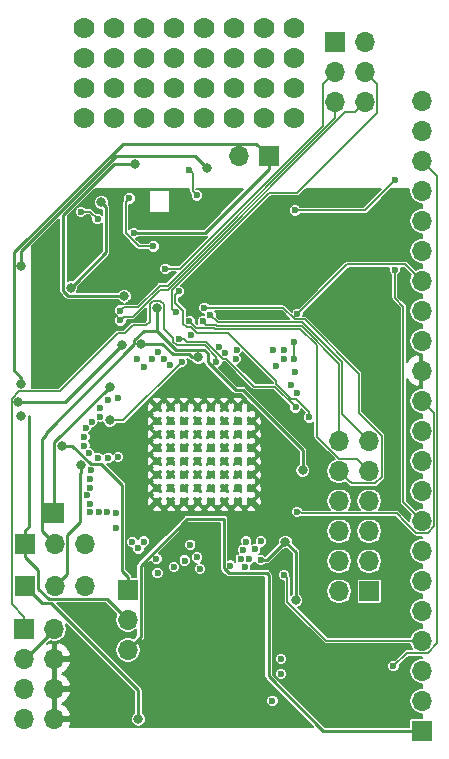
<source format=gbr>
%TF.GenerationSoftware,KiCad,Pcbnew,(5.0.2)-1*%
%TF.CreationDate,2021-01-27T11:46:27-08:00*%
%TF.ProjectId,scum3c-devboard,7363756d-3363-42d6-9465-76626f617264,rev?*%
%TF.SameCoordinates,Original*%
%TF.FileFunction,Copper,L2,Bot*%
%TF.FilePolarity,Positive*%
%FSLAX46Y46*%
G04 Gerber Fmt 4.6, Leading zero omitted, Abs format (unit mm)*
G04 Created by KiCad (PCBNEW (5.0.2)-1) date 1/27/2021 11:46:27 AM*
%MOMM*%
%LPD*%
G01*
G04 APERTURE LIST*
%TA.AperFunction,ComponentPad*%
%ADD10R,1.700000X1.700000*%
%TD*%
%TA.AperFunction,ComponentPad*%
%ADD11O,1.700000X1.700000*%
%TD*%
%TA.AperFunction,ComponentPad*%
%ADD12C,0.568750*%
%TD*%
%TA.AperFunction,ComponentPad*%
%ADD13C,1.778000*%
%TD*%
%TA.AperFunction,ViaPad*%
%ADD14C,0.800000*%
%TD*%
%TA.AperFunction,ViaPad*%
%ADD15C,0.600000*%
%TD*%
%TA.AperFunction,Conductor*%
%ADD16C,0.254000*%
%TD*%
%TA.AperFunction,Conductor*%
%ADD17C,0.152400*%
%TD*%
%TA.AperFunction,Conductor*%
%ADD18C,0.190500*%
%TD*%
G04 APERTURE END LIST*
D10*
%TO.P,J3,1*%
%TO.N,/GPIO4*%
X225679000Y-116586000D03*
D11*
%TO.P,J3,2*%
%TO.N,/GPIO5*%
X223139000Y-116586000D03*
%TO.P,J3,3*%
%TO.N,/GPIO6*%
X225679000Y-114046000D03*
%TO.P,J3,4*%
%TO.N,/GPIO7*%
X223139000Y-114046000D03*
%TO.P,J3,5*%
%TO.N,/GPIO8*%
X225679000Y-111506000D03*
%TO.P,J3,6*%
%TO.N,/GPIO9*%
X223139000Y-111506000D03*
%TO.P,J3,7*%
%TO.N,/GPIO10*%
X225679000Y-108966000D03*
%TO.P,J3,8*%
%TO.N,/GPIO11*%
X223139000Y-108966000D03*
%TO.P,J3,9*%
%TO.N,/GPIO12*%
X225679000Y-106426000D03*
%TO.P,J3,10*%
%TO.N,/GPIO13*%
X223139000Y-106426000D03*
%TO.P,J3,11*%
%TO.N,/GPIO14*%
X225679000Y-103886000D03*
%TO.P,J3,12*%
%TO.N,/GPIO15*%
X223139000Y-103886000D03*
%TD*%
D10*
%TO.P,J11,1*%
%TO.N,+V18IO*%
X199009000Y-109956600D03*
%TD*%
%TO.P,J10,1*%
%TO.N,+VIN*%
X217170000Y-79756000D03*
D11*
%TO.P,J10,2*%
%TO.N,Net-(J10-Pad2)*%
X214630000Y-79756000D03*
%TD*%
D12*
%TO.P,U8,101*%
%TO.N,GND*%
X215678620Y-101013260D03*
X214541120Y-101013260D03*
X213403620Y-101013260D03*
X212266120Y-101013260D03*
X211128620Y-101013260D03*
X209991120Y-101013260D03*
X208853620Y-101013260D03*
X207716120Y-101013260D03*
X215678620Y-102150760D03*
X214541120Y-102150760D03*
X213403620Y-102150760D03*
X212266120Y-102150760D03*
X211128620Y-102150760D03*
X209991120Y-102150760D03*
X208853620Y-102150760D03*
X207716120Y-102150760D03*
X215678620Y-103288260D03*
X214541120Y-103288260D03*
X213403620Y-103288260D03*
X212266120Y-103288260D03*
X211128620Y-103288260D03*
X209991120Y-103288260D03*
X208853620Y-103288260D03*
X207716120Y-103288260D03*
X215678620Y-104425760D03*
X214541120Y-104425760D03*
X213403620Y-104425760D03*
X212266120Y-104425760D03*
X211128620Y-104425760D03*
X209991120Y-104425760D03*
X208853620Y-104425760D03*
X207716120Y-104425760D03*
X215678620Y-105563260D03*
X214541120Y-105563260D03*
X213403620Y-105563260D03*
X212266120Y-105563260D03*
X211128620Y-105563260D03*
X209991120Y-105563260D03*
X208853620Y-105563260D03*
X207716120Y-105563260D03*
X215678620Y-106700760D03*
X214541120Y-106700760D03*
X213403620Y-106700760D03*
X212266120Y-106700760D03*
X211128620Y-106700760D03*
X209991120Y-106700760D03*
X208853620Y-106700760D03*
X207716120Y-106700760D03*
X215678620Y-107838260D03*
X214541120Y-107838260D03*
X213403620Y-107838260D03*
X212266120Y-107838260D03*
X211128620Y-107838260D03*
X209991120Y-107838260D03*
X208853620Y-107838260D03*
X207716120Y-107838260D03*
X215678620Y-108975760D03*
X214541120Y-108975760D03*
X213403620Y-108975760D03*
X212266120Y-108975760D03*
X211128620Y-108975760D03*
X209991120Y-108975760D03*
X208853620Y-108975760D03*
X207716120Y-108975760D03*
%TD*%
D10*
%TO.P,J9,1*%
%TO.N,/Tx33*%
X222758000Y-70104000D03*
D11*
%TO.P,J9,2*%
%TO.N,/Rx33*%
X225298000Y-70104000D03*
%TO.P,J9,3*%
%TO.N,/UART/RsTx33*%
X222758000Y-72644000D03*
%TO.P,J9,4*%
%TO.N,/UART/RsRx33*%
X225298000Y-72644000D03*
%TO.P,J9,5*%
%TO.N,/UART/RsTx33USB*%
X222758000Y-75184000D03*
%TO.P,J9,6*%
%TO.N,/UART/RsRx33USB*%
X225298000Y-75184000D03*
%TD*%
D10*
%TO.P,J4,1*%
%TO.N,+TEENSY33*%
X230124000Y-128397000D03*
D11*
%TO.P,J4,2*%
%TO.N,/Teensy Connections/aSCSEL33*%
X230124000Y-125857000D03*
%TO.P,J4,3*%
%TO.N,/Teensy Connections/aSCANIN33*%
X230124000Y-123317000D03*
%TO.P,J4,4*%
%TO.N,/GPIO1*%
X230124000Y-120777000D03*
%TO.P,J4,5*%
%TO.N,/Teensy Connections/Clock33*%
X230124000Y-118237000D03*
%TO.P,J4,6*%
%TO.N,/GPIO2*%
X230124000Y-115697000D03*
%TO.P,J4,7*%
%TO.N,/Teensy Connections/sReset33*%
X230124000Y-113157000D03*
%TO.P,J4,8*%
%TO.N,/Teensy Connections/hReset33*%
X230124000Y-110617000D03*
%TO.P,J4,9*%
%TO.N,/Teensy Connections/3WB_CLK33*%
X230124000Y-108077000D03*
%TO.P,J4,10*%
%TO.N,/Teensy Connections/3WB_ENB33*%
X230124000Y-105537000D03*
%TO.P,J4,11*%
%TO.N,/Teensy Connections/3WB_DATA33*%
X230124000Y-102997000D03*
%TO.P,J4,12*%
%TO.N,/GPIO0*%
X230124000Y-100457000D03*
%TO.P,J4,13*%
%TO.N,GND*%
X230124000Y-97917000D03*
%TO.P,J4,14*%
%TO.N,Net-(J4-Pad14)*%
X230124000Y-95377000D03*
%TO.P,J4,15*%
%TO.N,Net-(J4-Pad15)*%
X230124000Y-92837000D03*
%TO.P,J4,16*%
%TO.N,/GPIO3*%
X230124000Y-90297000D03*
%TO.P,J4,17*%
%TO.N,/Teensy Connections/aPHIb33*%
X230124000Y-87757000D03*
%TO.P,J4,18*%
%TO.N,/Teensy Connections/aPHI33*%
X230124000Y-85217000D03*
%TO.P,J4,19*%
%TO.N,/Teensy Connections/aSCANOUT33*%
X230124000Y-82677000D03*
%TO.P,J4,20*%
%TO.N,/Teensy Connections/aLOAD33*%
X230124000Y-80137000D03*
%TO.P,J4,21*%
%TO.N,/Rx33*%
X230124000Y-77597000D03*
%TO.P,J4,22*%
%TO.N,/Tx33*%
X230124000Y-75057000D03*
%TD*%
D10*
%TO.P,J5,1*%
%TO.N,/Boot_Source_Sel*%
X196469000Y-119761000D03*
D11*
%TO.P,J5,2*%
%TO.N,+VDDD*%
X199009000Y-119761000D03*
%TO.P,J5,3*%
X196469000Y-122301000D03*
%TO.P,J5,4*%
%TO.N,GND*%
X199009000Y-122301000D03*
%TO.P,J5,5*%
%TO.N,+VDDIO*%
X196469000Y-124841000D03*
%TO.P,J5,6*%
%TO.N,GND*%
X199009000Y-124841000D03*
%TO.P,J5,7*%
%TO.N,+VBAT*%
X196469000Y-127381000D03*
%TO.P,J5,8*%
%TO.N,GND*%
X199009000Y-127381000D03*
%TD*%
D10*
%TO.P,J6,1*%
%TO.N,+VIN*%
X196494400Y-112547400D03*
D11*
%TO.P,J6,2*%
%TO.N,+VDDIO*%
X199034400Y-112547400D03*
%TO.P,J6,3*%
%TO.N,+VBAT*%
X201574400Y-112547400D03*
%TD*%
%TO.P,J7,3*%
%TO.N,+VBAT*%
X201574400Y-116154200D03*
%TO.P,J7,2*%
%TO.N,+VDDD*%
X199034400Y-116154200D03*
D10*
%TO.P,J7,1*%
%TO.N,/1Vin*%
X196494400Y-116154200D03*
%TD*%
%TO.P,J8,1*%
%TO.N,+UART33*%
X205232000Y-116459000D03*
D11*
%TO.P,J8,2*%
%TO.N,+VIN*%
X205232000Y-118999000D03*
%TO.P,J8,3*%
%TO.N,+TEENSY33*%
X205232000Y-121539000D03*
%TD*%
D13*
%TO.P,U1,e*%
%TO.N,N/C*%
X201549000Y-76530200D03*
%TO.P,U1,21*%
X201549000Y-73990200D03*
%TO.P,U1,31*%
X201549000Y-71450200D03*
%TO.P,U1,41*%
X201549000Y-68910200D03*
%TO.P,U1,12*%
X204089000Y-76530200D03*
%TO.P,U1,22*%
X204089000Y-73990200D03*
%TO.P,U1,32*%
X204089000Y-71450200D03*
%TO.P,U1,42*%
X204089000Y-68910200D03*
%TO.P,U1,13*%
X206629000Y-76530200D03*
%TO.P,U1,23*%
X206629000Y-73990200D03*
%TO.P,U1,33*%
X206629000Y-71450200D03*
%TO.P,U1,43*%
X206629000Y-68910200D03*
%TO.P,U1,14*%
X209169000Y-76530200D03*
%TO.P,U1,24*%
X209169000Y-73990200D03*
%TO.P,U1,34*%
X209169000Y-71450200D03*
%TO.P,U1,44*%
X209169000Y-68910200D03*
%TO.P,U1,15*%
X211709000Y-76530200D03*
%TO.P,U1,25*%
X211709000Y-73990200D03*
%TO.P,U1,35*%
X211709000Y-71450200D03*
%TO.P,U1,45*%
X211709000Y-68910200D03*
%TO.P,U1,16*%
X214249000Y-76530200D03*
%TO.P,U1,26*%
X214249000Y-73990200D03*
%TO.P,U1,36*%
X214249000Y-71450200D03*
%TO.P,U1,46*%
X214249000Y-68910200D03*
%TO.P,U1,17*%
X216789000Y-76530200D03*
%TO.P,U1,27*%
X216789000Y-73990200D03*
%TO.P,U1,37*%
X216789000Y-71450200D03*
%TO.P,U1,47*%
X216789000Y-68910200D03*
%TO.P,U1,18*%
X219329000Y-76530200D03*
%TO.P,U1,28*%
X219329000Y-73990200D03*
%TO.P,U1,38*%
X219329000Y-71450200D03*
%TO.P,U1,48*%
X219329000Y-68910200D03*
%TD*%
D14*
%TO.N,+UART33*%
X199644000Y-104267000D03*
D15*
%TO.N,GND*%
X219329000Y-110871000D03*
X207670400Y-121602500D03*
X198882000Y-88074500D03*
D14*
X202768200Y-122809000D03*
D15*
X202692000Y-89789000D03*
X227838000Y-83439000D03*
X219329000Y-83312000D03*
X226695000Y-101727000D03*
X215392000Y-97409000D03*
X201930000Y-83693000D03*
X227838000Y-92456000D03*
X215519000Y-93218000D03*
X209550000Y-87757000D03*
X213614000Y-97663000D03*
X220726000Y-102616000D03*
X209931000Y-91948000D03*
X202565000Y-87122000D03*
X201041000Y-86614000D03*
X204343000Y-86360000D03*
X227838000Y-88265000D03*
X227711000Y-119888000D03*
X218567000Y-121031000D03*
X218567000Y-125984000D03*
X217424000Y-127127000D03*
X205359000Y-113411000D03*
D14*
%TO.N,+VBAT*%
X218567000Y-112395000D03*
X219456000Y-117348000D03*
D15*
X216484200Y-113944400D03*
D14*
X211963000Y-80772000D03*
X211201000Y-96774000D03*
X206375000Y-95631000D03*
X196215000Y-89027000D03*
X204724000Y-95758000D03*
X195961000Y-100584000D03*
%TO.N,+VDDD*%
X201295000Y-105918000D03*
%TO.N,+VDDIO*%
X207676000Y-92552000D03*
X220035120Y-106347260D03*
D15*
%TO.N,/GPIO3*%
X219329000Y-96901000D03*
X219583000Y-93091000D03*
X219329000Y-95504000D03*
%TO.N,/GPIO1*%
X218440000Y-115189000D03*
%TO.N,/GPIO12*%
X205359000Y-83312000D03*
X207391000Y-87376000D03*
X210439000Y-93726000D03*
%TO.N,/GPIO14*%
X212217000Y-93218000D03*
%TO.N,/GPIO15*%
X211582000Y-93726000D03*
%TO.N,/GPIO13*%
X210439000Y-80899000D03*
X211709000Y-92583000D03*
X211074000Y-83058000D03*
%TO.N,/GPIO0*%
X219557600Y-109855000D03*
%TO.N,Net-(U8-Pad100)*%
X204216000Y-111226600D03*
%TO.N,Net-(U8-Pad99)*%
X204190600Y-109948880D03*
%TO.N,Net-(U8-Pad98)*%
X203479400Y-109905800D03*
%TO.N,Net-(U8-Pad97)*%
X202742800Y-109905800D03*
%TO.N,Net-(U8-Pad96)*%
X202031600Y-109905800D03*
%TO.N,Net-(U8-Pad95)*%
X202031600Y-109194600D03*
%TO.N,Net-(U8-Pad94)*%
X201803000Y-108458000D03*
%TO.N,Net-(U8-Pad93)*%
X202057000Y-107797600D03*
%TO.N,Net-(U8-Pad91)*%
X202115500Y-106342100D03*
%TO.N,Net-(U8-Pad88)*%
X204406500Y-105219500D03*
%TO.N,Net-(U8-Pad87)*%
X203581000Y-105283000D03*
%TO.N,Net-(U8-Pad86)*%
X202692000Y-105283000D03*
%TO.N,Net-(U8-Pad85)*%
X201930000Y-104902000D03*
%TO.N,Net-(U8-Pad84)*%
X201549000Y-104267000D03*
%TO.N,Net-(U8-Pad83)*%
X201549000Y-103505000D03*
%TO.N,Net-(U8-Pad82)*%
X201676000Y-102743000D03*
%TO.N,Net-(U8-Pad81)*%
X202184000Y-102235000D03*
%TO.N,Net-(U8-Pad79)*%
X202882500Y-101790500D03*
X202882500Y-101790500D03*
%TO.N,Net-(U8-Pad78)*%
X202882500Y-101028500D03*
%TO.N,Net-(U8-Pad77)*%
X203517500Y-100393500D03*
%TO.N,Net-(U8-Pad76)*%
X204351490Y-100194510D03*
%TO.N,Net-(U8-Pad75)*%
X205994000Y-96901000D03*
%TO.N,Net-(U8-Pad74)*%
X206629000Y-97583100D03*
%TO.N,Net-(U8-Pad73)*%
X207264000Y-96901000D03*
%TO.N,Net-(U8-Pad57)*%
X214376000Y-96901000D03*
%TO.N,Net-(U8-Pad54)*%
X217551000Y-96139000D03*
%TO.N,Net-(U8-Pad53)*%
X218440000Y-96139000D03*
%TO.N,Net-(U8-Pad52)*%
X218440000Y-96901000D03*
%TO.N,Net-(U8-Pad51)*%
X217805000Y-97539280D03*
%TO.N,Net-(U8-Pad25)*%
X216497370Y-112357370D03*
%TO.N,Net-(U8-Pad24)*%
X216021169Y-113024169D03*
%TO.N,Net-(U8-Pad23)*%
X215519000Y-113842800D03*
%TO.N,Net-(U8-Pad21)*%
X214960200Y-113080800D03*
%TO.N,Net-(U8-Pad20)*%
X214782400Y-113842800D03*
%TO.N,Net-(U8-Pad19)*%
X215163400Y-114528600D03*
%TO.N,Net-(U8-Pad18)*%
X213893400Y-114401600D03*
%TO.N,Net-(U8-Pad13)*%
X211353400Y-114681000D03*
%TO.N,Net-(U8-Pad9)*%
X210038999Y-113976199D03*
%TO.N,Net-(U8-Pad8)*%
X209118200Y-114528600D03*
%TO.N,Net-(U8-Pad7)*%
X207746600Y-115036600D03*
%TO.N,Net-(U8-Pad6)*%
X207645000Y-113842800D03*
%TO.N,Net-(U8-Pad3)*%
X206121000Y-112953800D03*
%TO.N,Net-(U8-Pad2)*%
X206578200Y-112369600D03*
%TO.N,Net-(U8-Pad1)*%
X205619080Y-112420400D03*
%TO.N,/RsTx*%
X220599000Y-101854000D03*
X209550000Y-91186000D03*
%TO.N,/RsRx*%
X219430600Y-101015800D03*
X209550000Y-95250000D03*
%TO.N,/3WB_DATA*%
X219344000Y-98044000D03*
%TO.N,/3WB_ENB*%
X219075000Y-99130600D03*
%TO.N,/3WB_CLK*%
X219560499Y-99822000D03*
%TO.N,/UART/D_P*%
X201247900Y-84455000D03*
X202666600Y-85064600D03*
D14*
%TO.N,+VUSB*%
X200406000Y-90868500D03*
X202985010Y-83653990D03*
D15*
%TO.N,/aSCSEL*%
X217463978Y-125857000D03*
%TO.N,/aSCANIN*%
X218201000Y-123571000D03*
%TO.N,/aLOAD*%
X218201000Y-122301000D03*
%TO.N,/aSCANOUT*%
X210566000Y-94919800D03*
%TO.N,/aPHI*%
X212979000Y-95885000D03*
%TO.N,/aPHIb*%
X213487000Y-96393000D03*
%TO.N,/Boot_Source_Sel*%
X212725000Y-97155000D03*
%TO.N,/hReset*%
X214433222Y-96139000D03*
D14*
%TO.N,/sReset*%
X203708000Y-102108000D03*
D15*
X209804000Y-97155000D03*
%TO.N,+VIN*%
X205740000Y-86233000D03*
D14*
X196215000Y-99060000D03*
X196138800Y-101727000D03*
%TO.N,/1Vin*%
X206121000Y-127407163D03*
D15*
%TO.N,/Teensy Connections/hReset33*%
X227838000Y-89351600D03*
%TO.N,/Teensy Connections/aSCANOUT33*%
X219385400Y-84328000D03*
X227838000Y-81788000D03*
%TO.N,/Teensy Connections/aLOAD33*%
X227711000Y-122921000D03*
%TO.N,Net-(U8-Pad72)*%
X207803799Y-96361201D03*
%TO.N,Net-(U8-Pad71)*%
X208280000Y-96901000D03*
%TO.N,Net-(U8-Pad70)*%
X208788000Y-97409000D03*
%TO.N,Net-(U8-Pad22)*%
X215239600Y-112369600D03*
%TO.N,Net-(U8-Pad12)*%
X211099400Y-113715800D03*
%TO.N,Net-(U8-Pad10)*%
X210515200Y-112649000D03*
%TO.N,Net-(U8-Pad92)*%
X202057000Y-107061000D03*
%TO.N,/UART/RsTx33*%
X208407000Y-89281000D03*
%TO.N,/UART/RsRx33*%
X209296000Y-92964000D03*
%TO.N,/UART/RsTx33USB*%
X204597000Y-92811600D03*
%TO.N,/UART/RsRx33USB*%
X204597000Y-93649800D03*
D14*
%TO.N,+V18IO*%
X203708000Y-99275038D03*
X204927200Y-91592400D03*
X205867000Y-80391000D03*
%TD*%
D16*
%TO.N,+UART33*%
X202081099Y-105815099D02*
X200533000Y-104267000D01*
X202970099Y-105815099D02*
X202081099Y-105815099D01*
X199644000Y-104267000D02*
X200406000Y-104267000D01*
X205232000Y-116459000D02*
X205232000Y-115355000D01*
X205232000Y-115355000D02*
X204743001Y-114866001D01*
X204743001Y-114866001D02*
X204743001Y-107588001D01*
X204743001Y-107588001D02*
X202970099Y-105815099D01*
X200533000Y-104267000D02*
X200406000Y-104267000D01*
%TO.N,+VBAT*%
X219456000Y-113284000D02*
X218567000Y-112395000D01*
X219456000Y-117348000D02*
X219456000Y-113284000D01*
X217017600Y-113944400D02*
X216484200Y-113944400D01*
X218567000Y-112395000D02*
X217017600Y-113944400D01*
X210635315Y-96774000D02*
X210381315Y-96520000D01*
X211201000Y-96774000D02*
X210635315Y-96774000D01*
X209677000Y-96520000D02*
X209169000Y-96520000D01*
X210381315Y-96520000D02*
X209677000Y-96520000D01*
X209011354Y-96520000D02*
X208122354Y-95631000D01*
X209677000Y-96520000D02*
X209011354Y-96520000D01*
X208122354Y-95631000D02*
X206375000Y-95631000D01*
X206375000Y-95631000D02*
X206375000Y-95631000D01*
X198951315Y-100584000D02*
X195961000Y-100584000D01*
X211563001Y-80372001D02*
X211963000Y-80772000D01*
X210954999Y-79763999D02*
X211563001Y-80372001D01*
X204197395Y-79763999D02*
X210954999Y-79763999D01*
X196215000Y-87746394D02*
X204197395Y-79763999D01*
X196215000Y-89027000D02*
X196215000Y-87746394D01*
X199898000Y-100584000D02*
X198951315Y-100584000D01*
X204724000Y-95758000D02*
X199898000Y-100584000D01*
%TO.N,+VDDD*%
X197318999Y-121578001D02*
X199009000Y-119888000D01*
X196469000Y-122428000D02*
X197318999Y-121578001D01*
X200111401Y-115077199D02*
X199034400Y-116154200D01*
X200111401Y-111800599D02*
X200111401Y-115077199D01*
X201168000Y-110744000D02*
X200111401Y-111800599D01*
X201168000Y-106610685D02*
X201168000Y-110744000D01*
X201295000Y-106483685D02*
X201168000Y-106610685D01*
X201295000Y-105918000D02*
X201295000Y-106483685D01*
%TO.N,+VDDIO*%
X207676000Y-94509580D02*
X207676000Y-92552000D01*
X206568458Y-94509580D02*
X207676000Y-94509580D01*
X199034400Y-112547400D02*
X197931999Y-111444999D01*
X214988605Y-99566408D02*
X220035120Y-104612923D01*
X207676000Y-94509580D02*
X209286419Y-96119999D01*
X209286419Y-96119999D02*
X211707961Y-96119999D01*
X211707961Y-96119999D02*
X211982001Y-96394039D01*
X211982001Y-96394039D02*
X211982001Y-97191963D01*
X220035120Y-104612923D02*
X220035120Y-106347260D01*
X211982001Y-97191963D02*
X214356446Y-99566408D01*
X214356446Y-99566408D02*
X214988605Y-99566408D01*
X205747999Y-95661963D02*
X198263923Y-103146039D01*
X205747999Y-95330039D02*
X205747999Y-95661963D01*
X206568458Y-94509580D02*
X205747999Y-95330039D01*
X198263923Y-103376276D02*
X197931999Y-103708200D01*
X198263923Y-103146039D02*
X198263923Y-103376276D01*
X197931999Y-111444999D02*
X197931999Y-103708200D01*
D17*
%TO.N,/GPIO3*%
X227354601Y-88875399D02*
X228702399Y-88875399D01*
X224560601Y-88875399D02*
X228702399Y-88875399D01*
X219329000Y-96901000D02*
X219329000Y-95504000D01*
X219329000Y-95504000D02*
X219329000Y-95504000D01*
X229274001Y-89447001D02*
X230124000Y-90297000D01*
X228702399Y-88875399D02*
X229274001Y-89447001D01*
X223798601Y-88875399D02*
X228702399Y-88875399D01*
X219583000Y-93091000D02*
X223798601Y-88875399D01*
%TO.N,/GPIO1*%
X228921919Y-120777000D02*
X230124000Y-120777000D01*
X222032222Y-120777000D02*
X228921919Y-120777000D01*
X218739999Y-117484777D02*
X222032222Y-120777000D01*
X218739999Y-115488999D02*
X218739999Y-117484777D01*
X218440000Y-115189000D02*
X218739999Y-115488999D01*
%TO.N,/GPIO12*%
X205059001Y-86256779D02*
X206178222Y-87376000D01*
X205359000Y-83312000D02*
X205059001Y-83611999D01*
X205059001Y-83611999D02*
X205059001Y-86256779D01*
X206178222Y-87376000D02*
X207391000Y-87376000D01*
X207391000Y-87376000D02*
X207391000Y-87376000D01*
X210439000Y-93726000D02*
X210738999Y-94025999D01*
X223134021Y-105399799D02*
X224652799Y-105399799D01*
X221234000Y-103499778D02*
X223134021Y-105399799D01*
X210991409Y-94278409D02*
X212563487Y-94278409D01*
X210439000Y-93726000D02*
X210991409Y-94278409D01*
X212563487Y-94278409D02*
X212646078Y-94361000D01*
X212646078Y-94361000D02*
X219837000Y-94361000D01*
X224652799Y-105399799D02*
X224829001Y-105576001D01*
X219837000Y-94361000D02*
X221234000Y-95758000D01*
X224829001Y-105576001D02*
X225679000Y-106426000D01*
X221234000Y-95758000D02*
X221234000Y-103499778D01*
%TO.N,/GPIO14*%
X212818611Y-93819611D02*
X220009531Y-93819611D01*
X212217000Y-93218000D02*
X212818611Y-93819611D01*
X225679000Y-103886000D02*
X223391410Y-101598410D01*
X223217921Y-97028000D02*
X223217920Y-97028000D01*
X223391410Y-97201489D02*
X223217921Y-97028000D01*
X223391410Y-101598410D02*
X223391410Y-97201489D01*
X220009531Y-93819611D02*
X223217920Y-97028000D01*
%TO.N,/GPIO15*%
X211881999Y-94025999D02*
X211582000Y-93726000D01*
X212668038Y-94025999D02*
X211881999Y-94025999D01*
X212749039Y-94107000D02*
X212668038Y-94025999D01*
X219939960Y-94107000D02*
X212749039Y-94107000D01*
X223139000Y-97306040D02*
X219939960Y-94107000D01*
X223139000Y-103886000D02*
X223139000Y-97306040D01*
%TO.N,/GPIO13*%
X210738999Y-82722999D02*
X211074000Y-83058000D01*
X211074000Y-83058000D02*
X210738999Y-82722999D01*
X210738999Y-81198999D02*
X210439000Y-80899000D01*
X210738999Y-82722999D02*
X210738999Y-81198999D01*
X223988999Y-107275999D02*
X223139000Y-106426000D01*
X224165201Y-107452201D02*
X223988999Y-107275999D01*
X226705201Y-106918577D02*
X226171577Y-107452201D01*
X226705201Y-103393423D02*
X226705201Y-106918577D01*
X224790000Y-101478222D02*
X226705201Y-103393423D01*
X224790000Y-98171000D02*
X224790000Y-101478222D01*
X220186201Y-93567201D02*
X224790000Y-98171000D01*
X219354423Y-93567201D02*
X220186201Y-93567201D01*
X218370222Y-92583000D02*
X219354423Y-93567201D01*
X226171577Y-107452201D02*
X224165201Y-107452201D01*
X211709000Y-92583000D02*
X218370222Y-92583000D01*
%TO.N,/GPIO0*%
X231150201Y-101483201D02*
X230973999Y-101306999D01*
X231150201Y-108214201D02*
X231150201Y-101483201D01*
X231174001Y-108238001D02*
X231150201Y-108214201D01*
X230973999Y-101306999D02*
X230124000Y-100457000D01*
X231174001Y-111085777D02*
X231174001Y-108238001D01*
X229631423Y-111643201D02*
X230616577Y-111643201D01*
X230616577Y-111643201D02*
X231174001Y-111085777D01*
X227980423Y-109992201D02*
X228727000Y-110738778D01*
X228727000Y-110738778D02*
X229631423Y-111643201D01*
X219801399Y-109855000D02*
X219938600Y-109992201D01*
X219557600Y-109855000D02*
X219801399Y-109855000D01*
X219938600Y-109992201D02*
X227980423Y-109992201D01*
%TO.N,/RsTx*%
X219467465Y-100298201D02*
X220599000Y-101429736D01*
X219069961Y-100298201D02*
X219467465Y-100298201D01*
X220599000Y-101429736D02*
X220599000Y-101854000D01*
X217782552Y-99010792D02*
X219069961Y-100298201D01*
X217782552Y-98783552D02*
X217782552Y-99010792D01*
X209550000Y-91186000D02*
X209250001Y-91485999D01*
X209250001Y-91485999D02*
X209250001Y-92156001D01*
X213741000Y-94742000D02*
X217782552Y-98783552D01*
X209250001Y-92156001D02*
X209931000Y-92837000D01*
X209931000Y-92837000D02*
X209931000Y-93922778D01*
X211098040Y-94742000D02*
X213741000Y-94742000D01*
X210558241Y-94202201D02*
X211098040Y-94742000D01*
X210210423Y-94202201D02*
X210558241Y-94202201D01*
X209931000Y-93922778D02*
X210210423Y-94202201D01*
%TO.N,/RsRx*%
X209550000Y-95250000D02*
X209550000Y-95250000D01*
X213556778Y-96901000D02*
X213274725Y-96901000D01*
X215918978Y-99263200D02*
X213556778Y-96901000D01*
X217678000Y-99263200D02*
X215918978Y-99263200D01*
X219430600Y-101015800D02*
X217678000Y-99263200D01*
X211879315Y-95505590D02*
X212080925Y-95707200D01*
X210229854Y-95505590D02*
X211879315Y-95505590D01*
X209974264Y-95250000D02*
X210229854Y-95505590D01*
X209550000Y-95250000D02*
X209974264Y-95250000D01*
X213274725Y-96901000D02*
X212080925Y-95707200D01*
%TO.N,/UART/D_P*%
X202057000Y-84455000D02*
X202666600Y-85064600D01*
X201247900Y-84455000D02*
X202057000Y-84455000D01*
D16*
%TO.N,+VUSB*%
X200805999Y-90468501D02*
X200406000Y-90868500D01*
X203385009Y-87889491D02*
X200805999Y-90468501D01*
X203385009Y-84053989D02*
X203385009Y-87889491D01*
X202985010Y-83653990D02*
X203385009Y-84053989D01*
D17*
%TO.N,/Boot_Source_Sel*%
X212725000Y-96708236D02*
X211774764Y-95758000D01*
X212725000Y-97155000D02*
X212725000Y-96708236D01*
X211774764Y-95758000D02*
X211201000Y-95758000D01*
X211201000Y-95758000D02*
X209804000Y-95758000D01*
X209353222Y-95758000D02*
X209042000Y-95446778D01*
X209804000Y-95758000D02*
X209353222Y-95758000D01*
X209042000Y-95446778D02*
X209042000Y-95123000D01*
X207952577Y-91975799D02*
X207363201Y-91975799D01*
X208252201Y-92275423D02*
X207952577Y-91975799D01*
X209042000Y-95123000D02*
X208252201Y-94333201D01*
X208252201Y-94333201D02*
X208252201Y-92275423D01*
X207099799Y-92239201D02*
X207099799Y-93763201D01*
X207363201Y-91975799D02*
X207099799Y-92239201D01*
X205638377Y-94075201D02*
X204971578Y-94742000D01*
X207099799Y-93763201D02*
X206787799Y-94075201D01*
X206787799Y-94075201D02*
X205638377Y-94075201D01*
X204364513Y-94742000D02*
X204971578Y-94742000D01*
X196469000Y-119761000D02*
X196469000Y-118758600D01*
X196469000Y-118758600D02*
X195384799Y-117674399D01*
X195384799Y-117674399D02*
X195384799Y-100271201D01*
X196019799Y-99636201D02*
X199470312Y-99636201D01*
X199470312Y-99636201D02*
X204364513Y-94742000D01*
X195384799Y-100271201D02*
X196019799Y-99636201D01*
%TO.N,/sReset*%
X204851000Y-102108000D02*
X203708000Y-102108000D01*
X209804000Y-97155000D02*
X204851000Y-102108000D01*
D16*
%TO.N,+VIN*%
X196494400Y-113651400D02*
X196494400Y-112547400D01*
X197661210Y-114818210D02*
X196494400Y-113651400D01*
X197661210Y-116374972D02*
X197661210Y-114818210D01*
X198517439Y-117231201D02*
X197661210Y-116374972D01*
X205232000Y-118999000D02*
X203464201Y-117231201D01*
X217170000Y-80860000D02*
X217170000Y-79756000D01*
X211797000Y-86233000D02*
X217170000Y-80860000D01*
X196494400Y-111443400D02*
X196850000Y-111087800D01*
X196494400Y-112547400D02*
X196494400Y-111443400D01*
X196850000Y-111087800D02*
X196850000Y-101727000D01*
X196850000Y-101727000D02*
X196850000Y-101727000D01*
X216092999Y-78678999D02*
X217170000Y-79756000D01*
X204781750Y-78678999D02*
X216092999Y-78678999D01*
X195587999Y-87872750D02*
X204781750Y-78678999D01*
X195587999Y-97867314D02*
X195587999Y-87872750D01*
X196215000Y-98494315D02*
X195587999Y-97867314D01*
X196215000Y-99060000D02*
X196215000Y-98494315D01*
X205740000Y-86233000D02*
X211797000Y-86233000D01*
X198517439Y-117231201D02*
X203464201Y-117231201D01*
%TO.N,/1Vin*%
X206121000Y-127407163D02*
X206121000Y-124968000D01*
X198738209Y-117585209D02*
X206121000Y-124968000D01*
X197925409Y-117585209D02*
X198738209Y-117585209D01*
X196494400Y-116154200D02*
X197925409Y-117585209D01*
D17*
%TO.N,/Teensy Connections/hReset33*%
X228565999Y-109058999D02*
X228565999Y-106426000D01*
X230124000Y-110617000D02*
X228565999Y-109058999D01*
X228565999Y-97559684D02*
X228565999Y-106426000D01*
X228565999Y-106426000D02*
X228565999Y-106645999D01*
X228565999Y-92479221D02*
X228565999Y-97559684D01*
X227838000Y-91751222D02*
X228565999Y-92479221D01*
X227838000Y-89351600D02*
X227838000Y-91751222D01*
%TO.N,/Teensy Connections/aSCANOUT33*%
X225298000Y-84328000D02*
X227838000Y-81788000D01*
X219385400Y-84328000D02*
X225298000Y-84328000D01*
%TO.N,/Teensy Connections/aLOAD33*%
X230973999Y-80986999D02*
X230124000Y-80137000D01*
X231426411Y-81439411D02*
X230973999Y-80986999D01*
X231426411Y-120993367D02*
X231426411Y-81439411D01*
X230616577Y-121803201D02*
X231426411Y-120993367D01*
X228828799Y-121803201D02*
X230616577Y-121803201D01*
X227711000Y-122921000D02*
X228828799Y-121803201D01*
%TO.N,/Teensy Connections/sReset33*%
X230124000Y-113157000D02*
X230515201Y-113157000D01*
%TO.N,/UART/RsTx33*%
X221908001Y-73493999D02*
X222758000Y-72644000D01*
X221731799Y-73670201D02*
X221908001Y-73493999D01*
X221731799Y-77211363D02*
X221731799Y-73670201D01*
X209662162Y-89281000D02*
X221731799Y-77211363D01*
X208407000Y-89281000D02*
X209662162Y-89281000D01*
%TO.N,/UART/RsRx33*%
X209296000Y-92964000D02*
X208996001Y-92664001D01*
X208996001Y-92664001D02*
X208996001Y-91035221D01*
X217195423Y-82835799D02*
X208996001Y-91035221D01*
X219551201Y-82835799D02*
X217195423Y-82835799D01*
X226324201Y-76062799D02*
X219551201Y-82835799D01*
X226324201Y-73670201D02*
X226324201Y-76062799D01*
X225298000Y-72644000D02*
X226324201Y-73670201D01*
%TO.N,/UART/RsTx33USB*%
X222758000Y-76386081D02*
X222758000Y-75184000D01*
X208590323Y-90709799D02*
X222758000Y-76542122D01*
X207915281Y-90709799D02*
X208590323Y-90709799D01*
X222758000Y-76542122D02*
X222758000Y-76386081D01*
X206113479Y-92511601D02*
X207915281Y-90709799D01*
X204896999Y-92511601D02*
X206113479Y-92511601D01*
X204597000Y-92811600D02*
X204896999Y-92511601D01*
%TO.N,/UART/RsRx33USB*%
X204597000Y-93649800D02*
X204896999Y-93349801D01*
X204896999Y-93349801D02*
X205632239Y-93349801D01*
X205632239Y-93349801D02*
X207923040Y-91059000D01*
X207923040Y-91059000D02*
X208598082Y-91059000D01*
X224448001Y-76033999D02*
X225298000Y-75184000D01*
X208598082Y-91059000D02*
X223623083Y-76033999D01*
X223623083Y-76033999D02*
X224448001Y-76033999D01*
D16*
%TO.N,+TEENSY33*%
X230124000Y-128397000D02*
X223012000Y-128397000D01*
X206309001Y-120461999D02*
X205232000Y-121539000D01*
X206309001Y-114398837D02*
X206309001Y-120461999D01*
X210217838Y-110490000D02*
X206309001Y-114398837D01*
X213360000Y-110490000D02*
X210217838Y-110490000D01*
X213360000Y-114648162D02*
X213360000Y-110490000D01*
X221759962Y-128397000D02*
X217143010Y-123780048D01*
X223012000Y-128397000D02*
X221759962Y-128397000D01*
X217143010Y-123780048D02*
X217143010Y-115214400D01*
X217143010Y-115214400D02*
X216984211Y-115055601D01*
X216984211Y-115055601D02*
X213767439Y-115055601D01*
X213767439Y-115055601D02*
X213360000Y-114648162D01*
%TO.N,+V18IO*%
X199009000Y-103974038D02*
X203708000Y-99275038D01*
X199009000Y-109956600D02*
X199009000Y-103974038D01*
X203708000Y-99275038D02*
X203708000Y-99275038D01*
X199778999Y-84683039D02*
X204071038Y-80391000D01*
X199778999Y-91169461D02*
X199778999Y-84683039D01*
X204071038Y-80391000D02*
X205867000Y-80391000D01*
X205867000Y-80391000D02*
X205867000Y-80391000D01*
X200201938Y-91592400D02*
X199778999Y-91169461D01*
X204927200Y-91592400D02*
X200201938Y-91592400D01*
%TD*%
D18*
%TO.N,GND*%
G36*
X213010750Y-114613769D02*
X213003909Y-114648162D01*
X213010750Y-114682555D01*
X213010750Y-114682558D01*
X213031014Y-114784432D01*
X213108205Y-114899956D01*
X213137366Y-114919441D01*
X213496159Y-115278235D01*
X213515644Y-115307396D01*
X213631168Y-115384587D01*
X213733042Y-115404851D01*
X213767439Y-115411693D01*
X213801836Y-115404851D01*
X216793761Y-115404851D01*
X216793760Y-123745655D01*
X216786919Y-123780048D01*
X216793760Y-123814441D01*
X216793760Y-123814444D01*
X216814024Y-123916318D01*
X216891215Y-124031842D01*
X216920376Y-124051327D01*
X220916798Y-128047750D01*
X200293318Y-128047750D01*
X200410934Y-127763773D01*
X200301727Y-127539750D01*
X199167750Y-127539750D01*
X199167750Y-127559750D01*
X198850250Y-127559750D01*
X198850250Y-127539750D01*
X198830250Y-127539750D01*
X198830250Y-127222250D01*
X198850250Y-127222250D01*
X198850250Y-124999750D01*
X199167750Y-124999750D01*
X199167750Y-127222250D01*
X200301727Y-127222250D01*
X200410934Y-126998227D01*
X200270989Y-126660337D01*
X199899140Y-126232252D01*
X199656173Y-126111000D01*
X199899140Y-125989748D01*
X200270989Y-125561663D01*
X200410934Y-125223773D01*
X200301727Y-124999750D01*
X199167750Y-124999750D01*
X198850250Y-124999750D01*
X198830250Y-124999750D01*
X198830250Y-124682250D01*
X198850250Y-124682250D01*
X198850250Y-122459750D01*
X199167750Y-122459750D01*
X199167750Y-124682250D01*
X200301727Y-124682250D01*
X200410934Y-124458227D01*
X200270989Y-124120337D01*
X199899140Y-123692252D01*
X199656173Y-123571000D01*
X199899140Y-123449748D01*
X200270989Y-123021663D01*
X200410934Y-122683773D01*
X200301727Y-122459750D01*
X199167750Y-122459750D01*
X198850250Y-122459750D01*
X198830250Y-122459750D01*
X198830250Y-122142250D01*
X198850250Y-122142250D01*
X198850250Y-121007246D01*
X199167750Y-121007246D01*
X199167750Y-122142250D01*
X200301727Y-122142250D01*
X200410934Y-121918227D01*
X200270989Y-121580337D01*
X199899140Y-121152252D01*
X199391775Y-120899053D01*
X199167750Y-121007246D01*
X198850250Y-121007246D01*
X198626225Y-120899053D01*
X198358007Y-121032906D01*
X198615024Y-120775889D01*
X198903395Y-120833250D01*
X199114605Y-120833250D01*
X199427371Y-120771037D01*
X199782049Y-120534049D01*
X200019037Y-120179371D01*
X200102256Y-119761000D01*
X200023338Y-119364251D01*
X205771751Y-125112665D01*
X205771750Y-126878308D01*
X205768523Y-126879645D01*
X205593482Y-127054686D01*
X205498750Y-127283390D01*
X205498750Y-127530936D01*
X205593482Y-127759640D01*
X205768523Y-127934681D01*
X205997227Y-128029413D01*
X206244773Y-128029413D01*
X206473477Y-127934681D01*
X206648518Y-127759640D01*
X206743250Y-127530936D01*
X206743250Y-127283390D01*
X206648518Y-127054686D01*
X206473477Y-126879645D01*
X206470250Y-126878308D01*
X206470250Y-125753118D01*
X216941728Y-125753118D01*
X216941728Y-125960882D01*
X217021236Y-126152831D01*
X217168147Y-126299742D01*
X217360096Y-126379250D01*
X217567860Y-126379250D01*
X217759809Y-126299742D01*
X217906720Y-126152831D01*
X217986228Y-125960882D01*
X217986228Y-125753118D01*
X217906720Y-125561169D01*
X217759809Y-125414258D01*
X217567860Y-125334750D01*
X217360096Y-125334750D01*
X217168147Y-125414258D01*
X217021236Y-125561169D01*
X216941728Y-125753118D01*
X206470250Y-125753118D01*
X206470250Y-125002392D01*
X206477091Y-124967999D01*
X206470250Y-124933606D01*
X206470250Y-124933603D01*
X206449986Y-124831729D01*
X206372795Y-124716205D01*
X206343634Y-124696720D01*
X199227364Y-117580451D01*
X203319538Y-117580451D01*
X204261117Y-118522031D01*
X204221963Y-118580629D01*
X204138744Y-118999000D01*
X204221963Y-119417371D01*
X204458951Y-119772049D01*
X204813629Y-120009037D01*
X205126395Y-120071250D01*
X205337605Y-120071250D01*
X205650371Y-120009037D01*
X205959752Y-119802316D01*
X205959752Y-120317334D01*
X205708969Y-120568117D01*
X205650371Y-120528963D01*
X205337605Y-120466750D01*
X205126395Y-120466750D01*
X204813629Y-120528963D01*
X204458951Y-120765951D01*
X204221963Y-121120629D01*
X204138744Y-121539000D01*
X204221963Y-121957371D01*
X204458951Y-122312049D01*
X204813629Y-122549037D01*
X205126395Y-122611250D01*
X205337605Y-122611250D01*
X205650371Y-122549037D01*
X206005049Y-122312049D01*
X206242037Y-121957371D01*
X206325256Y-121539000D01*
X206242037Y-121120629D01*
X206202883Y-121062031D01*
X206531635Y-120733279D01*
X206560796Y-120713794D01*
X206637987Y-120598270D01*
X206658251Y-120496396D01*
X206658251Y-120496393D01*
X206665092Y-120462000D01*
X206658251Y-120427607D01*
X206658251Y-114932718D01*
X207224350Y-114932718D01*
X207224350Y-115140482D01*
X207303858Y-115332431D01*
X207450769Y-115479342D01*
X207642718Y-115558850D01*
X207850482Y-115558850D01*
X208042431Y-115479342D01*
X208189342Y-115332431D01*
X208268850Y-115140482D01*
X208268850Y-114932718D01*
X208189342Y-114740769D01*
X208042431Y-114593858D01*
X207850482Y-114514350D01*
X207642718Y-114514350D01*
X207450769Y-114593858D01*
X207303858Y-114740769D01*
X207224350Y-114932718D01*
X206658251Y-114932718D01*
X206658251Y-114543500D01*
X206777033Y-114424718D01*
X208595950Y-114424718D01*
X208595950Y-114632482D01*
X208675458Y-114824431D01*
X208822369Y-114971342D01*
X209014318Y-115050850D01*
X209222082Y-115050850D01*
X209414031Y-114971342D01*
X209560942Y-114824431D01*
X209640450Y-114632482D01*
X209640450Y-114424718D01*
X209560942Y-114232769D01*
X209414031Y-114085858D01*
X209222082Y-114006350D01*
X209014318Y-114006350D01*
X208822369Y-114085858D01*
X208675458Y-114232769D01*
X208595950Y-114424718D01*
X206777033Y-114424718D01*
X207161505Y-114040246D01*
X207202258Y-114138631D01*
X207349169Y-114285542D01*
X207541118Y-114365050D01*
X207748882Y-114365050D01*
X207940831Y-114285542D01*
X208087742Y-114138631D01*
X208167250Y-113946682D01*
X208167250Y-113872317D01*
X209516749Y-113872317D01*
X209516749Y-114080081D01*
X209596257Y-114272030D01*
X209743168Y-114418941D01*
X209935117Y-114498449D01*
X210142881Y-114498449D01*
X210334830Y-114418941D01*
X210481741Y-114272030D01*
X210561249Y-114080081D01*
X210561249Y-113872317D01*
X210481741Y-113680368D01*
X210413291Y-113611918D01*
X210577150Y-113611918D01*
X210577150Y-113819682D01*
X210656658Y-114011631D01*
X210803569Y-114158542D01*
X210995518Y-114238050D01*
X211058071Y-114238050D01*
X211057569Y-114238258D01*
X210910658Y-114385169D01*
X210831150Y-114577118D01*
X210831150Y-114784882D01*
X210910658Y-114976831D01*
X211057569Y-115123742D01*
X211249518Y-115203250D01*
X211457282Y-115203250D01*
X211649231Y-115123742D01*
X211796142Y-114976831D01*
X211875650Y-114784882D01*
X211875650Y-114577118D01*
X211796142Y-114385169D01*
X211649231Y-114238258D01*
X211457282Y-114158750D01*
X211394729Y-114158750D01*
X211395231Y-114158542D01*
X211542142Y-114011631D01*
X211621650Y-113819682D01*
X211621650Y-113611918D01*
X211542142Y-113419969D01*
X211395231Y-113273058D01*
X211203282Y-113193550D01*
X210995518Y-113193550D01*
X210803569Y-113273058D01*
X210656658Y-113419969D01*
X210577150Y-113611918D01*
X210413291Y-113611918D01*
X210334830Y-113533457D01*
X210142881Y-113453949D01*
X209935117Y-113453949D01*
X209743168Y-113533457D01*
X209596257Y-113680368D01*
X209516749Y-113872317D01*
X208167250Y-113872317D01*
X208167250Y-113738918D01*
X208087742Y-113546969D01*
X207940831Y-113400058D01*
X207842446Y-113359305D01*
X208656633Y-112545118D01*
X209992950Y-112545118D01*
X209992950Y-112752882D01*
X210072458Y-112944831D01*
X210219369Y-113091742D01*
X210411318Y-113171250D01*
X210619082Y-113171250D01*
X210811031Y-113091742D01*
X210957942Y-112944831D01*
X211037450Y-112752882D01*
X211037450Y-112545118D01*
X210957942Y-112353169D01*
X210811031Y-112206258D01*
X210619082Y-112126750D01*
X210411318Y-112126750D01*
X210219369Y-112206258D01*
X210072458Y-112353169D01*
X209992950Y-112545118D01*
X208656633Y-112545118D01*
X210362502Y-110839250D01*
X213010751Y-110839250D01*
X213010750Y-114613769D01*
X213010750Y-114613769D01*
G37*
X213010750Y-114613769D02*
X213003909Y-114648162D01*
X213010750Y-114682555D01*
X213010750Y-114682558D01*
X213031014Y-114784432D01*
X213108205Y-114899956D01*
X213137366Y-114919441D01*
X213496159Y-115278235D01*
X213515644Y-115307396D01*
X213631168Y-115384587D01*
X213733042Y-115404851D01*
X213767439Y-115411693D01*
X213801836Y-115404851D01*
X216793761Y-115404851D01*
X216793760Y-123745655D01*
X216786919Y-123780048D01*
X216793760Y-123814441D01*
X216793760Y-123814444D01*
X216814024Y-123916318D01*
X216891215Y-124031842D01*
X216920376Y-124051327D01*
X220916798Y-128047750D01*
X200293318Y-128047750D01*
X200410934Y-127763773D01*
X200301727Y-127539750D01*
X199167750Y-127539750D01*
X199167750Y-127559750D01*
X198850250Y-127559750D01*
X198850250Y-127539750D01*
X198830250Y-127539750D01*
X198830250Y-127222250D01*
X198850250Y-127222250D01*
X198850250Y-124999750D01*
X199167750Y-124999750D01*
X199167750Y-127222250D01*
X200301727Y-127222250D01*
X200410934Y-126998227D01*
X200270989Y-126660337D01*
X199899140Y-126232252D01*
X199656173Y-126111000D01*
X199899140Y-125989748D01*
X200270989Y-125561663D01*
X200410934Y-125223773D01*
X200301727Y-124999750D01*
X199167750Y-124999750D01*
X198850250Y-124999750D01*
X198830250Y-124999750D01*
X198830250Y-124682250D01*
X198850250Y-124682250D01*
X198850250Y-122459750D01*
X199167750Y-122459750D01*
X199167750Y-124682250D01*
X200301727Y-124682250D01*
X200410934Y-124458227D01*
X200270989Y-124120337D01*
X199899140Y-123692252D01*
X199656173Y-123571000D01*
X199899140Y-123449748D01*
X200270989Y-123021663D01*
X200410934Y-122683773D01*
X200301727Y-122459750D01*
X199167750Y-122459750D01*
X198850250Y-122459750D01*
X198830250Y-122459750D01*
X198830250Y-122142250D01*
X198850250Y-122142250D01*
X198850250Y-121007246D01*
X199167750Y-121007246D01*
X199167750Y-122142250D01*
X200301727Y-122142250D01*
X200410934Y-121918227D01*
X200270989Y-121580337D01*
X199899140Y-121152252D01*
X199391775Y-120899053D01*
X199167750Y-121007246D01*
X198850250Y-121007246D01*
X198626225Y-120899053D01*
X198358007Y-121032906D01*
X198615024Y-120775889D01*
X198903395Y-120833250D01*
X199114605Y-120833250D01*
X199427371Y-120771037D01*
X199782049Y-120534049D01*
X200019037Y-120179371D01*
X200102256Y-119761000D01*
X200023338Y-119364251D01*
X205771751Y-125112665D01*
X205771750Y-126878308D01*
X205768523Y-126879645D01*
X205593482Y-127054686D01*
X205498750Y-127283390D01*
X205498750Y-127530936D01*
X205593482Y-127759640D01*
X205768523Y-127934681D01*
X205997227Y-128029413D01*
X206244773Y-128029413D01*
X206473477Y-127934681D01*
X206648518Y-127759640D01*
X206743250Y-127530936D01*
X206743250Y-127283390D01*
X206648518Y-127054686D01*
X206473477Y-126879645D01*
X206470250Y-126878308D01*
X206470250Y-125753118D01*
X216941728Y-125753118D01*
X216941728Y-125960882D01*
X217021236Y-126152831D01*
X217168147Y-126299742D01*
X217360096Y-126379250D01*
X217567860Y-126379250D01*
X217759809Y-126299742D01*
X217906720Y-126152831D01*
X217986228Y-125960882D01*
X217986228Y-125753118D01*
X217906720Y-125561169D01*
X217759809Y-125414258D01*
X217567860Y-125334750D01*
X217360096Y-125334750D01*
X217168147Y-125414258D01*
X217021236Y-125561169D01*
X216941728Y-125753118D01*
X206470250Y-125753118D01*
X206470250Y-125002392D01*
X206477091Y-124967999D01*
X206470250Y-124933606D01*
X206470250Y-124933603D01*
X206449986Y-124831729D01*
X206372795Y-124716205D01*
X206343634Y-124696720D01*
X199227364Y-117580451D01*
X203319538Y-117580451D01*
X204261117Y-118522031D01*
X204221963Y-118580629D01*
X204138744Y-118999000D01*
X204221963Y-119417371D01*
X204458951Y-119772049D01*
X204813629Y-120009037D01*
X205126395Y-120071250D01*
X205337605Y-120071250D01*
X205650371Y-120009037D01*
X205959752Y-119802316D01*
X205959752Y-120317334D01*
X205708969Y-120568117D01*
X205650371Y-120528963D01*
X205337605Y-120466750D01*
X205126395Y-120466750D01*
X204813629Y-120528963D01*
X204458951Y-120765951D01*
X204221963Y-121120629D01*
X204138744Y-121539000D01*
X204221963Y-121957371D01*
X204458951Y-122312049D01*
X204813629Y-122549037D01*
X205126395Y-122611250D01*
X205337605Y-122611250D01*
X205650371Y-122549037D01*
X206005049Y-122312049D01*
X206242037Y-121957371D01*
X206325256Y-121539000D01*
X206242037Y-121120629D01*
X206202883Y-121062031D01*
X206531635Y-120733279D01*
X206560796Y-120713794D01*
X206637987Y-120598270D01*
X206658251Y-120496396D01*
X206658251Y-120496393D01*
X206665092Y-120462000D01*
X206658251Y-120427607D01*
X206658251Y-114932718D01*
X207224350Y-114932718D01*
X207224350Y-115140482D01*
X207303858Y-115332431D01*
X207450769Y-115479342D01*
X207642718Y-115558850D01*
X207850482Y-115558850D01*
X208042431Y-115479342D01*
X208189342Y-115332431D01*
X208268850Y-115140482D01*
X208268850Y-114932718D01*
X208189342Y-114740769D01*
X208042431Y-114593858D01*
X207850482Y-114514350D01*
X207642718Y-114514350D01*
X207450769Y-114593858D01*
X207303858Y-114740769D01*
X207224350Y-114932718D01*
X206658251Y-114932718D01*
X206658251Y-114543500D01*
X206777033Y-114424718D01*
X208595950Y-114424718D01*
X208595950Y-114632482D01*
X208675458Y-114824431D01*
X208822369Y-114971342D01*
X209014318Y-115050850D01*
X209222082Y-115050850D01*
X209414031Y-114971342D01*
X209560942Y-114824431D01*
X209640450Y-114632482D01*
X209640450Y-114424718D01*
X209560942Y-114232769D01*
X209414031Y-114085858D01*
X209222082Y-114006350D01*
X209014318Y-114006350D01*
X208822369Y-114085858D01*
X208675458Y-114232769D01*
X208595950Y-114424718D01*
X206777033Y-114424718D01*
X207161505Y-114040246D01*
X207202258Y-114138631D01*
X207349169Y-114285542D01*
X207541118Y-114365050D01*
X207748882Y-114365050D01*
X207940831Y-114285542D01*
X208087742Y-114138631D01*
X208167250Y-113946682D01*
X208167250Y-113872317D01*
X209516749Y-113872317D01*
X209516749Y-114080081D01*
X209596257Y-114272030D01*
X209743168Y-114418941D01*
X209935117Y-114498449D01*
X210142881Y-114498449D01*
X210334830Y-114418941D01*
X210481741Y-114272030D01*
X210561249Y-114080081D01*
X210561249Y-113872317D01*
X210481741Y-113680368D01*
X210413291Y-113611918D01*
X210577150Y-113611918D01*
X210577150Y-113819682D01*
X210656658Y-114011631D01*
X210803569Y-114158542D01*
X210995518Y-114238050D01*
X211058071Y-114238050D01*
X211057569Y-114238258D01*
X210910658Y-114385169D01*
X210831150Y-114577118D01*
X210831150Y-114784882D01*
X210910658Y-114976831D01*
X211057569Y-115123742D01*
X211249518Y-115203250D01*
X211457282Y-115203250D01*
X211649231Y-115123742D01*
X211796142Y-114976831D01*
X211875650Y-114784882D01*
X211875650Y-114577118D01*
X211796142Y-114385169D01*
X211649231Y-114238258D01*
X211457282Y-114158750D01*
X211394729Y-114158750D01*
X211395231Y-114158542D01*
X211542142Y-114011631D01*
X211621650Y-113819682D01*
X211621650Y-113611918D01*
X211542142Y-113419969D01*
X211395231Y-113273058D01*
X211203282Y-113193550D01*
X210995518Y-113193550D01*
X210803569Y-113273058D01*
X210656658Y-113419969D01*
X210577150Y-113611918D01*
X210413291Y-113611918D01*
X210334830Y-113533457D01*
X210142881Y-113453949D01*
X209935117Y-113453949D01*
X209743168Y-113533457D01*
X209596257Y-113680368D01*
X209516749Y-113872317D01*
X208167250Y-113872317D01*
X208167250Y-113738918D01*
X208087742Y-113546969D01*
X207940831Y-113400058D01*
X207842446Y-113359305D01*
X208656633Y-112545118D01*
X209992950Y-112545118D01*
X209992950Y-112752882D01*
X210072458Y-112944831D01*
X210219369Y-113091742D01*
X210411318Y-113171250D01*
X210619082Y-113171250D01*
X210811031Y-113091742D01*
X210957942Y-112944831D01*
X211037450Y-112752882D01*
X211037450Y-112545118D01*
X210957942Y-112353169D01*
X210811031Y-112206258D01*
X210619082Y-112126750D01*
X210411318Y-112126750D01*
X210219369Y-112206258D01*
X210072458Y-112353169D01*
X209992950Y-112545118D01*
X208656633Y-112545118D01*
X210362502Y-110839250D01*
X213010751Y-110839250D01*
X213010750Y-114613769D01*
G36*
X219106751Y-113428665D02*
X219106750Y-116819145D01*
X219103523Y-116820482D01*
X219038449Y-116885556D01*
X219038449Y-115518389D01*
X219044295Y-115488999D01*
X219021132Y-115372550D01*
X218986422Y-115320603D01*
X218962250Y-115284427D01*
X218962250Y-115085118D01*
X218882742Y-114893169D01*
X218735831Y-114746258D01*
X218543882Y-114666750D01*
X218336118Y-114666750D01*
X218144169Y-114746258D01*
X217997258Y-114893169D01*
X217917750Y-115085118D01*
X217917750Y-115292882D01*
X217997258Y-115484831D01*
X218144169Y-115631742D01*
X218336118Y-115711250D01*
X218441549Y-115711250D01*
X218441550Y-117455383D01*
X218435703Y-117484777D01*
X218457835Y-117596037D01*
X218458867Y-117601226D01*
X218524830Y-117699947D01*
X218549747Y-117716596D01*
X221800403Y-120967253D01*
X221817052Y-120992170D01*
X221915773Y-121058133D01*
X222002832Y-121075450D01*
X222032221Y-121081296D01*
X222061610Y-121075450D01*
X229090109Y-121075450D01*
X229113963Y-121195371D01*
X229320684Y-121504751D01*
X228858189Y-121504751D01*
X228828799Y-121498905D01*
X228799409Y-121504751D01*
X228712350Y-121522068D01*
X228613629Y-121588031D01*
X228596980Y-121612948D01*
X227811179Y-122398750D01*
X227607118Y-122398750D01*
X227415169Y-122478258D01*
X227268258Y-122625169D01*
X227188750Y-122817118D01*
X227188750Y-123024882D01*
X227268258Y-123216831D01*
X227415169Y-123363742D01*
X227607118Y-123443250D01*
X227814882Y-123443250D01*
X228006831Y-123363742D01*
X228153742Y-123216831D01*
X228233250Y-123024882D01*
X228233250Y-122820821D01*
X228952421Y-122101651D01*
X230155750Y-122101651D01*
X230155750Y-122244750D01*
X230018395Y-122244750D01*
X229705629Y-122306963D01*
X229350951Y-122543951D01*
X229113963Y-122898629D01*
X229030744Y-123317000D01*
X229113963Y-123735371D01*
X229350951Y-124090049D01*
X229705629Y-124327037D01*
X230018395Y-124389250D01*
X230155750Y-124389250D01*
X230155750Y-124784750D01*
X230018395Y-124784750D01*
X229705629Y-124846963D01*
X229350951Y-125083951D01*
X229113963Y-125438629D01*
X229030744Y-125857000D01*
X229113963Y-126275371D01*
X229350951Y-126630049D01*
X229705629Y-126867037D01*
X230018395Y-126929250D01*
X230155750Y-126929250D01*
X230155750Y-127320396D01*
X229274000Y-127320396D01*
X229187282Y-127337645D01*
X229113767Y-127386767D01*
X229064645Y-127460282D01*
X229047396Y-127547000D01*
X229047396Y-128047750D01*
X221904626Y-128047750D01*
X217492260Y-123635385D01*
X217492260Y-123467118D01*
X217678750Y-123467118D01*
X217678750Y-123674882D01*
X217758258Y-123866831D01*
X217905169Y-124013742D01*
X218097118Y-124093250D01*
X218304882Y-124093250D01*
X218496831Y-124013742D01*
X218643742Y-123866831D01*
X218723250Y-123674882D01*
X218723250Y-123467118D01*
X218643742Y-123275169D01*
X218496831Y-123128258D01*
X218304882Y-123048750D01*
X218097118Y-123048750D01*
X217905169Y-123128258D01*
X217758258Y-123275169D01*
X217678750Y-123467118D01*
X217492260Y-123467118D01*
X217492260Y-122197118D01*
X217678750Y-122197118D01*
X217678750Y-122404882D01*
X217758258Y-122596831D01*
X217905169Y-122743742D01*
X218097118Y-122823250D01*
X218304882Y-122823250D01*
X218496831Y-122743742D01*
X218643742Y-122596831D01*
X218723250Y-122404882D01*
X218723250Y-122197118D01*
X218643742Y-122005169D01*
X218496831Y-121858258D01*
X218304882Y-121778750D01*
X218097118Y-121778750D01*
X217905169Y-121858258D01*
X217758258Y-122005169D01*
X217678750Y-122197118D01*
X217492260Y-122197118D01*
X217492260Y-115248797D01*
X217499102Y-115214400D01*
X217481069Y-115123742D01*
X217471996Y-115078129D01*
X217394805Y-114962605D01*
X217365641Y-114943118D01*
X217255493Y-114832970D01*
X217236006Y-114803806D01*
X217120482Y-114726615D01*
X217018608Y-114706351D01*
X217018604Y-114706351D01*
X216984211Y-114699510D01*
X216949818Y-114706351D01*
X215655052Y-114706351D01*
X215685650Y-114632482D01*
X215685650Y-114424718D01*
X215655362Y-114351596D01*
X215814831Y-114285542D01*
X215961742Y-114138631D01*
X215980558Y-114093205D01*
X216041458Y-114240231D01*
X216188369Y-114387142D01*
X216380318Y-114466650D01*
X216588082Y-114466650D01*
X216780031Y-114387142D01*
X216873523Y-114293650D01*
X216983207Y-114293650D01*
X217017600Y-114300491D01*
X217051993Y-114293650D01*
X217051997Y-114293650D01*
X217153871Y-114273386D01*
X217269395Y-114196195D01*
X217288881Y-114167032D01*
X218440001Y-113015914D01*
X218443227Y-113017250D01*
X218690773Y-113017250D01*
X218694000Y-113015913D01*
X219106751Y-113428665D01*
X219106751Y-113428665D01*
G37*
X219106751Y-113428665D02*
X219106750Y-116819145D01*
X219103523Y-116820482D01*
X219038449Y-116885556D01*
X219038449Y-115518389D01*
X219044295Y-115488999D01*
X219021132Y-115372550D01*
X218986422Y-115320603D01*
X218962250Y-115284427D01*
X218962250Y-115085118D01*
X218882742Y-114893169D01*
X218735831Y-114746258D01*
X218543882Y-114666750D01*
X218336118Y-114666750D01*
X218144169Y-114746258D01*
X217997258Y-114893169D01*
X217917750Y-115085118D01*
X217917750Y-115292882D01*
X217997258Y-115484831D01*
X218144169Y-115631742D01*
X218336118Y-115711250D01*
X218441549Y-115711250D01*
X218441550Y-117455383D01*
X218435703Y-117484777D01*
X218457835Y-117596037D01*
X218458867Y-117601226D01*
X218524830Y-117699947D01*
X218549747Y-117716596D01*
X221800403Y-120967253D01*
X221817052Y-120992170D01*
X221915773Y-121058133D01*
X222002832Y-121075450D01*
X222032221Y-121081296D01*
X222061610Y-121075450D01*
X229090109Y-121075450D01*
X229113963Y-121195371D01*
X229320684Y-121504751D01*
X228858189Y-121504751D01*
X228828799Y-121498905D01*
X228799409Y-121504751D01*
X228712350Y-121522068D01*
X228613629Y-121588031D01*
X228596980Y-121612948D01*
X227811179Y-122398750D01*
X227607118Y-122398750D01*
X227415169Y-122478258D01*
X227268258Y-122625169D01*
X227188750Y-122817118D01*
X227188750Y-123024882D01*
X227268258Y-123216831D01*
X227415169Y-123363742D01*
X227607118Y-123443250D01*
X227814882Y-123443250D01*
X228006831Y-123363742D01*
X228153742Y-123216831D01*
X228233250Y-123024882D01*
X228233250Y-122820821D01*
X228952421Y-122101651D01*
X230155750Y-122101651D01*
X230155750Y-122244750D01*
X230018395Y-122244750D01*
X229705629Y-122306963D01*
X229350951Y-122543951D01*
X229113963Y-122898629D01*
X229030744Y-123317000D01*
X229113963Y-123735371D01*
X229350951Y-124090049D01*
X229705629Y-124327037D01*
X230018395Y-124389250D01*
X230155750Y-124389250D01*
X230155750Y-124784750D01*
X230018395Y-124784750D01*
X229705629Y-124846963D01*
X229350951Y-125083951D01*
X229113963Y-125438629D01*
X229030744Y-125857000D01*
X229113963Y-126275371D01*
X229350951Y-126630049D01*
X229705629Y-126867037D01*
X230018395Y-126929250D01*
X230155750Y-126929250D01*
X230155750Y-127320396D01*
X229274000Y-127320396D01*
X229187282Y-127337645D01*
X229113767Y-127386767D01*
X229064645Y-127460282D01*
X229047396Y-127547000D01*
X229047396Y-128047750D01*
X221904626Y-128047750D01*
X217492260Y-123635385D01*
X217492260Y-123467118D01*
X217678750Y-123467118D01*
X217678750Y-123674882D01*
X217758258Y-123866831D01*
X217905169Y-124013742D01*
X218097118Y-124093250D01*
X218304882Y-124093250D01*
X218496831Y-124013742D01*
X218643742Y-123866831D01*
X218723250Y-123674882D01*
X218723250Y-123467118D01*
X218643742Y-123275169D01*
X218496831Y-123128258D01*
X218304882Y-123048750D01*
X218097118Y-123048750D01*
X217905169Y-123128258D01*
X217758258Y-123275169D01*
X217678750Y-123467118D01*
X217492260Y-123467118D01*
X217492260Y-122197118D01*
X217678750Y-122197118D01*
X217678750Y-122404882D01*
X217758258Y-122596831D01*
X217905169Y-122743742D01*
X218097118Y-122823250D01*
X218304882Y-122823250D01*
X218496831Y-122743742D01*
X218643742Y-122596831D01*
X218723250Y-122404882D01*
X218723250Y-122197118D01*
X218643742Y-122005169D01*
X218496831Y-121858258D01*
X218304882Y-121778750D01*
X218097118Y-121778750D01*
X217905169Y-121858258D01*
X217758258Y-122005169D01*
X217678750Y-122197118D01*
X217492260Y-122197118D01*
X217492260Y-115248797D01*
X217499102Y-115214400D01*
X217481069Y-115123742D01*
X217471996Y-115078129D01*
X217394805Y-114962605D01*
X217365641Y-114943118D01*
X217255493Y-114832970D01*
X217236006Y-114803806D01*
X217120482Y-114726615D01*
X217018608Y-114706351D01*
X217018604Y-114706351D01*
X216984211Y-114699510D01*
X216949818Y-114706351D01*
X215655052Y-114706351D01*
X215685650Y-114632482D01*
X215685650Y-114424718D01*
X215655362Y-114351596D01*
X215814831Y-114285542D01*
X215961742Y-114138631D01*
X215980558Y-114093205D01*
X216041458Y-114240231D01*
X216188369Y-114387142D01*
X216380318Y-114466650D01*
X216588082Y-114466650D01*
X216780031Y-114387142D01*
X216873523Y-114293650D01*
X216983207Y-114293650D01*
X217017600Y-114300491D01*
X217051993Y-114293650D01*
X217051997Y-114293650D01*
X217153871Y-114273386D01*
X217269395Y-114196195D01*
X217288881Y-114167032D01*
X218440001Y-113015914D01*
X218443227Y-113017250D01*
X218690773Y-113017250D01*
X218694000Y-113015913D01*
X219106751Y-113428665D01*
G36*
X227315750Y-89247718D02*
X227315750Y-89455482D01*
X227395258Y-89647431D01*
X227539550Y-89791723D01*
X227539551Y-91721828D01*
X227533704Y-91751222D01*
X227552198Y-91844195D01*
X227556868Y-91867671D01*
X227622831Y-91966392D01*
X227647748Y-91983041D01*
X228267549Y-92602843D01*
X228267550Y-97530290D01*
X228267549Y-97530295D01*
X228267550Y-106396606D01*
X228267549Y-106396611D01*
X228267549Y-106675389D01*
X228267550Y-106675394D01*
X228267549Y-109029610D01*
X228261703Y-109058999D01*
X228267549Y-109088388D01*
X228284866Y-109175447D01*
X228350829Y-109274169D01*
X228375749Y-109290820D01*
X229181893Y-110096965D01*
X229113963Y-110198629D01*
X229030744Y-110617000D01*
X229031601Y-110621308D01*
X228958819Y-110548526D01*
X228958817Y-110548523D01*
X228212244Y-109801951D01*
X228195593Y-109777031D01*
X228096872Y-109711068D01*
X228009813Y-109693751D01*
X228009812Y-109693751D01*
X227980423Y-109687905D01*
X227951034Y-109693751D01*
X226482316Y-109693751D01*
X226689037Y-109384371D01*
X226772256Y-108966000D01*
X226689037Y-108547629D01*
X226452049Y-108192951D01*
X226097371Y-107955963D01*
X225784605Y-107893750D01*
X225573395Y-107893750D01*
X225260629Y-107955963D01*
X224905951Y-108192951D01*
X224668963Y-108547629D01*
X224585744Y-108966000D01*
X224668963Y-109384371D01*
X224875684Y-109693751D01*
X223942316Y-109693751D01*
X224149037Y-109384371D01*
X224232256Y-108966000D01*
X224149037Y-108547629D01*
X223912049Y-108192951D01*
X223557371Y-107955963D01*
X223244605Y-107893750D01*
X223033395Y-107893750D01*
X222720629Y-107955963D01*
X222365951Y-108192951D01*
X222128963Y-108547629D01*
X222045744Y-108966000D01*
X222128963Y-109384371D01*
X222335684Y-109693751D01*
X220062221Y-109693751D01*
X220051751Y-109683281D01*
X220000342Y-109559169D01*
X219853431Y-109412258D01*
X219661482Y-109332750D01*
X219453718Y-109332750D01*
X219261769Y-109412258D01*
X219114858Y-109559169D01*
X219035350Y-109751118D01*
X219035350Y-109958882D01*
X219114858Y-110150831D01*
X219261769Y-110297742D01*
X219453718Y-110377250D01*
X219661482Y-110377250D01*
X219853431Y-110297742D01*
X219868600Y-110282573D01*
X219938600Y-110296497D01*
X219967990Y-110290651D01*
X227856802Y-110290651D01*
X228536745Y-110970595D01*
X228536748Y-110970597D01*
X229399604Y-111833454D01*
X229416253Y-111858371D01*
X229514974Y-111924334D01*
X229602033Y-111941651D01*
X229631422Y-111947497D01*
X229660811Y-111941651D01*
X230155750Y-111941651D01*
X230155750Y-112084750D01*
X230018395Y-112084750D01*
X229705629Y-112146963D01*
X229350951Y-112383951D01*
X229113963Y-112738629D01*
X229030744Y-113157000D01*
X229113963Y-113575371D01*
X229350951Y-113930049D01*
X229705629Y-114167037D01*
X230018395Y-114229250D01*
X230155750Y-114229250D01*
X230155750Y-114624750D01*
X230018395Y-114624750D01*
X229705629Y-114686963D01*
X229350951Y-114923951D01*
X229113963Y-115278629D01*
X229030744Y-115697000D01*
X229113963Y-116115371D01*
X229350951Y-116470049D01*
X229705629Y-116707037D01*
X230018395Y-116769250D01*
X230155750Y-116769250D01*
X230155750Y-117164750D01*
X230018395Y-117164750D01*
X229705629Y-117226963D01*
X229350951Y-117463951D01*
X229113963Y-117818629D01*
X229030744Y-118237000D01*
X229113963Y-118655371D01*
X229350951Y-119010049D01*
X229705629Y-119247037D01*
X230018395Y-119309250D01*
X230155750Y-119309250D01*
X230155750Y-119704750D01*
X230018395Y-119704750D01*
X229705629Y-119766963D01*
X229350951Y-120003951D01*
X229113963Y-120358629D01*
X229090109Y-120478550D01*
X222155844Y-120478550D01*
X219627694Y-117950401D01*
X219808477Y-117875518D01*
X219983518Y-117700477D01*
X220078250Y-117471773D01*
X220078250Y-117224227D01*
X219983518Y-116995523D01*
X219808477Y-116820482D01*
X219805250Y-116819145D01*
X219805250Y-116586000D01*
X222045744Y-116586000D01*
X222128963Y-117004371D01*
X222365951Y-117359049D01*
X222720629Y-117596037D01*
X223033395Y-117658250D01*
X223244605Y-117658250D01*
X223557371Y-117596037D01*
X223912049Y-117359049D01*
X224149037Y-117004371D01*
X224232256Y-116586000D01*
X224149037Y-116167629D01*
X223912049Y-115812951D01*
X223796884Y-115736000D01*
X224602396Y-115736000D01*
X224602396Y-117436000D01*
X224619645Y-117522718D01*
X224668767Y-117596233D01*
X224742282Y-117645355D01*
X224829000Y-117662604D01*
X226529000Y-117662604D01*
X226615718Y-117645355D01*
X226689233Y-117596233D01*
X226738355Y-117522718D01*
X226755604Y-117436000D01*
X226755604Y-115736000D01*
X226738355Y-115649282D01*
X226689233Y-115575767D01*
X226615718Y-115526645D01*
X226529000Y-115509396D01*
X224829000Y-115509396D01*
X224742282Y-115526645D01*
X224668767Y-115575767D01*
X224619645Y-115649282D01*
X224602396Y-115736000D01*
X223796884Y-115736000D01*
X223557371Y-115575963D01*
X223244605Y-115513750D01*
X223033395Y-115513750D01*
X222720629Y-115575963D01*
X222365951Y-115812951D01*
X222128963Y-116167629D01*
X222045744Y-116586000D01*
X219805250Y-116586000D01*
X219805250Y-114046000D01*
X222045744Y-114046000D01*
X222128963Y-114464371D01*
X222365951Y-114819049D01*
X222720629Y-115056037D01*
X223033395Y-115118250D01*
X223244605Y-115118250D01*
X223557371Y-115056037D01*
X223912049Y-114819049D01*
X224149037Y-114464371D01*
X224232256Y-114046000D01*
X224585744Y-114046000D01*
X224668963Y-114464371D01*
X224905951Y-114819049D01*
X225260629Y-115056037D01*
X225573395Y-115118250D01*
X225784605Y-115118250D01*
X226097371Y-115056037D01*
X226452049Y-114819049D01*
X226689037Y-114464371D01*
X226772256Y-114046000D01*
X226689037Y-113627629D01*
X226452049Y-113272951D01*
X226097371Y-113035963D01*
X225784605Y-112973750D01*
X225573395Y-112973750D01*
X225260629Y-113035963D01*
X224905951Y-113272951D01*
X224668963Y-113627629D01*
X224585744Y-114046000D01*
X224232256Y-114046000D01*
X224149037Y-113627629D01*
X223912049Y-113272951D01*
X223557371Y-113035963D01*
X223244605Y-112973750D01*
X223033395Y-112973750D01*
X222720629Y-113035963D01*
X222365951Y-113272951D01*
X222128963Y-113627629D01*
X222045744Y-114046000D01*
X219805250Y-114046000D01*
X219805250Y-113318397D01*
X219812092Y-113284000D01*
X219792336Y-113184682D01*
X219784986Y-113147729D01*
X219707795Y-113032205D01*
X219678634Y-113012720D01*
X219187913Y-112522000D01*
X219189250Y-112518773D01*
X219189250Y-112271227D01*
X219094518Y-112042523D01*
X218919477Y-111867482D01*
X218690773Y-111772750D01*
X218443227Y-111772750D01*
X218214523Y-111867482D01*
X218039482Y-112042523D01*
X217944750Y-112271227D01*
X217944750Y-112518773D01*
X217946086Y-112521999D01*
X216873230Y-113594857D01*
X216780031Y-113501658D01*
X216588082Y-113422150D01*
X216380318Y-113422150D01*
X216348639Y-113435272D01*
X216463911Y-113320000D01*
X216543419Y-113128051D01*
X216543419Y-112920287D01*
X216526574Y-112879620D01*
X216601252Y-112879620D01*
X216793201Y-112800112D01*
X216940112Y-112653201D01*
X217019620Y-112461252D01*
X217019620Y-112253488D01*
X216940112Y-112061539D01*
X216793201Y-111914628D01*
X216601252Y-111835120D01*
X216393488Y-111835120D01*
X216201539Y-111914628D01*
X216054628Y-112061539D01*
X215975120Y-112253488D01*
X215975120Y-112461252D01*
X215991965Y-112501919D01*
X215917287Y-112501919D01*
X215725338Y-112581427D01*
X215711339Y-112595426D01*
X215761850Y-112473482D01*
X215761850Y-112265718D01*
X215682342Y-112073769D01*
X215535431Y-111926858D01*
X215343482Y-111847350D01*
X215135718Y-111847350D01*
X214943769Y-111926858D01*
X214796858Y-112073769D01*
X214717350Y-112265718D01*
X214717350Y-112473482D01*
X214767778Y-112595225D01*
X214664369Y-112638058D01*
X214517458Y-112784969D01*
X214437950Y-112976918D01*
X214437950Y-113184682D01*
X214517458Y-113376631D01*
X214524976Y-113384149D01*
X214486569Y-113400058D01*
X214339658Y-113546969D01*
X214260150Y-113738918D01*
X214260150Y-113946682D01*
X214318907Y-114088534D01*
X214189231Y-113958858D01*
X213997282Y-113879350D01*
X213789518Y-113879350D01*
X213709250Y-113912598D01*
X213709250Y-111506000D01*
X222045744Y-111506000D01*
X222128963Y-111924371D01*
X222365951Y-112279049D01*
X222720629Y-112516037D01*
X223033395Y-112578250D01*
X223244605Y-112578250D01*
X223557371Y-112516037D01*
X223912049Y-112279049D01*
X224149037Y-111924371D01*
X224232256Y-111506000D01*
X224585744Y-111506000D01*
X224668963Y-111924371D01*
X224905951Y-112279049D01*
X225260629Y-112516037D01*
X225573395Y-112578250D01*
X225784605Y-112578250D01*
X226097371Y-112516037D01*
X226452049Y-112279049D01*
X226689037Y-111924371D01*
X226772256Y-111506000D01*
X226689037Y-111087629D01*
X226452049Y-110732951D01*
X226097371Y-110495963D01*
X225784605Y-110433750D01*
X225573395Y-110433750D01*
X225260629Y-110495963D01*
X224905951Y-110732951D01*
X224668963Y-111087629D01*
X224585744Y-111506000D01*
X224232256Y-111506000D01*
X224149037Y-111087629D01*
X223912049Y-110732951D01*
X223557371Y-110495963D01*
X223244605Y-110433750D01*
X223033395Y-110433750D01*
X222720629Y-110495963D01*
X222365951Y-110732951D01*
X222128963Y-111087629D01*
X222045744Y-111506000D01*
X213709250Y-111506000D01*
X213709250Y-110524397D01*
X213716092Y-110490000D01*
X213688986Y-110353729D01*
X213611795Y-110238205D01*
X213496271Y-110161014D01*
X213394397Y-110140750D01*
X213360000Y-110133908D01*
X213325603Y-110140750D01*
X210252230Y-110140750D01*
X210217837Y-110133909D01*
X210183444Y-110140750D01*
X210183441Y-110140750D01*
X210081567Y-110161014D01*
X209966043Y-110238205D01*
X209946558Y-110267366D01*
X206086367Y-114127558D01*
X206057206Y-114147043D01*
X205980015Y-114262567D01*
X205959751Y-114364441D01*
X205959751Y-114364444D01*
X205952910Y-114398837D01*
X205959751Y-114433230D01*
X205959751Y-115382396D01*
X205582642Y-115382396D01*
X205588091Y-115354999D01*
X205581250Y-115320606D01*
X205581250Y-115320603D01*
X205560986Y-115218729D01*
X205483795Y-115103205D01*
X205454634Y-115083720D01*
X205092251Y-114721338D01*
X205092251Y-112316518D01*
X205096830Y-112316518D01*
X205096830Y-112524282D01*
X205176338Y-112716231D01*
X205323249Y-112863142D01*
X205515198Y-112942650D01*
X205598750Y-112942650D01*
X205598750Y-113057682D01*
X205678258Y-113249631D01*
X205825169Y-113396542D01*
X206017118Y-113476050D01*
X206224882Y-113476050D01*
X206416831Y-113396542D01*
X206563742Y-113249631D01*
X206643250Y-113057682D01*
X206643250Y-112891850D01*
X206682082Y-112891850D01*
X206874031Y-112812342D01*
X207020942Y-112665431D01*
X207100450Y-112473482D01*
X207100450Y-112265718D01*
X207020942Y-112073769D01*
X206874031Y-111926858D01*
X206682082Y-111847350D01*
X206474318Y-111847350D01*
X206282369Y-111926858D01*
X206135458Y-112073769D01*
X206088119Y-112188055D01*
X206061822Y-112124569D01*
X205914911Y-111977658D01*
X205722962Y-111898150D01*
X205515198Y-111898150D01*
X205323249Y-111977658D01*
X205176338Y-112124569D01*
X205096830Y-112316518D01*
X205092251Y-112316518D01*
X205092251Y-109600041D01*
X207292922Y-109600041D01*
X207305804Y-109782415D01*
X207645730Y-109878034D01*
X207996373Y-109836289D01*
X208126436Y-109782415D01*
X208139318Y-109600041D01*
X208430422Y-109600041D01*
X208443304Y-109782415D01*
X208783230Y-109878034D01*
X209133873Y-109836289D01*
X209263936Y-109782415D01*
X209276818Y-109600041D01*
X209567922Y-109600041D01*
X209580804Y-109782415D01*
X209920730Y-109878034D01*
X210271373Y-109836289D01*
X210401436Y-109782415D01*
X210414318Y-109600041D01*
X210705422Y-109600041D01*
X210718304Y-109782415D01*
X211058230Y-109878034D01*
X211408873Y-109836289D01*
X211538936Y-109782415D01*
X211551818Y-109600041D01*
X211842922Y-109600041D01*
X211855804Y-109782415D01*
X212195730Y-109878034D01*
X212546373Y-109836289D01*
X212676436Y-109782415D01*
X212689318Y-109600041D01*
X212980422Y-109600041D01*
X212993304Y-109782415D01*
X213333230Y-109878034D01*
X213683873Y-109836289D01*
X213813936Y-109782415D01*
X213826818Y-109600041D01*
X214117922Y-109600041D01*
X214130804Y-109782415D01*
X214470730Y-109878034D01*
X214821373Y-109836289D01*
X214951436Y-109782415D01*
X214964318Y-109600041D01*
X215255422Y-109600041D01*
X215268304Y-109782415D01*
X215608230Y-109878034D01*
X215958873Y-109836289D01*
X216088936Y-109782415D01*
X216101818Y-109600041D01*
X215678620Y-109176843D01*
X215255422Y-109600041D01*
X214964318Y-109600041D01*
X214541120Y-109176843D01*
X214117922Y-109600041D01*
X213826818Y-109600041D01*
X213403620Y-109176843D01*
X212980422Y-109600041D01*
X212689318Y-109600041D01*
X212266120Y-109176843D01*
X211842922Y-109600041D01*
X211551818Y-109600041D01*
X211128620Y-109176843D01*
X210705422Y-109600041D01*
X210414318Y-109600041D01*
X209991120Y-109176843D01*
X209567922Y-109600041D01*
X209276818Y-109600041D01*
X208853620Y-109176843D01*
X208430422Y-109600041D01*
X208139318Y-109600041D01*
X207716120Y-109176843D01*
X207292922Y-109600041D01*
X205092251Y-109600041D01*
X205092251Y-108905370D01*
X206813846Y-108905370D01*
X206855591Y-109256013D01*
X206909465Y-109386076D01*
X207091839Y-109398958D01*
X207515037Y-108975760D01*
X207091839Y-108552562D01*
X206909465Y-108565444D01*
X206813846Y-108905370D01*
X205092251Y-108905370D01*
X205092251Y-107767870D01*
X206813846Y-107767870D01*
X206855591Y-108118513D01*
X206909465Y-108248576D01*
X207091839Y-108261458D01*
X207515037Y-107838260D01*
X207091839Y-107415062D01*
X206909465Y-107427944D01*
X206813846Y-107767870D01*
X205092251Y-107767870D01*
X205092251Y-107622393D01*
X205099092Y-107588000D01*
X205092251Y-107553607D01*
X205092251Y-107553604D01*
X205071987Y-107451730D01*
X204994796Y-107336206D01*
X204965635Y-107316721D01*
X204279284Y-106630370D01*
X206813846Y-106630370D01*
X206855591Y-106981013D01*
X206909465Y-107111076D01*
X207091839Y-107123958D01*
X207515037Y-106700760D01*
X207091839Y-106277562D01*
X206909465Y-106290444D01*
X206813846Y-106630370D01*
X204279284Y-106630370D01*
X203437932Y-105789018D01*
X203477118Y-105805250D01*
X203684882Y-105805250D01*
X203876831Y-105725742D01*
X204023742Y-105578831D01*
X204024772Y-105576345D01*
X204110669Y-105662242D01*
X204302618Y-105741750D01*
X204510382Y-105741750D01*
X204702331Y-105662242D01*
X204849242Y-105515331D01*
X204858545Y-105492870D01*
X206813846Y-105492870D01*
X206855591Y-105843513D01*
X206909465Y-105973576D01*
X207091839Y-105986458D01*
X207515037Y-105563260D01*
X207091839Y-105140062D01*
X206909465Y-105152944D01*
X206813846Y-105492870D01*
X204858545Y-105492870D01*
X204928750Y-105323382D01*
X204928750Y-105115618D01*
X204849242Y-104923669D01*
X204702331Y-104776758D01*
X204510382Y-104697250D01*
X204302618Y-104697250D01*
X204110669Y-104776758D01*
X203963758Y-104923669D01*
X203962728Y-104926155D01*
X203876831Y-104840258D01*
X203684882Y-104760750D01*
X203477118Y-104760750D01*
X203285169Y-104840258D01*
X203138258Y-104987169D01*
X203136500Y-104991413D01*
X203134742Y-104987169D01*
X202987831Y-104840258D01*
X202795882Y-104760750D01*
X202588118Y-104760750D01*
X202452250Y-104817028D01*
X202452250Y-104798118D01*
X202372742Y-104606169D01*
X202225831Y-104459258D01*
X202062642Y-104391663D01*
X202071250Y-104370882D01*
X202071250Y-104355370D01*
X206813846Y-104355370D01*
X206855591Y-104706013D01*
X206909465Y-104836076D01*
X207091839Y-104848958D01*
X207515037Y-104425760D01*
X207091839Y-104002562D01*
X206909465Y-104015444D01*
X206813846Y-104355370D01*
X202071250Y-104355370D01*
X202071250Y-104163118D01*
X201991742Y-103971169D01*
X201906573Y-103886000D01*
X201991742Y-103800831D01*
X202071250Y-103608882D01*
X202071250Y-103401118D01*
X201995347Y-103217870D01*
X206813846Y-103217870D01*
X206855591Y-103568513D01*
X206909465Y-103698576D01*
X207091839Y-103711458D01*
X207515037Y-103288260D01*
X207091839Y-102865062D01*
X206909465Y-102877944D01*
X206813846Y-103217870D01*
X201995347Y-103217870D01*
X201991742Y-103209169D01*
X201969345Y-103186772D01*
X201971831Y-103185742D01*
X202118742Y-103038831D01*
X202198250Y-102846882D01*
X202198250Y-102757250D01*
X202287882Y-102757250D01*
X202479831Y-102677742D01*
X202626742Y-102530831D01*
X202706250Y-102338882D01*
X202706250Y-102282774D01*
X202778618Y-102312750D01*
X202986382Y-102312750D01*
X203099828Y-102265759D01*
X203180482Y-102460477D01*
X203355523Y-102635518D01*
X203584227Y-102730250D01*
X203831773Y-102730250D01*
X204060477Y-102635518D01*
X204235518Y-102460477D01*
X204257897Y-102406450D01*
X204821611Y-102406450D01*
X204851000Y-102412296D01*
X204880389Y-102406450D01*
X204880390Y-102406450D01*
X204967449Y-102389133D01*
X205066170Y-102323170D01*
X205082821Y-102298250D01*
X205300701Y-102080370D01*
X206813846Y-102080370D01*
X206855591Y-102431013D01*
X206909465Y-102561076D01*
X207091839Y-102573958D01*
X207515037Y-102150760D01*
X207091839Y-101727562D01*
X206909465Y-101740444D01*
X206813846Y-102080370D01*
X205300701Y-102080370D01*
X205854592Y-101526479D01*
X207292922Y-101526479D01*
X207348453Y-101582010D01*
X207292922Y-101637541D01*
X207305804Y-101819915D01*
X207645730Y-101915534D01*
X207678121Y-101911678D01*
X207716120Y-101949677D01*
X207764390Y-101901407D01*
X207996373Y-101873789D01*
X208011181Y-101867655D01*
X207951346Y-102080370D01*
X207955202Y-102112761D01*
X207917203Y-102150760D01*
X207965473Y-102199030D01*
X207993091Y-102431013D01*
X207999225Y-102445821D01*
X207786510Y-102385986D01*
X207754119Y-102389842D01*
X207716120Y-102351843D01*
X207667850Y-102400113D01*
X207435867Y-102427731D01*
X207305804Y-102481605D01*
X207292922Y-102663979D01*
X207348453Y-102719510D01*
X207292922Y-102775041D01*
X207305804Y-102957415D01*
X207645730Y-103053034D01*
X207678121Y-103049178D01*
X207716120Y-103087177D01*
X207764390Y-103038907D01*
X207996373Y-103011289D01*
X208011181Y-103005155D01*
X207951346Y-103217870D01*
X207955202Y-103250261D01*
X207917203Y-103288260D01*
X207965473Y-103336530D01*
X207993091Y-103568513D01*
X207999225Y-103583321D01*
X207786510Y-103523486D01*
X207754119Y-103527342D01*
X207716120Y-103489343D01*
X207667850Y-103537613D01*
X207435867Y-103565231D01*
X207305804Y-103619105D01*
X207292922Y-103801479D01*
X207348453Y-103857010D01*
X207292922Y-103912541D01*
X207305804Y-104094915D01*
X207645730Y-104190534D01*
X207678121Y-104186678D01*
X207716120Y-104224677D01*
X207764390Y-104176407D01*
X207996373Y-104148789D01*
X208011181Y-104142655D01*
X207951346Y-104355370D01*
X207955202Y-104387761D01*
X207917203Y-104425760D01*
X207965473Y-104474030D01*
X207993091Y-104706013D01*
X207999225Y-104720821D01*
X207786510Y-104660986D01*
X207754119Y-104664842D01*
X207716120Y-104626843D01*
X207667850Y-104675113D01*
X207435867Y-104702731D01*
X207305804Y-104756605D01*
X207292922Y-104938979D01*
X207348453Y-104994510D01*
X207292922Y-105050041D01*
X207305804Y-105232415D01*
X207645730Y-105328034D01*
X207678121Y-105324178D01*
X207716120Y-105362177D01*
X207764390Y-105313907D01*
X207996373Y-105286289D01*
X208011181Y-105280155D01*
X207951346Y-105492870D01*
X207955202Y-105525261D01*
X207917203Y-105563260D01*
X207965473Y-105611530D01*
X207993091Y-105843513D01*
X207999225Y-105858321D01*
X207786510Y-105798486D01*
X207754119Y-105802342D01*
X207716120Y-105764343D01*
X207667850Y-105812613D01*
X207435867Y-105840231D01*
X207305804Y-105894105D01*
X207292922Y-106076479D01*
X207348453Y-106132010D01*
X207292922Y-106187541D01*
X207305804Y-106369915D01*
X207645730Y-106465534D01*
X207678121Y-106461678D01*
X207716120Y-106499677D01*
X207764390Y-106451407D01*
X207996373Y-106423789D01*
X208011181Y-106417655D01*
X207951346Y-106630370D01*
X207955202Y-106662761D01*
X207917203Y-106700760D01*
X207965473Y-106749030D01*
X207993091Y-106981013D01*
X207999225Y-106995821D01*
X207786510Y-106935986D01*
X207754119Y-106939842D01*
X207716120Y-106901843D01*
X207667850Y-106950113D01*
X207435867Y-106977731D01*
X207305804Y-107031605D01*
X207292922Y-107213979D01*
X207348453Y-107269510D01*
X207292922Y-107325041D01*
X207305804Y-107507415D01*
X207645730Y-107603034D01*
X207678121Y-107599178D01*
X207716120Y-107637177D01*
X207764390Y-107588907D01*
X207996373Y-107561289D01*
X208011181Y-107555155D01*
X207951346Y-107767870D01*
X207955202Y-107800261D01*
X207917203Y-107838260D01*
X207965473Y-107886530D01*
X207993091Y-108118513D01*
X207999225Y-108133321D01*
X207786510Y-108073486D01*
X207754119Y-108077342D01*
X207716120Y-108039343D01*
X207667850Y-108087613D01*
X207435867Y-108115231D01*
X207305804Y-108169105D01*
X207292922Y-108351479D01*
X207348453Y-108407010D01*
X207292922Y-108462541D01*
X207305804Y-108644915D01*
X207645730Y-108740534D01*
X207678121Y-108736678D01*
X207716120Y-108774677D01*
X207764390Y-108726407D01*
X207996373Y-108698789D01*
X208011181Y-108692655D01*
X207951346Y-108905370D01*
X207955202Y-108937761D01*
X207917203Y-108975760D01*
X207965473Y-109024030D01*
X207993091Y-109256013D01*
X208046965Y-109386076D01*
X208229339Y-109398958D01*
X208284870Y-109343427D01*
X208340401Y-109398958D01*
X208522775Y-109386076D01*
X208618394Y-109046150D01*
X208614538Y-109013759D01*
X208652537Y-108975760D01*
X208604267Y-108927490D01*
X208576649Y-108695507D01*
X208570515Y-108680699D01*
X208783230Y-108740534D01*
X208815621Y-108736678D01*
X208853620Y-108774677D01*
X208901890Y-108726407D01*
X209133873Y-108698789D01*
X209148681Y-108692655D01*
X209088846Y-108905370D01*
X209092702Y-108937761D01*
X209054703Y-108975760D01*
X209102973Y-109024030D01*
X209130591Y-109256013D01*
X209184465Y-109386076D01*
X209366839Y-109398958D01*
X209422370Y-109343427D01*
X209477901Y-109398958D01*
X209660275Y-109386076D01*
X209755894Y-109046150D01*
X209752038Y-109013759D01*
X209790037Y-108975760D01*
X209741767Y-108927490D01*
X209714149Y-108695507D01*
X209708015Y-108680699D01*
X209920730Y-108740534D01*
X209953121Y-108736678D01*
X209991120Y-108774677D01*
X210039390Y-108726407D01*
X210271373Y-108698789D01*
X210286181Y-108692655D01*
X210226346Y-108905370D01*
X210230202Y-108937761D01*
X210192203Y-108975760D01*
X210240473Y-109024030D01*
X210268091Y-109256013D01*
X210321965Y-109386076D01*
X210504339Y-109398958D01*
X210559870Y-109343427D01*
X210615401Y-109398958D01*
X210797775Y-109386076D01*
X210893394Y-109046150D01*
X210889538Y-109013759D01*
X210927537Y-108975760D01*
X210879267Y-108927490D01*
X210851649Y-108695507D01*
X210845515Y-108680699D01*
X211058230Y-108740534D01*
X211090621Y-108736678D01*
X211128620Y-108774677D01*
X211176890Y-108726407D01*
X211408873Y-108698789D01*
X211423681Y-108692655D01*
X211363846Y-108905370D01*
X211367702Y-108937761D01*
X211329703Y-108975760D01*
X211377973Y-109024030D01*
X211405591Y-109256013D01*
X211459465Y-109386076D01*
X211641839Y-109398958D01*
X211697370Y-109343427D01*
X211752901Y-109398958D01*
X211935275Y-109386076D01*
X212030894Y-109046150D01*
X212027038Y-109013759D01*
X212065037Y-108975760D01*
X212016767Y-108927490D01*
X211989149Y-108695507D01*
X211983015Y-108680699D01*
X212195730Y-108740534D01*
X212228121Y-108736678D01*
X212266120Y-108774677D01*
X212314390Y-108726407D01*
X212546373Y-108698789D01*
X212561181Y-108692655D01*
X212501346Y-108905370D01*
X212505202Y-108937761D01*
X212467203Y-108975760D01*
X212515473Y-109024030D01*
X212543091Y-109256013D01*
X212596965Y-109386076D01*
X212779339Y-109398958D01*
X212834870Y-109343427D01*
X212890401Y-109398958D01*
X213072775Y-109386076D01*
X213168394Y-109046150D01*
X213164538Y-109013759D01*
X213202537Y-108975760D01*
X213154267Y-108927490D01*
X213126649Y-108695507D01*
X213120515Y-108680699D01*
X213333230Y-108740534D01*
X213365621Y-108736678D01*
X213403620Y-108774677D01*
X213451890Y-108726407D01*
X213683873Y-108698789D01*
X213698681Y-108692655D01*
X213638846Y-108905370D01*
X213642702Y-108937761D01*
X213604703Y-108975760D01*
X213652973Y-109024030D01*
X213680591Y-109256013D01*
X213734465Y-109386076D01*
X213916839Y-109398958D01*
X213972370Y-109343427D01*
X214027901Y-109398958D01*
X214210275Y-109386076D01*
X214305894Y-109046150D01*
X214302038Y-109013759D01*
X214340037Y-108975760D01*
X214291767Y-108927490D01*
X214264149Y-108695507D01*
X214258015Y-108680699D01*
X214470730Y-108740534D01*
X214503121Y-108736678D01*
X214541120Y-108774677D01*
X214589390Y-108726407D01*
X214821373Y-108698789D01*
X214836181Y-108692655D01*
X214776346Y-108905370D01*
X214780202Y-108937761D01*
X214742203Y-108975760D01*
X214790473Y-109024030D01*
X214818091Y-109256013D01*
X214871965Y-109386076D01*
X215054339Y-109398958D01*
X215109870Y-109343427D01*
X215165401Y-109398958D01*
X215347775Y-109386076D01*
X215443394Y-109046150D01*
X215439538Y-109013759D01*
X215477537Y-108975760D01*
X215879703Y-108975760D01*
X216302901Y-109398958D01*
X216485275Y-109386076D01*
X216580894Y-109046150D01*
X216539149Y-108695507D01*
X216485275Y-108565444D01*
X216302901Y-108552562D01*
X215879703Y-108975760D01*
X215477537Y-108975760D01*
X215429267Y-108927490D01*
X215401649Y-108695507D01*
X215395515Y-108680699D01*
X215608230Y-108740534D01*
X215640621Y-108736678D01*
X215678620Y-108774677D01*
X215726890Y-108726407D01*
X215958873Y-108698789D01*
X216088936Y-108644915D01*
X216101818Y-108462541D01*
X216046287Y-108407010D01*
X216101818Y-108351479D01*
X216088936Y-108169105D01*
X215749010Y-108073486D01*
X215716619Y-108077342D01*
X215678620Y-108039343D01*
X215630350Y-108087613D01*
X215398367Y-108115231D01*
X215383559Y-108121365D01*
X215443394Y-107908650D01*
X215439538Y-107876259D01*
X215477537Y-107838260D01*
X215879703Y-107838260D01*
X216302901Y-108261458D01*
X216485275Y-108248576D01*
X216580894Y-107908650D01*
X216539149Y-107558007D01*
X216485275Y-107427944D01*
X216302901Y-107415062D01*
X215879703Y-107838260D01*
X215477537Y-107838260D01*
X215429267Y-107789990D01*
X215401649Y-107558007D01*
X215395515Y-107543199D01*
X215608230Y-107603034D01*
X215640621Y-107599178D01*
X215678620Y-107637177D01*
X215726890Y-107588907D01*
X215958873Y-107561289D01*
X216088936Y-107507415D01*
X216101818Y-107325041D01*
X216046287Y-107269510D01*
X216101818Y-107213979D01*
X216088936Y-107031605D01*
X215749010Y-106935986D01*
X215716619Y-106939842D01*
X215678620Y-106901843D01*
X215630350Y-106950113D01*
X215398367Y-106977731D01*
X215383559Y-106983865D01*
X215443394Y-106771150D01*
X215439538Y-106738759D01*
X215477537Y-106700760D01*
X215879703Y-106700760D01*
X216302901Y-107123958D01*
X216485275Y-107111076D01*
X216580894Y-106771150D01*
X216539149Y-106420507D01*
X216485275Y-106290444D01*
X216302901Y-106277562D01*
X215879703Y-106700760D01*
X215477537Y-106700760D01*
X215429267Y-106652490D01*
X215401649Y-106420507D01*
X215395515Y-106405699D01*
X215608230Y-106465534D01*
X215640621Y-106461678D01*
X215678620Y-106499677D01*
X215726890Y-106451407D01*
X215958873Y-106423789D01*
X216088936Y-106369915D01*
X216101818Y-106187541D01*
X216046287Y-106132010D01*
X216101818Y-106076479D01*
X216088936Y-105894105D01*
X215749010Y-105798486D01*
X215716619Y-105802342D01*
X215678620Y-105764343D01*
X215630350Y-105812613D01*
X215398367Y-105840231D01*
X215383559Y-105846365D01*
X215443394Y-105633650D01*
X215439538Y-105601259D01*
X215477537Y-105563260D01*
X215879703Y-105563260D01*
X216302901Y-105986458D01*
X216485275Y-105973576D01*
X216580894Y-105633650D01*
X216539149Y-105283007D01*
X216485275Y-105152944D01*
X216302901Y-105140062D01*
X215879703Y-105563260D01*
X215477537Y-105563260D01*
X215429267Y-105514990D01*
X215401649Y-105283007D01*
X215395515Y-105268199D01*
X215608230Y-105328034D01*
X215640621Y-105324178D01*
X215678620Y-105362177D01*
X215726890Y-105313907D01*
X215958873Y-105286289D01*
X216088936Y-105232415D01*
X216101818Y-105050041D01*
X216046287Y-104994510D01*
X216101818Y-104938979D01*
X216088936Y-104756605D01*
X215749010Y-104660986D01*
X215716619Y-104664842D01*
X215678620Y-104626843D01*
X215630350Y-104675113D01*
X215398367Y-104702731D01*
X215383559Y-104708865D01*
X215443394Y-104496150D01*
X215439538Y-104463759D01*
X215477537Y-104425760D01*
X215879703Y-104425760D01*
X216302901Y-104848958D01*
X216485275Y-104836076D01*
X216580894Y-104496150D01*
X216539149Y-104145507D01*
X216485275Y-104015444D01*
X216302901Y-104002562D01*
X215879703Y-104425760D01*
X215477537Y-104425760D01*
X215429267Y-104377490D01*
X215401649Y-104145507D01*
X215395515Y-104130699D01*
X215608230Y-104190534D01*
X215640621Y-104186678D01*
X215678620Y-104224677D01*
X215726890Y-104176407D01*
X215958873Y-104148789D01*
X216088936Y-104094915D01*
X216101818Y-103912541D01*
X216046287Y-103857010D01*
X216101818Y-103801479D01*
X216088936Y-103619105D01*
X215749010Y-103523486D01*
X215716619Y-103527342D01*
X215678620Y-103489343D01*
X215630350Y-103537613D01*
X215398367Y-103565231D01*
X215383559Y-103571365D01*
X215443394Y-103358650D01*
X215439538Y-103326259D01*
X215477537Y-103288260D01*
X215879703Y-103288260D01*
X216302901Y-103711458D01*
X216485275Y-103698576D01*
X216580894Y-103358650D01*
X216539149Y-103008007D01*
X216485275Y-102877944D01*
X216302901Y-102865062D01*
X215879703Y-103288260D01*
X215477537Y-103288260D01*
X215429267Y-103239990D01*
X215401649Y-103008007D01*
X215395515Y-102993199D01*
X215608230Y-103053034D01*
X215640621Y-103049178D01*
X215678620Y-103087177D01*
X215726890Y-103038907D01*
X215958873Y-103011289D01*
X216088936Y-102957415D01*
X216101818Y-102775041D01*
X216046287Y-102719510D01*
X216101818Y-102663979D01*
X216088936Y-102481605D01*
X215749010Y-102385986D01*
X215716619Y-102389842D01*
X215678620Y-102351843D01*
X215630350Y-102400113D01*
X215398367Y-102427731D01*
X215383559Y-102433865D01*
X215443394Y-102221150D01*
X215439538Y-102188759D01*
X215477537Y-102150760D01*
X215879703Y-102150760D01*
X216302901Y-102573958D01*
X216485275Y-102561076D01*
X216580894Y-102221150D01*
X216539149Y-101870507D01*
X216485275Y-101740444D01*
X216302901Y-101727562D01*
X215879703Y-102150760D01*
X215477537Y-102150760D01*
X215429267Y-102102490D01*
X215401649Y-101870507D01*
X215395515Y-101855699D01*
X215608230Y-101915534D01*
X215640621Y-101911678D01*
X215678620Y-101949677D01*
X215726890Y-101901407D01*
X215958873Y-101873789D01*
X216088936Y-101819915D01*
X216101818Y-101637541D01*
X216046287Y-101582010D01*
X216101818Y-101526479D01*
X216088936Y-101344105D01*
X215749010Y-101248486D01*
X215716619Y-101252342D01*
X215678620Y-101214343D01*
X215630350Y-101262613D01*
X215398367Y-101290231D01*
X215383559Y-101296365D01*
X215443394Y-101083650D01*
X215439538Y-101051259D01*
X215477537Y-101013260D01*
X215429267Y-100964990D01*
X215401649Y-100733007D01*
X215347775Y-100602944D01*
X215165401Y-100590062D01*
X215109870Y-100645593D01*
X215054339Y-100590062D01*
X214871965Y-100602944D01*
X214776346Y-100942870D01*
X214780202Y-100975261D01*
X214742203Y-101013260D01*
X214790473Y-101061530D01*
X214818091Y-101293513D01*
X214824225Y-101308321D01*
X214611510Y-101248486D01*
X214579119Y-101252342D01*
X214541120Y-101214343D01*
X214492850Y-101262613D01*
X214260867Y-101290231D01*
X214246059Y-101296365D01*
X214305894Y-101083650D01*
X214302038Y-101051259D01*
X214340037Y-101013260D01*
X214291767Y-100964990D01*
X214264149Y-100733007D01*
X214210275Y-100602944D01*
X214027901Y-100590062D01*
X213972370Y-100645593D01*
X213916839Y-100590062D01*
X213734465Y-100602944D01*
X213638846Y-100942870D01*
X213642702Y-100975261D01*
X213604703Y-101013260D01*
X213652973Y-101061530D01*
X213680591Y-101293513D01*
X213686725Y-101308321D01*
X213474010Y-101248486D01*
X213441619Y-101252342D01*
X213403620Y-101214343D01*
X213355350Y-101262613D01*
X213123367Y-101290231D01*
X213108559Y-101296365D01*
X213168394Y-101083650D01*
X213164538Y-101051259D01*
X213202537Y-101013260D01*
X213154267Y-100964990D01*
X213126649Y-100733007D01*
X213072775Y-100602944D01*
X212890401Y-100590062D01*
X212834870Y-100645593D01*
X212779339Y-100590062D01*
X212596965Y-100602944D01*
X212501346Y-100942870D01*
X212505202Y-100975261D01*
X212467203Y-101013260D01*
X212515473Y-101061530D01*
X212543091Y-101293513D01*
X212549225Y-101308321D01*
X212336510Y-101248486D01*
X212304119Y-101252342D01*
X212266120Y-101214343D01*
X212217850Y-101262613D01*
X211985867Y-101290231D01*
X211971059Y-101296365D01*
X212030894Y-101083650D01*
X212027038Y-101051259D01*
X212065037Y-101013260D01*
X212016767Y-100964990D01*
X211989149Y-100733007D01*
X211935275Y-100602944D01*
X211752901Y-100590062D01*
X211697370Y-100645593D01*
X211641839Y-100590062D01*
X211459465Y-100602944D01*
X211363846Y-100942870D01*
X211367702Y-100975261D01*
X211329703Y-101013260D01*
X211377973Y-101061530D01*
X211405591Y-101293513D01*
X211411725Y-101308321D01*
X211199010Y-101248486D01*
X211166619Y-101252342D01*
X211128620Y-101214343D01*
X211080350Y-101262613D01*
X210848367Y-101290231D01*
X210833559Y-101296365D01*
X210893394Y-101083650D01*
X210889538Y-101051259D01*
X210927537Y-101013260D01*
X210879267Y-100964990D01*
X210851649Y-100733007D01*
X210797775Y-100602944D01*
X210615401Y-100590062D01*
X210559870Y-100645593D01*
X210504339Y-100590062D01*
X210321965Y-100602944D01*
X210226346Y-100942870D01*
X210230202Y-100975261D01*
X210192203Y-101013260D01*
X210240473Y-101061530D01*
X210268091Y-101293513D01*
X210274225Y-101308321D01*
X210061510Y-101248486D01*
X210029119Y-101252342D01*
X209991120Y-101214343D01*
X209942850Y-101262613D01*
X209710867Y-101290231D01*
X209696059Y-101296365D01*
X209755894Y-101083650D01*
X209752038Y-101051259D01*
X209790037Y-101013260D01*
X209741767Y-100964990D01*
X209714149Y-100733007D01*
X209660275Y-100602944D01*
X209477901Y-100590062D01*
X209422370Y-100645593D01*
X209366839Y-100590062D01*
X209184465Y-100602944D01*
X209088846Y-100942870D01*
X209092702Y-100975261D01*
X209054703Y-101013260D01*
X209102973Y-101061530D01*
X209130591Y-101293513D01*
X209136725Y-101308321D01*
X208924010Y-101248486D01*
X208891619Y-101252342D01*
X208853620Y-101214343D01*
X208805350Y-101262613D01*
X208573367Y-101290231D01*
X208558559Y-101296365D01*
X208618394Y-101083650D01*
X208614538Y-101051259D01*
X208652537Y-101013260D01*
X208604267Y-100964990D01*
X208576649Y-100733007D01*
X208522775Y-100602944D01*
X208340401Y-100590062D01*
X208284870Y-100645593D01*
X208229339Y-100590062D01*
X208046965Y-100602944D01*
X207951346Y-100942870D01*
X207955202Y-100975261D01*
X207917203Y-101013260D01*
X207965473Y-101061530D01*
X207993091Y-101293513D01*
X207999225Y-101308321D01*
X207786510Y-101248486D01*
X207754119Y-101252342D01*
X207716120Y-101214343D01*
X207667850Y-101262613D01*
X207435867Y-101290231D01*
X207305804Y-101344105D01*
X207292922Y-101526479D01*
X205854592Y-101526479D01*
X206438201Y-100942870D01*
X206813846Y-100942870D01*
X206855591Y-101293513D01*
X206909465Y-101423576D01*
X207091839Y-101436458D01*
X207515037Y-101013260D01*
X207091839Y-100590062D01*
X206909465Y-100602944D01*
X206813846Y-100942870D01*
X206438201Y-100942870D01*
X206992092Y-100388979D01*
X207292922Y-100388979D01*
X207716120Y-100812177D01*
X208139318Y-100388979D01*
X208430422Y-100388979D01*
X208853620Y-100812177D01*
X209276818Y-100388979D01*
X209567922Y-100388979D01*
X209991120Y-100812177D01*
X210414318Y-100388979D01*
X210705422Y-100388979D01*
X211128620Y-100812177D01*
X211551818Y-100388979D01*
X211842922Y-100388979D01*
X212266120Y-100812177D01*
X212689318Y-100388979D01*
X212980422Y-100388979D01*
X213403620Y-100812177D01*
X213826818Y-100388979D01*
X214117922Y-100388979D01*
X214541120Y-100812177D01*
X214964318Y-100388979D01*
X214951436Y-100206605D01*
X214611510Y-100110986D01*
X214260867Y-100152731D01*
X214130804Y-100206605D01*
X214117922Y-100388979D01*
X213826818Y-100388979D01*
X213813936Y-100206605D01*
X213474010Y-100110986D01*
X213123367Y-100152731D01*
X212993304Y-100206605D01*
X212980422Y-100388979D01*
X212689318Y-100388979D01*
X212676436Y-100206605D01*
X212336510Y-100110986D01*
X211985867Y-100152731D01*
X211855804Y-100206605D01*
X211842922Y-100388979D01*
X211551818Y-100388979D01*
X211538936Y-100206605D01*
X211199010Y-100110986D01*
X210848367Y-100152731D01*
X210718304Y-100206605D01*
X210705422Y-100388979D01*
X210414318Y-100388979D01*
X210401436Y-100206605D01*
X210061510Y-100110986D01*
X209710867Y-100152731D01*
X209580804Y-100206605D01*
X209567922Y-100388979D01*
X209276818Y-100388979D01*
X209263936Y-100206605D01*
X208924010Y-100110986D01*
X208573367Y-100152731D01*
X208443304Y-100206605D01*
X208430422Y-100388979D01*
X208139318Y-100388979D01*
X208126436Y-100206605D01*
X207786510Y-100110986D01*
X207435867Y-100152731D01*
X207305804Y-100206605D01*
X207292922Y-100388979D01*
X206992092Y-100388979D01*
X209703822Y-97677250D01*
X209907882Y-97677250D01*
X210099831Y-97597742D01*
X210246742Y-97450831D01*
X210326250Y-97258882D01*
X210326250Y-97051118D01*
X210261005Y-96893604D01*
X210364035Y-96996634D01*
X210383520Y-97025795D01*
X210499044Y-97102986D01*
X210600918Y-97123250D01*
X210600921Y-97123250D01*
X210635314Y-97130091D01*
X210669707Y-97123250D01*
X210672145Y-97123250D01*
X210673482Y-97126477D01*
X210848523Y-97301518D01*
X211077227Y-97396250D01*
X211324773Y-97396250D01*
X211553477Y-97301518D01*
X211632069Y-97222926D01*
X211653015Y-97328233D01*
X211653016Y-97328234D01*
X211730207Y-97443758D01*
X211759367Y-97463242D01*
X214085166Y-99789042D01*
X214104651Y-99818203D01*
X214220175Y-99895394D01*
X214322049Y-99915658D01*
X214322052Y-99915658D01*
X214356445Y-99922499D01*
X214390838Y-99915658D01*
X214843942Y-99915658D01*
X215259502Y-100331218D01*
X215255422Y-100388979D01*
X215678620Y-100812177D01*
X215709540Y-100781257D01*
X215910623Y-100982340D01*
X215879703Y-101013260D01*
X216302901Y-101436458D01*
X216360662Y-101432378D01*
X219685870Y-104757587D01*
X219685871Y-105818405D01*
X219682643Y-105819742D01*
X219507602Y-105994783D01*
X219412870Y-106223487D01*
X219412870Y-106471033D01*
X219507602Y-106699737D01*
X219682643Y-106874778D01*
X219911347Y-106969510D01*
X220158893Y-106969510D01*
X220387597Y-106874778D01*
X220562638Y-106699737D01*
X220657370Y-106471033D01*
X220657370Y-106223487D01*
X220562638Y-105994783D01*
X220387597Y-105819742D01*
X220384370Y-105818405D01*
X220384370Y-104647316D01*
X220391211Y-104612923D01*
X220384370Y-104578530D01*
X220384370Y-104578526D01*
X220364106Y-104476652D01*
X220352484Y-104459258D01*
X220306399Y-104390288D01*
X220306397Y-104390286D01*
X220286914Y-104361128D01*
X220257756Y-104341645D01*
X215259887Y-99343777D01*
X215240400Y-99314613D01*
X215124876Y-99237422D01*
X215023002Y-99217158D01*
X215022998Y-99217158D01*
X214988605Y-99210317D01*
X214954212Y-99217158D01*
X214501110Y-99217158D01*
X212922446Y-97638495D01*
X213020831Y-97597742D01*
X213167742Y-97450831D01*
X213247250Y-97258882D01*
X213247250Y-97199831D01*
X213274724Y-97205296D01*
X213304113Y-97199450D01*
X213433157Y-97199450D01*
X215687159Y-99453453D01*
X215703808Y-99478370D01*
X215802529Y-99544333D01*
X215889588Y-99561650D01*
X215918977Y-99567496D01*
X215948366Y-99561650D01*
X217554379Y-99561650D01*
X218908350Y-100915622D01*
X218908350Y-101119682D01*
X218987858Y-101311631D01*
X219134769Y-101458542D01*
X219326718Y-101538050D01*
X219534482Y-101538050D01*
X219726431Y-101458542D01*
X219873342Y-101311631D01*
X219927668Y-101180476D01*
X220230810Y-101483617D01*
X220156258Y-101558169D01*
X220076750Y-101750118D01*
X220076750Y-101957882D01*
X220156258Y-102149831D01*
X220303169Y-102296742D01*
X220495118Y-102376250D01*
X220702882Y-102376250D01*
X220894831Y-102296742D01*
X220935551Y-102256022D01*
X220935551Y-103470384D01*
X220929704Y-103499778D01*
X220949424Y-103598911D01*
X220952868Y-103616227D01*
X221018831Y-103714948D01*
X221043748Y-103731597D01*
X222726871Y-105414721D01*
X222720629Y-105415963D01*
X222365951Y-105652951D01*
X222128963Y-106007629D01*
X222045744Y-106426000D01*
X222128963Y-106844371D01*
X222365951Y-107199049D01*
X222720629Y-107436037D01*
X223033395Y-107498250D01*
X223244605Y-107498250D01*
X223557371Y-107436037D01*
X223659035Y-107368107D01*
X223798744Y-107507816D01*
X223798747Y-107507818D01*
X223933380Y-107642451D01*
X223950031Y-107667371D01*
X224048752Y-107733334D01*
X224135811Y-107750651D01*
X224165200Y-107756497D01*
X224194589Y-107750651D01*
X226142188Y-107750651D01*
X226171577Y-107756497D01*
X226200966Y-107750651D01*
X226200967Y-107750651D01*
X226288026Y-107733334D01*
X226386747Y-107667371D01*
X226403398Y-107642451D01*
X226895454Y-107150396D01*
X226920371Y-107133747D01*
X226986334Y-107035026D01*
X227003651Y-106947967D01*
X227009497Y-106918578D01*
X227003651Y-106889189D01*
X227003651Y-103422811D01*
X227009497Y-103393422D01*
X227001279Y-103352108D01*
X226986334Y-103276974D01*
X226920371Y-103178253D01*
X226895455Y-103161605D01*
X225088450Y-101354601D01*
X225088450Y-98200389D01*
X225094296Y-98171000D01*
X225081237Y-98105350D01*
X225071133Y-98054551D01*
X225005170Y-97955830D01*
X224980254Y-97939182D01*
X220418022Y-93376951D01*
X220401371Y-93352031D01*
X220302650Y-93286068D01*
X220215591Y-93268751D01*
X220215590Y-93268751D01*
X220186201Y-93262905D01*
X220156812Y-93268751D01*
X220074652Y-93268751D01*
X220105250Y-93194882D01*
X220105250Y-92990821D01*
X223922223Y-89173849D01*
X227346348Y-89173849D01*
X227315750Y-89247718D01*
X227315750Y-89247718D01*
G37*
X227315750Y-89247718D02*
X227315750Y-89455482D01*
X227395258Y-89647431D01*
X227539550Y-89791723D01*
X227539551Y-91721828D01*
X227533704Y-91751222D01*
X227552198Y-91844195D01*
X227556868Y-91867671D01*
X227622831Y-91966392D01*
X227647748Y-91983041D01*
X228267549Y-92602843D01*
X228267550Y-97530290D01*
X228267549Y-97530295D01*
X228267550Y-106396606D01*
X228267549Y-106396611D01*
X228267549Y-106675389D01*
X228267550Y-106675394D01*
X228267549Y-109029610D01*
X228261703Y-109058999D01*
X228267549Y-109088388D01*
X228284866Y-109175447D01*
X228350829Y-109274169D01*
X228375749Y-109290820D01*
X229181893Y-110096965D01*
X229113963Y-110198629D01*
X229030744Y-110617000D01*
X229031601Y-110621308D01*
X228958819Y-110548526D01*
X228958817Y-110548523D01*
X228212244Y-109801951D01*
X228195593Y-109777031D01*
X228096872Y-109711068D01*
X228009813Y-109693751D01*
X228009812Y-109693751D01*
X227980423Y-109687905D01*
X227951034Y-109693751D01*
X226482316Y-109693751D01*
X226689037Y-109384371D01*
X226772256Y-108966000D01*
X226689037Y-108547629D01*
X226452049Y-108192951D01*
X226097371Y-107955963D01*
X225784605Y-107893750D01*
X225573395Y-107893750D01*
X225260629Y-107955963D01*
X224905951Y-108192951D01*
X224668963Y-108547629D01*
X224585744Y-108966000D01*
X224668963Y-109384371D01*
X224875684Y-109693751D01*
X223942316Y-109693751D01*
X224149037Y-109384371D01*
X224232256Y-108966000D01*
X224149037Y-108547629D01*
X223912049Y-108192951D01*
X223557371Y-107955963D01*
X223244605Y-107893750D01*
X223033395Y-107893750D01*
X222720629Y-107955963D01*
X222365951Y-108192951D01*
X222128963Y-108547629D01*
X222045744Y-108966000D01*
X222128963Y-109384371D01*
X222335684Y-109693751D01*
X220062221Y-109693751D01*
X220051751Y-109683281D01*
X220000342Y-109559169D01*
X219853431Y-109412258D01*
X219661482Y-109332750D01*
X219453718Y-109332750D01*
X219261769Y-109412258D01*
X219114858Y-109559169D01*
X219035350Y-109751118D01*
X219035350Y-109958882D01*
X219114858Y-110150831D01*
X219261769Y-110297742D01*
X219453718Y-110377250D01*
X219661482Y-110377250D01*
X219853431Y-110297742D01*
X219868600Y-110282573D01*
X219938600Y-110296497D01*
X219967990Y-110290651D01*
X227856802Y-110290651D01*
X228536745Y-110970595D01*
X228536748Y-110970597D01*
X229399604Y-111833454D01*
X229416253Y-111858371D01*
X229514974Y-111924334D01*
X229602033Y-111941651D01*
X229631422Y-111947497D01*
X229660811Y-111941651D01*
X230155750Y-111941651D01*
X230155750Y-112084750D01*
X230018395Y-112084750D01*
X229705629Y-112146963D01*
X229350951Y-112383951D01*
X229113963Y-112738629D01*
X229030744Y-113157000D01*
X229113963Y-113575371D01*
X229350951Y-113930049D01*
X229705629Y-114167037D01*
X230018395Y-114229250D01*
X230155750Y-114229250D01*
X230155750Y-114624750D01*
X230018395Y-114624750D01*
X229705629Y-114686963D01*
X229350951Y-114923951D01*
X229113963Y-115278629D01*
X229030744Y-115697000D01*
X229113963Y-116115371D01*
X229350951Y-116470049D01*
X229705629Y-116707037D01*
X230018395Y-116769250D01*
X230155750Y-116769250D01*
X230155750Y-117164750D01*
X230018395Y-117164750D01*
X229705629Y-117226963D01*
X229350951Y-117463951D01*
X229113963Y-117818629D01*
X229030744Y-118237000D01*
X229113963Y-118655371D01*
X229350951Y-119010049D01*
X229705629Y-119247037D01*
X230018395Y-119309250D01*
X230155750Y-119309250D01*
X230155750Y-119704750D01*
X230018395Y-119704750D01*
X229705629Y-119766963D01*
X229350951Y-120003951D01*
X229113963Y-120358629D01*
X229090109Y-120478550D01*
X222155844Y-120478550D01*
X219627694Y-117950401D01*
X219808477Y-117875518D01*
X219983518Y-117700477D01*
X220078250Y-117471773D01*
X220078250Y-117224227D01*
X219983518Y-116995523D01*
X219808477Y-116820482D01*
X219805250Y-116819145D01*
X219805250Y-116586000D01*
X222045744Y-116586000D01*
X222128963Y-117004371D01*
X222365951Y-117359049D01*
X222720629Y-117596037D01*
X223033395Y-117658250D01*
X223244605Y-117658250D01*
X223557371Y-117596037D01*
X223912049Y-117359049D01*
X224149037Y-117004371D01*
X224232256Y-116586000D01*
X224149037Y-116167629D01*
X223912049Y-115812951D01*
X223796884Y-115736000D01*
X224602396Y-115736000D01*
X224602396Y-117436000D01*
X224619645Y-117522718D01*
X224668767Y-117596233D01*
X224742282Y-117645355D01*
X224829000Y-117662604D01*
X226529000Y-117662604D01*
X226615718Y-117645355D01*
X226689233Y-117596233D01*
X226738355Y-117522718D01*
X226755604Y-117436000D01*
X226755604Y-115736000D01*
X226738355Y-115649282D01*
X226689233Y-115575767D01*
X226615718Y-115526645D01*
X226529000Y-115509396D01*
X224829000Y-115509396D01*
X224742282Y-115526645D01*
X224668767Y-115575767D01*
X224619645Y-115649282D01*
X224602396Y-115736000D01*
X223796884Y-115736000D01*
X223557371Y-115575963D01*
X223244605Y-115513750D01*
X223033395Y-115513750D01*
X222720629Y-115575963D01*
X222365951Y-115812951D01*
X222128963Y-116167629D01*
X222045744Y-116586000D01*
X219805250Y-116586000D01*
X219805250Y-114046000D01*
X222045744Y-114046000D01*
X222128963Y-114464371D01*
X222365951Y-114819049D01*
X222720629Y-115056037D01*
X223033395Y-115118250D01*
X223244605Y-115118250D01*
X223557371Y-115056037D01*
X223912049Y-114819049D01*
X224149037Y-114464371D01*
X224232256Y-114046000D01*
X224585744Y-114046000D01*
X224668963Y-114464371D01*
X224905951Y-114819049D01*
X225260629Y-115056037D01*
X225573395Y-115118250D01*
X225784605Y-115118250D01*
X226097371Y-115056037D01*
X226452049Y-114819049D01*
X226689037Y-114464371D01*
X226772256Y-114046000D01*
X226689037Y-113627629D01*
X226452049Y-113272951D01*
X226097371Y-113035963D01*
X225784605Y-112973750D01*
X225573395Y-112973750D01*
X225260629Y-113035963D01*
X224905951Y-113272951D01*
X224668963Y-113627629D01*
X224585744Y-114046000D01*
X224232256Y-114046000D01*
X224149037Y-113627629D01*
X223912049Y-113272951D01*
X223557371Y-113035963D01*
X223244605Y-112973750D01*
X223033395Y-112973750D01*
X222720629Y-113035963D01*
X222365951Y-113272951D01*
X222128963Y-113627629D01*
X222045744Y-114046000D01*
X219805250Y-114046000D01*
X219805250Y-113318397D01*
X219812092Y-113284000D01*
X219792336Y-113184682D01*
X219784986Y-113147729D01*
X219707795Y-113032205D01*
X219678634Y-113012720D01*
X219187913Y-112522000D01*
X219189250Y-112518773D01*
X219189250Y-112271227D01*
X219094518Y-112042523D01*
X218919477Y-111867482D01*
X218690773Y-111772750D01*
X218443227Y-111772750D01*
X218214523Y-111867482D01*
X218039482Y-112042523D01*
X217944750Y-112271227D01*
X217944750Y-112518773D01*
X217946086Y-112521999D01*
X216873230Y-113594857D01*
X216780031Y-113501658D01*
X216588082Y-113422150D01*
X216380318Y-113422150D01*
X216348639Y-113435272D01*
X216463911Y-113320000D01*
X216543419Y-113128051D01*
X216543419Y-112920287D01*
X216526574Y-112879620D01*
X216601252Y-112879620D01*
X216793201Y-112800112D01*
X216940112Y-112653201D01*
X217019620Y-112461252D01*
X217019620Y-112253488D01*
X216940112Y-112061539D01*
X216793201Y-111914628D01*
X216601252Y-111835120D01*
X216393488Y-111835120D01*
X216201539Y-111914628D01*
X216054628Y-112061539D01*
X215975120Y-112253488D01*
X215975120Y-112461252D01*
X215991965Y-112501919D01*
X215917287Y-112501919D01*
X215725338Y-112581427D01*
X215711339Y-112595426D01*
X215761850Y-112473482D01*
X215761850Y-112265718D01*
X215682342Y-112073769D01*
X215535431Y-111926858D01*
X215343482Y-111847350D01*
X215135718Y-111847350D01*
X214943769Y-111926858D01*
X214796858Y-112073769D01*
X214717350Y-112265718D01*
X214717350Y-112473482D01*
X214767778Y-112595225D01*
X214664369Y-112638058D01*
X214517458Y-112784969D01*
X214437950Y-112976918D01*
X214437950Y-113184682D01*
X214517458Y-113376631D01*
X214524976Y-113384149D01*
X214486569Y-113400058D01*
X214339658Y-113546969D01*
X214260150Y-113738918D01*
X214260150Y-113946682D01*
X214318907Y-114088534D01*
X214189231Y-113958858D01*
X213997282Y-113879350D01*
X213789518Y-113879350D01*
X213709250Y-113912598D01*
X213709250Y-111506000D01*
X222045744Y-111506000D01*
X222128963Y-111924371D01*
X222365951Y-112279049D01*
X222720629Y-112516037D01*
X223033395Y-112578250D01*
X223244605Y-112578250D01*
X223557371Y-112516037D01*
X223912049Y-112279049D01*
X224149037Y-111924371D01*
X224232256Y-111506000D01*
X224585744Y-111506000D01*
X224668963Y-111924371D01*
X224905951Y-112279049D01*
X225260629Y-112516037D01*
X225573395Y-112578250D01*
X225784605Y-112578250D01*
X226097371Y-112516037D01*
X226452049Y-112279049D01*
X226689037Y-111924371D01*
X226772256Y-111506000D01*
X226689037Y-111087629D01*
X226452049Y-110732951D01*
X226097371Y-110495963D01*
X225784605Y-110433750D01*
X225573395Y-110433750D01*
X225260629Y-110495963D01*
X224905951Y-110732951D01*
X224668963Y-111087629D01*
X224585744Y-111506000D01*
X224232256Y-111506000D01*
X224149037Y-111087629D01*
X223912049Y-110732951D01*
X223557371Y-110495963D01*
X223244605Y-110433750D01*
X223033395Y-110433750D01*
X222720629Y-110495963D01*
X222365951Y-110732951D01*
X222128963Y-111087629D01*
X222045744Y-111506000D01*
X213709250Y-111506000D01*
X213709250Y-110524397D01*
X213716092Y-110490000D01*
X213688986Y-110353729D01*
X213611795Y-110238205D01*
X213496271Y-110161014D01*
X213394397Y-110140750D01*
X213360000Y-110133908D01*
X213325603Y-110140750D01*
X210252230Y-110140750D01*
X210217837Y-110133909D01*
X210183444Y-110140750D01*
X210183441Y-110140750D01*
X210081567Y-110161014D01*
X209966043Y-110238205D01*
X209946558Y-110267366D01*
X206086367Y-114127558D01*
X206057206Y-114147043D01*
X205980015Y-114262567D01*
X205959751Y-114364441D01*
X205959751Y-114364444D01*
X205952910Y-114398837D01*
X205959751Y-114433230D01*
X205959751Y-115382396D01*
X205582642Y-115382396D01*
X205588091Y-115354999D01*
X205581250Y-115320606D01*
X205581250Y-115320603D01*
X205560986Y-115218729D01*
X205483795Y-115103205D01*
X205454634Y-115083720D01*
X205092251Y-114721338D01*
X205092251Y-112316518D01*
X205096830Y-112316518D01*
X205096830Y-112524282D01*
X205176338Y-112716231D01*
X205323249Y-112863142D01*
X205515198Y-112942650D01*
X205598750Y-112942650D01*
X205598750Y-113057682D01*
X205678258Y-113249631D01*
X205825169Y-113396542D01*
X206017118Y-113476050D01*
X206224882Y-113476050D01*
X206416831Y-113396542D01*
X206563742Y-113249631D01*
X206643250Y-113057682D01*
X206643250Y-112891850D01*
X206682082Y-112891850D01*
X206874031Y-112812342D01*
X207020942Y-112665431D01*
X207100450Y-112473482D01*
X207100450Y-112265718D01*
X207020942Y-112073769D01*
X206874031Y-111926858D01*
X206682082Y-111847350D01*
X206474318Y-111847350D01*
X206282369Y-111926858D01*
X206135458Y-112073769D01*
X206088119Y-112188055D01*
X206061822Y-112124569D01*
X205914911Y-111977658D01*
X205722962Y-111898150D01*
X205515198Y-111898150D01*
X205323249Y-111977658D01*
X205176338Y-112124569D01*
X205096830Y-112316518D01*
X205092251Y-112316518D01*
X205092251Y-109600041D01*
X207292922Y-109600041D01*
X207305804Y-109782415D01*
X207645730Y-109878034D01*
X207996373Y-109836289D01*
X208126436Y-109782415D01*
X208139318Y-109600041D01*
X208430422Y-109600041D01*
X208443304Y-109782415D01*
X208783230Y-109878034D01*
X209133873Y-109836289D01*
X209263936Y-109782415D01*
X209276818Y-109600041D01*
X209567922Y-109600041D01*
X209580804Y-109782415D01*
X209920730Y-109878034D01*
X210271373Y-109836289D01*
X210401436Y-109782415D01*
X210414318Y-109600041D01*
X210705422Y-109600041D01*
X210718304Y-109782415D01*
X211058230Y-109878034D01*
X211408873Y-109836289D01*
X211538936Y-109782415D01*
X211551818Y-109600041D01*
X211842922Y-109600041D01*
X211855804Y-109782415D01*
X212195730Y-109878034D01*
X212546373Y-109836289D01*
X212676436Y-109782415D01*
X212689318Y-109600041D01*
X212980422Y-109600041D01*
X212993304Y-109782415D01*
X213333230Y-109878034D01*
X213683873Y-109836289D01*
X213813936Y-109782415D01*
X213826818Y-109600041D01*
X214117922Y-109600041D01*
X214130804Y-109782415D01*
X214470730Y-109878034D01*
X214821373Y-109836289D01*
X214951436Y-109782415D01*
X214964318Y-109600041D01*
X215255422Y-109600041D01*
X215268304Y-109782415D01*
X215608230Y-109878034D01*
X215958873Y-109836289D01*
X216088936Y-109782415D01*
X216101818Y-109600041D01*
X215678620Y-109176843D01*
X215255422Y-109600041D01*
X214964318Y-109600041D01*
X214541120Y-109176843D01*
X214117922Y-109600041D01*
X213826818Y-109600041D01*
X213403620Y-109176843D01*
X212980422Y-109600041D01*
X212689318Y-109600041D01*
X212266120Y-109176843D01*
X211842922Y-109600041D01*
X211551818Y-109600041D01*
X211128620Y-109176843D01*
X210705422Y-109600041D01*
X210414318Y-109600041D01*
X209991120Y-109176843D01*
X209567922Y-109600041D01*
X209276818Y-109600041D01*
X208853620Y-109176843D01*
X208430422Y-109600041D01*
X208139318Y-109600041D01*
X207716120Y-109176843D01*
X207292922Y-109600041D01*
X205092251Y-109600041D01*
X205092251Y-108905370D01*
X206813846Y-108905370D01*
X206855591Y-109256013D01*
X206909465Y-109386076D01*
X207091839Y-109398958D01*
X207515037Y-108975760D01*
X207091839Y-108552562D01*
X206909465Y-108565444D01*
X206813846Y-108905370D01*
X205092251Y-108905370D01*
X205092251Y-107767870D01*
X206813846Y-107767870D01*
X206855591Y-108118513D01*
X206909465Y-108248576D01*
X207091839Y-108261458D01*
X207515037Y-107838260D01*
X207091839Y-107415062D01*
X206909465Y-107427944D01*
X206813846Y-107767870D01*
X205092251Y-107767870D01*
X205092251Y-107622393D01*
X205099092Y-107588000D01*
X205092251Y-107553607D01*
X205092251Y-107553604D01*
X205071987Y-107451730D01*
X204994796Y-107336206D01*
X204965635Y-107316721D01*
X204279284Y-106630370D01*
X206813846Y-106630370D01*
X206855591Y-106981013D01*
X206909465Y-107111076D01*
X207091839Y-107123958D01*
X207515037Y-106700760D01*
X207091839Y-106277562D01*
X206909465Y-106290444D01*
X206813846Y-106630370D01*
X204279284Y-106630370D01*
X203437932Y-105789018D01*
X203477118Y-105805250D01*
X203684882Y-105805250D01*
X203876831Y-105725742D01*
X204023742Y-105578831D01*
X204024772Y-105576345D01*
X204110669Y-105662242D01*
X204302618Y-105741750D01*
X204510382Y-105741750D01*
X204702331Y-105662242D01*
X204849242Y-105515331D01*
X204858545Y-105492870D01*
X206813846Y-105492870D01*
X206855591Y-105843513D01*
X206909465Y-105973576D01*
X207091839Y-105986458D01*
X207515037Y-105563260D01*
X207091839Y-105140062D01*
X206909465Y-105152944D01*
X206813846Y-105492870D01*
X204858545Y-105492870D01*
X204928750Y-105323382D01*
X204928750Y-105115618D01*
X204849242Y-104923669D01*
X204702331Y-104776758D01*
X204510382Y-104697250D01*
X204302618Y-104697250D01*
X204110669Y-104776758D01*
X203963758Y-104923669D01*
X203962728Y-104926155D01*
X203876831Y-104840258D01*
X203684882Y-104760750D01*
X203477118Y-104760750D01*
X203285169Y-104840258D01*
X203138258Y-104987169D01*
X203136500Y-104991413D01*
X203134742Y-104987169D01*
X202987831Y-104840258D01*
X202795882Y-104760750D01*
X202588118Y-104760750D01*
X202452250Y-104817028D01*
X202452250Y-104798118D01*
X202372742Y-104606169D01*
X202225831Y-104459258D01*
X202062642Y-104391663D01*
X202071250Y-104370882D01*
X202071250Y-104355370D01*
X206813846Y-104355370D01*
X206855591Y-104706013D01*
X206909465Y-104836076D01*
X207091839Y-104848958D01*
X207515037Y-104425760D01*
X207091839Y-104002562D01*
X206909465Y-104015444D01*
X206813846Y-104355370D01*
X202071250Y-104355370D01*
X202071250Y-104163118D01*
X201991742Y-103971169D01*
X201906573Y-103886000D01*
X201991742Y-103800831D01*
X202071250Y-103608882D01*
X202071250Y-103401118D01*
X201995347Y-103217870D01*
X206813846Y-103217870D01*
X206855591Y-103568513D01*
X206909465Y-103698576D01*
X207091839Y-103711458D01*
X207515037Y-103288260D01*
X207091839Y-102865062D01*
X206909465Y-102877944D01*
X206813846Y-103217870D01*
X201995347Y-103217870D01*
X201991742Y-103209169D01*
X201969345Y-103186772D01*
X201971831Y-103185742D01*
X202118742Y-103038831D01*
X202198250Y-102846882D01*
X202198250Y-102757250D01*
X202287882Y-102757250D01*
X202479831Y-102677742D01*
X202626742Y-102530831D01*
X202706250Y-102338882D01*
X202706250Y-102282774D01*
X202778618Y-102312750D01*
X202986382Y-102312750D01*
X203099828Y-102265759D01*
X203180482Y-102460477D01*
X203355523Y-102635518D01*
X203584227Y-102730250D01*
X203831773Y-102730250D01*
X204060477Y-102635518D01*
X204235518Y-102460477D01*
X204257897Y-102406450D01*
X204821611Y-102406450D01*
X204851000Y-102412296D01*
X204880389Y-102406450D01*
X204880390Y-102406450D01*
X204967449Y-102389133D01*
X205066170Y-102323170D01*
X205082821Y-102298250D01*
X205300701Y-102080370D01*
X206813846Y-102080370D01*
X206855591Y-102431013D01*
X206909465Y-102561076D01*
X207091839Y-102573958D01*
X207515037Y-102150760D01*
X207091839Y-101727562D01*
X206909465Y-101740444D01*
X206813846Y-102080370D01*
X205300701Y-102080370D01*
X205854592Y-101526479D01*
X207292922Y-101526479D01*
X207348453Y-101582010D01*
X207292922Y-101637541D01*
X207305804Y-101819915D01*
X207645730Y-101915534D01*
X207678121Y-101911678D01*
X207716120Y-101949677D01*
X207764390Y-101901407D01*
X207996373Y-101873789D01*
X208011181Y-101867655D01*
X207951346Y-102080370D01*
X207955202Y-102112761D01*
X207917203Y-102150760D01*
X207965473Y-102199030D01*
X207993091Y-102431013D01*
X207999225Y-102445821D01*
X207786510Y-102385986D01*
X207754119Y-102389842D01*
X207716120Y-102351843D01*
X207667850Y-102400113D01*
X207435867Y-102427731D01*
X207305804Y-102481605D01*
X207292922Y-102663979D01*
X207348453Y-102719510D01*
X207292922Y-102775041D01*
X207305804Y-102957415D01*
X207645730Y-103053034D01*
X207678121Y-103049178D01*
X207716120Y-103087177D01*
X207764390Y-103038907D01*
X207996373Y-103011289D01*
X208011181Y-103005155D01*
X207951346Y-103217870D01*
X207955202Y-103250261D01*
X207917203Y-103288260D01*
X207965473Y-103336530D01*
X207993091Y-103568513D01*
X207999225Y-103583321D01*
X207786510Y-103523486D01*
X207754119Y-103527342D01*
X207716120Y-103489343D01*
X207667850Y-103537613D01*
X207435867Y-103565231D01*
X207305804Y-103619105D01*
X207292922Y-103801479D01*
X207348453Y-103857010D01*
X207292922Y-103912541D01*
X207305804Y-104094915D01*
X207645730Y-104190534D01*
X207678121Y-104186678D01*
X207716120Y-104224677D01*
X207764390Y-104176407D01*
X207996373Y-104148789D01*
X208011181Y-104142655D01*
X207951346Y-104355370D01*
X207955202Y-104387761D01*
X207917203Y-104425760D01*
X207965473Y-104474030D01*
X207993091Y-104706013D01*
X207999225Y-104720821D01*
X207786510Y-104660986D01*
X207754119Y-104664842D01*
X207716120Y-104626843D01*
X207667850Y-104675113D01*
X207435867Y-104702731D01*
X207305804Y-104756605D01*
X207292922Y-104938979D01*
X207348453Y-104994510D01*
X207292922Y-105050041D01*
X207305804Y-105232415D01*
X207645730Y-105328034D01*
X207678121Y-105324178D01*
X207716120Y-105362177D01*
X207764390Y-105313907D01*
X207996373Y-105286289D01*
X208011181Y-105280155D01*
X207951346Y-105492870D01*
X207955202Y-105525261D01*
X207917203Y-105563260D01*
X207965473Y-105611530D01*
X207993091Y-105843513D01*
X207999225Y-105858321D01*
X207786510Y-105798486D01*
X207754119Y-105802342D01*
X207716120Y-105764343D01*
X207667850Y-105812613D01*
X207435867Y-105840231D01*
X207305804Y-105894105D01*
X207292922Y-106076479D01*
X207348453Y-106132010D01*
X207292922Y-106187541D01*
X207305804Y-106369915D01*
X207645730Y-106465534D01*
X207678121Y-106461678D01*
X207716120Y-106499677D01*
X207764390Y-106451407D01*
X207996373Y-106423789D01*
X208011181Y-106417655D01*
X207951346Y-106630370D01*
X207955202Y-106662761D01*
X207917203Y-106700760D01*
X207965473Y-106749030D01*
X207993091Y-106981013D01*
X207999225Y-106995821D01*
X207786510Y-106935986D01*
X207754119Y-106939842D01*
X207716120Y-106901843D01*
X207667850Y-106950113D01*
X207435867Y-106977731D01*
X207305804Y-107031605D01*
X207292922Y-107213979D01*
X207348453Y-107269510D01*
X207292922Y-107325041D01*
X207305804Y-107507415D01*
X207645730Y-107603034D01*
X207678121Y-107599178D01*
X207716120Y-107637177D01*
X207764390Y-107588907D01*
X207996373Y-107561289D01*
X208011181Y-107555155D01*
X207951346Y-107767870D01*
X207955202Y-107800261D01*
X207917203Y-107838260D01*
X207965473Y-107886530D01*
X207993091Y-108118513D01*
X207999225Y-108133321D01*
X207786510Y-108073486D01*
X207754119Y-108077342D01*
X207716120Y-108039343D01*
X207667850Y-108087613D01*
X207435867Y-108115231D01*
X207305804Y-108169105D01*
X207292922Y-108351479D01*
X207348453Y-108407010D01*
X207292922Y-108462541D01*
X207305804Y-108644915D01*
X207645730Y-108740534D01*
X207678121Y-108736678D01*
X207716120Y-108774677D01*
X207764390Y-108726407D01*
X207996373Y-108698789D01*
X208011181Y-108692655D01*
X207951346Y-108905370D01*
X207955202Y-108937761D01*
X207917203Y-108975760D01*
X207965473Y-109024030D01*
X207993091Y-109256013D01*
X208046965Y-109386076D01*
X208229339Y-109398958D01*
X208284870Y-109343427D01*
X208340401Y-109398958D01*
X208522775Y-109386076D01*
X208618394Y-109046150D01*
X208614538Y-109013759D01*
X208652537Y-108975760D01*
X208604267Y-108927490D01*
X208576649Y-108695507D01*
X208570515Y-108680699D01*
X208783230Y-108740534D01*
X208815621Y-108736678D01*
X208853620Y-108774677D01*
X208901890Y-108726407D01*
X209133873Y-108698789D01*
X209148681Y-108692655D01*
X209088846Y-108905370D01*
X209092702Y-108937761D01*
X209054703Y-108975760D01*
X209102973Y-109024030D01*
X209130591Y-109256013D01*
X209184465Y-109386076D01*
X209366839Y-109398958D01*
X209422370Y-109343427D01*
X209477901Y-109398958D01*
X209660275Y-109386076D01*
X209755894Y-109046150D01*
X209752038Y-109013759D01*
X209790037Y-108975760D01*
X209741767Y-108927490D01*
X209714149Y-108695507D01*
X209708015Y-108680699D01*
X209920730Y-108740534D01*
X209953121Y-108736678D01*
X209991120Y-108774677D01*
X210039390Y-108726407D01*
X210271373Y-108698789D01*
X210286181Y-108692655D01*
X210226346Y-108905370D01*
X210230202Y-108937761D01*
X210192203Y-108975760D01*
X210240473Y-109024030D01*
X210268091Y-109256013D01*
X210321965Y-109386076D01*
X210504339Y-109398958D01*
X210559870Y-109343427D01*
X210615401Y-109398958D01*
X210797775Y-109386076D01*
X210893394Y-109046150D01*
X210889538Y-109013759D01*
X210927537Y-108975760D01*
X210879267Y-108927490D01*
X210851649Y-108695507D01*
X210845515Y-108680699D01*
X211058230Y-108740534D01*
X211090621Y-108736678D01*
X211128620Y-108774677D01*
X211176890Y-108726407D01*
X211408873Y-108698789D01*
X211423681Y-108692655D01*
X211363846Y-108905370D01*
X211367702Y-108937761D01*
X211329703Y-108975760D01*
X211377973Y-109024030D01*
X211405591Y-109256013D01*
X211459465Y-109386076D01*
X211641839Y-109398958D01*
X211697370Y-109343427D01*
X211752901Y-109398958D01*
X211935275Y-109386076D01*
X212030894Y-109046150D01*
X212027038Y-109013759D01*
X212065037Y-108975760D01*
X212016767Y-108927490D01*
X211989149Y-108695507D01*
X211983015Y-108680699D01*
X212195730Y-108740534D01*
X212228121Y-108736678D01*
X212266120Y-108774677D01*
X212314390Y-108726407D01*
X212546373Y-108698789D01*
X212561181Y-108692655D01*
X212501346Y-108905370D01*
X212505202Y-108937761D01*
X212467203Y-108975760D01*
X212515473Y-109024030D01*
X212543091Y-109256013D01*
X212596965Y-109386076D01*
X212779339Y-109398958D01*
X212834870Y-109343427D01*
X212890401Y-109398958D01*
X213072775Y-109386076D01*
X213168394Y-109046150D01*
X213164538Y-109013759D01*
X213202537Y-108975760D01*
X213154267Y-108927490D01*
X213126649Y-108695507D01*
X213120515Y-108680699D01*
X213333230Y-108740534D01*
X213365621Y-108736678D01*
X213403620Y-108774677D01*
X213451890Y-108726407D01*
X213683873Y-108698789D01*
X213698681Y-108692655D01*
X213638846Y-108905370D01*
X213642702Y-108937761D01*
X213604703Y-108975760D01*
X213652973Y-109024030D01*
X213680591Y-109256013D01*
X213734465Y-109386076D01*
X213916839Y-109398958D01*
X213972370Y-109343427D01*
X214027901Y-109398958D01*
X214210275Y-109386076D01*
X214305894Y-109046150D01*
X214302038Y-109013759D01*
X214340037Y-108975760D01*
X214291767Y-108927490D01*
X214264149Y-108695507D01*
X214258015Y-108680699D01*
X214470730Y-108740534D01*
X214503121Y-108736678D01*
X214541120Y-108774677D01*
X214589390Y-108726407D01*
X214821373Y-108698789D01*
X214836181Y-108692655D01*
X214776346Y-108905370D01*
X214780202Y-108937761D01*
X214742203Y-108975760D01*
X214790473Y-109024030D01*
X214818091Y-109256013D01*
X214871965Y-109386076D01*
X215054339Y-109398958D01*
X215109870Y-109343427D01*
X215165401Y-109398958D01*
X215347775Y-109386076D01*
X215443394Y-109046150D01*
X215439538Y-109013759D01*
X215477537Y-108975760D01*
X215879703Y-108975760D01*
X216302901Y-109398958D01*
X216485275Y-109386076D01*
X216580894Y-109046150D01*
X216539149Y-108695507D01*
X216485275Y-108565444D01*
X216302901Y-108552562D01*
X215879703Y-108975760D01*
X215477537Y-108975760D01*
X215429267Y-108927490D01*
X215401649Y-108695507D01*
X215395515Y-108680699D01*
X215608230Y-108740534D01*
X215640621Y-108736678D01*
X215678620Y-108774677D01*
X215726890Y-108726407D01*
X215958873Y-108698789D01*
X216088936Y-108644915D01*
X216101818Y-108462541D01*
X216046287Y-108407010D01*
X216101818Y-108351479D01*
X216088936Y-108169105D01*
X215749010Y-108073486D01*
X215716619Y-108077342D01*
X215678620Y-108039343D01*
X215630350Y-108087613D01*
X215398367Y-108115231D01*
X215383559Y-108121365D01*
X215443394Y-107908650D01*
X215439538Y-107876259D01*
X215477537Y-107838260D01*
X215879703Y-107838260D01*
X216302901Y-108261458D01*
X216485275Y-108248576D01*
X216580894Y-107908650D01*
X216539149Y-107558007D01*
X216485275Y-107427944D01*
X216302901Y-107415062D01*
X215879703Y-107838260D01*
X215477537Y-107838260D01*
X215429267Y-107789990D01*
X215401649Y-107558007D01*
X215395515Y-107543199D01*
X215608230Y-107603034D01*
X215640621Y-107599178D01*
X215678620Y-107637177D01*
X215726890Y-107588907D01*
X215958873Y-107561289D01*
X216088936Y-107507415D01*
X216101818Y-107325041D01*
X216046287Y-107269510D01*
X216101818Y-107213979D01*
X216088936Y-107031605D01*
X215749010Y-106935986D01*
X215716619Y-106939842D01*
X215678620Y-106901843D01*
X215630350Y-106950113D01*
X215398367Y-106977731D01*
X215383559Y-106983865D01*
X215443394Y-106771150D01*
X215439538Y-106738759D01*
X215477537Y-106700760D01*
X215879703Y-106700760D01*
X216302901Y-107123958D01*
X216485275Y-107111076D01*
X216580894Y-106771150D01*
X216539149Y-106420507D01*
X216485275Y-106290444D01*
X216302901Y-106277562D01*
X215879703Y-106700760D01*
X215477537Y-106700760D01*
X215429267Y-106652490D01*
X215401649Y-106420507D01*
X215395515Y-106405699D01*
X215608230Y-106465534D01*
X215640621Y-106461678D01*
X215678620Y-106499677D01*
X215726890Y-106451407D01*
X215958873Y-106423789D01*
X216088936Y-106369915D01*
X216101818Y-106187541D01*
X216046287Y-106132010D01*
X216101818Y-106076479D01*
X216088936Y-105894105D01*
X215749010Y-105798486D01*
X215716619Y-105802342D01*
X215678620Y-105764343D01*
X215630350Y-105812613D01*
X215398367Y-105840231D01*
X215383559Y-105846365D01*
X215443394Y-105633650D01*
X215439538Y-105601259D01*
X215477537Y-105563260D01*
X215879703Y-105563260D01*
X216302901Y-105986458D01*
X216485275Y-105973576D01*
X216580894Y-105633650D01*
X216539149Y-105283007D01*
X216485275Y-105152944D01*
X216302901Y-105140062D01*
X215879703Y-105563260D01*
X215477537Y-105563260D01*
X215429267Y-105514990D01*
X215401649Y-105283007D01*
X215395515Y-105268199D01*
X215608230Y-105328034D01*
X215640621Y-105324178D01*
X215678620Y-105362177D01*
X215726890Y-105313907D01*
X215958873Y-105286289D01*
X216088936Y-105232415D01*
X216101818Y-105050041D01*
X216046287Y-104994510D01*
X216101818Y-104938979D01*
X216088936Y-104756605D01*
X215749010Y-104660986D01*
X215716619Y-104664842D01*
X215678620Y-104626843D01*
X215630350Y-104675113D01*
X215398367Y-104702731D01*
X215383559Y-104708865D01*
X215443394Y-104496150D01*
X215439538Y-104463759D01*
X215477537Y-104425760D01*
X215879703Y-104425760D01*
X216302901Y-104848958D01*
X216485275Y-104836076D01*
X216580894Y-104496150D01*
X216539149Y-104145507D01*
X216485275Y-104015444D01*
X216302901Y-104002562D01*
X215879703Y-104425760D01*
X215477537Y-104425760D01*
X215429267Y-104377490D01*
X215401649Y-104145507D01*
X215395515Y-104130699D01*
X215608230Y-104190534D01*
X215640621Y-104186678D01*
X215678620Y-104224677D01*
X215726890Y-104176407D01*
X215958873Y-104148789D01*
X216088936Y-104094915D01*
X216101818Y-103912541D01*
X216046287Y-103857010D01*
X216101818Y-103801479D01*
X216088936Y-103619105D01*
X215749010Y-103523486D01*
X215716619Y-103527342D01*
X215678620Y-103489343D01*
X215630350Y-103537613D01*
X215398367Y-103565231D01*
X215383559Y-103571365D01*
X215443394Y-103358650D01*
X215439538Y-103326259D01*
X215477537Y-103288260D01*
X215879703Y-103288260D01*
X216302901Y-103711458D01*
X216485275Y-103698576D01*
X216580894Y-103358650D01*
X216539149Y-103008007D01*
X216485275Y-102877944D01*
X216302901Y-102865062D01*
X215879703Y-103288260D01*
X215477537Y-103288260D01*
X215429267Y-103239990D01*
X215401649Y-103008007D01*
X215395515Y-102993199D01*
X215608230Y-103053034D01*
X215640621Y-103049178D01*
X215678620Y-103087177D01*
X215726890Y-103038907D01*
X215958873Y-103011289D01*
X216088936Y-102957415D01*
X216101818Y-102775041D01*
X216046287Y-102719510D01*
X216101818Y-102663979D01*
X216088936Y-102481605D01*
X215749010Y-102385986D01*
X215716619Y-102389842D01*
X215678620Y-102351843D01*
X215630350Y-102400113D01*
X215398367Y-102427731D01*
X215383559Y-102433865D01*
X215443394Y-102221150D01*
X215439538Y-102188759D01*
X215477537Y-102150760D01*
X215879703Y-102150760D01*
X216302901Y-102573958D01*
X216485275Y-102561076D01*
X216580894Y-102221150D01*
X216539149Y-101870507D01*
X216485275Y-101740444D01*
X216302901Y-101727562D01*
X215879703Y-102150760D01*
X215477537Y-102150760D01*
X215429267Y-102102490D01*
X215401649Y-101870507D01*
X215395515Y-101855699D01*
X215608230Y-101915534D01*
X215640621Y-101911678D01*
X215678620Y-101949677D01*
X215726890Y-101901407D01*
X215958873Y-101873789D01*
X216088936Y-101819915D01*
X216101818Y-101637541D01*
X216046287Y-101582010D01*
X216101818Y-101526479D01*
X216088936Y-101344105D01*
X215749010Y-101248486D01*
X215716619Y-101252342D01*
X215678620Y-101214343D01*
X215630350Y-101262613D01*
X215398367Y-101290231D01*
X215383559Y-101296365D01*
X215443394Y-101083650D01*
X215439538Y-101051259D01*
X215477537Y-101013260D01*
X215429267Y-100964990D01*
X215401649Y-100733007D01*
X215347775Y-100602944D01*
X215165401Y-100590062D01*
X215109870Y-100645593D01*
X215054339Y-100590062D01*
X214871965Y-100602944D01*
X214776346Y-100942870D01*
X214780202Y-100975261D01*
X214742203Y-101013260D01*
X214790473Y-101061530D01*
X214818091Y-101293513D01*
X214824225Y-101308321D01*
X214611510Y-101248486D01*
X214579119Y-101252342D01*
X214541120Y-101214343D01*
X214492850Y-101262613D01*
X214260867Y-101290231D01*
X214246059Y-101296365D01*
X214305894Y-101083650D01*
X214302038Y-101051259D01*
X214340037Y-101013260D01*
X214291767Y-100964990D01*
X214264149Y-100733007D01*
X214210275Y-100602944D01*
X214027901Y-100590062D01*
X213972370Y-100645593D01*
X213916839Y-100590062D01*
X213734465Y-100602944D01*
X213638846Y-100942870D01*
X213642702Y-100975261D01*
X213604703Y-101013260D01*
X213652973Y-101061530D01*
X213680591Y-101293513D01*
X213686725Y-101308321D01*
X213474010Y-101248486D01*
X213441619Y-101252342D01*
X213403620Y-101214343D01*
X213355350Y-101262613D01*
X213123367Y-101290231D01*
X213108559Y-101296365D01*
X213168394Y-101083650D01*
X213164538Y-101051259D01*
X213202537Y-101013260D01*
X213154267Y-100964990D01*
X213126649Y-100733007D01*
X213072775Y-100602944D01*
X212890401Y-100590062D01*
X212834870Y-100645593D01*
X212779339Y-100590062D01*
X212596965Y-100602944D01*
X212501346Y-100942870D01*
X212505202Y-100975261D01*
X212467203Y-101013260D01*
X212515473Y-101061530D01*
X212543091Y-101293513D01*
X212549225Y-101308321D01*
X212336510Y-101248486D01*
X212304119Y-101252342D01*
X212266120Y-101214343D01*
X212217850Y-101262613D01*
X211985867Y-101290231D01*
X211971059Y-101296365D01*
X212030894Y-101083650D01*
X212027038Y-101051259D01*
X212065037Y-101013260D01*
X212016767Y-100964990D01*
X211989149Y-100733007D01*
X211935275Y-100602944D01*
X211752901Y-100590062D01*
X211697370Y-100645593D01*
X211641839Y-100590062D01*
X211459465Y-100602944D01*
X211363846Y-100942870D01*
X211367702Y-100975261D01*
X211329703Y-101013260D01*
X211377973Y-101061530D01*
X211405591Y-101293513D01*
X211411725Y-101308321D01*
X211199010Y-101248486D01*
X211166619Y-101252342D01*
X211128620Y-101214343D01*
X211080350Y-101262613D01*
X210848367Y-101290231D01*
X210833559Y-101296365D01*
X210893394Y-101083650D01*
X210889538Y-101051259D01*
X210927537Y-101013260D01*
X210879267Y-100964990D01*
X210851649Y-100733007D01*
X210797775Y-100602944D01*
X210615401Y-100590062D01*
X210559870Y-100645593D01*
X210504339Y-100590062D01*
X210321965Y-100602944D01*
X210226346Y-100942870D01*
X210230202Y-100975261D01*
X210192203Y-101013260D01*
X210240473Y-101061530D01*
X210268091Y-101293513D01*
X210274225Y-101308321D01*
X210061510Y-101248486D01*
X210029119Y-101252342D01*
X209991120Y-101214343D01*
X209942850Y-101262613D01*
X209710867Y-101290231D01*
X209696059Y-101296365D01*
X209755894Y-101083650D01*
X209752038Y-101051259D01*
X209790037Y-101013260D01*
X209741767Y-100964990D01*
X209714149Y-100733007D01*
X209660275Y-100602944D01*
X209477901Y-100590062D01*
X209422370Y-100645593D01*
X209366839Y-100590062D01*
X209184465Y-100602944D01*
X209088846Y-100942870D01*
X209092702Y-100975261D01*
X209054703Y-101013260D01*
X209102973Y-101061530D01*
X209130591Y-101293513D01*
X209136725Y-101308321D01*
X208924010Y-101248486D01*
X208891619Y-101252342D01*
X208853620Y-101214343D01*
X208805350Y-101262613D01*
X208573367Y-101290231D01*
X208558559Y-101296365D01*
X208618394Y-101083650D01*
X208614538Y-101051259D01*
X208652537Y-101013260D01*
X208604267Y-100964990D01*
X208576649Y-100733007D01*
X208522775Y-100602944D01*
X208340401Y-100590062D01*
X208284870Y-100645593D01*
X208229339Y-100590062D01*
X208046965Y-100602944D01*
X207951346Y-100942870D01*
X207955202Y-100975261D01*
X207917203Y-101013260D01*
X207965473Y-101061530D01*
X207993091Y-101293513D01*
X207999225Y-101308321D01*
X207786510Y-101248486D01*
X207754119Y-101252342D01*
X207716120Y-101214343D01*
X207667850Y-101262613D01*
X207435867Y-101290231D01*
X207305804Y-101344105D01*
X207292922Y-101526479D01*
X205854592Y-101526479D01*
X206438201Y-100942870D01*
X206813846Y-100942870D01*
X206855591Y-101293513D01*
X206909465Y-101423576D01*
X207091839Y-101436458D01*
X207515037Y-101013260D01*
X207091839Y-100590062D01*
X206909465Y-100602944D01*
X206813846Y-100942870D01*
X206438201Y-100942870D01*
X206992092Y-100388979D01*
X207292922Y-100388979D01*
X207716120Y-100812177D01*
X208139318Y-100388979D01*
X208430422Y-100388979D01*
X208853620Y-100812177D01*
X209276818Y-100388979D01*
X209567922Y-100388979D01*
X209991120Y-100812177D01*
X210414318Y-100388979D01*
X210705422Y-100388979D01*
X211128620Y-100812177D01*
X211551818Y-100388979D01*
X211842922Y-100388979D01*
X212266120Y-100812177D01*
X212689318Y-100388979D01*
X212980422Y-100388979D01*
X213403620Y-100812177D01*
X213826818Y-100388979D01*
X214117922Y-100388979D01*
X214541120Y-100812177D01*
X214964318Y-100388979D01*
X214951436Y-100206605D01*
X214611510Y-100110986D01*
X214260867Y-100152731D01*
X214130804Y-100206605D01*
X214117922Y-100388979D01*
X213826818Y-100388979D01*
X213813936Y-100206605D01*
X213474010Y-100110986D01*
X213123367Y-100152731D01*
X212993304Y-100206605D01*
X212980422Y-100388979D01*
X212689318Y-100388979D01*
X212676436Y-100206605D01*
X212336510Y-100110986D01*
X211985867Y-100152731D01*
X211855804Y-100206605D01*
X211842922Y-100388979D01*
X211551818Y-100388979D01*
X211538936Y-100206605D01*
X211199010Y-100110986D01*
X210848367Y-100152731D01*
X210718304Y-100206605D01*
X210705422Y-100388979D01*
X210414318Y-100388979D01*
X210401436Y-100206605D01*
X210061510Y-100110986D01*
X209710867Y-100152731D01*
X209580804Y-100206605D01*
X209567922Y-100388979D01*
X209276818Y-100388979D01*
X209263936Y-100206605D01*
X208924010Y-100110986D01*
X208573367Y-100152731D01*
X208443304Y-100206605D01*
X208430422Y-100388979D01*
X208139318Y-100388979D01*
X208126436Y-100206605D01*
X207786510Y-100110986D01*
X207435867Y-100152731D01*
X207305804Y-100206605D01*
X207292922Y-100388979D01*
X206992092Y-100388979D01*
X209703822Y-97677250D01*
X209907882Y-97677250D01*
X210099831Y-97597742D01*
X210246742Y-97450831D01*
X210326250Y-97258882D01*
X210326250Y-97051118D01*
X210261005Y-96893604D01*
X210364035Y-96996634D01*
X210383520Y-97025795D01*
X210499044Y-97102986D01*
X210600918Y-97123250D01*
X210600921Y-97123250D01*
X210635314Y-97130091D01*
X210669707Y-97123250D01*
X210672145Y-97123250D01*
X210673482Y-97126477D01*
X210848523Y-97301518D01*
X211077227Y-97396250D01*
X211324773Y-97396250D01*
X211553477Y-97301518D01*
X211632069Y-97222926D01*
X211653015Y-97328233D01*
X211653016Y-97328234D01*
X211730207Y-97443758D01*
X211759367Y-97463242D01*
X214085166Y-99789042D01*
X214104651Y-99818203D01*
X214220175Y-99895394D01*
X214322049Y-99915658D01*
X214322052Y-99915658D01*
X214356445Y-99922499D01*
X214390838Y-99915658D01*
X214843942Y-99915658D01*
X215259502Y-100331218D01*
X215255422Y-100388979D01*
X215678620Y-100812177D01*
X215709540Y-100781257D01*
X215910623Y-100982340D01*
X215879703Y-101013260D01*
X216302901Y-101436458D01*
X216360662Y-101432378D01*
X219685870Y-104757587D01*
X219685871Y-105818405D01*
X219682643Y-105819742D01*
X219507602Y-105994783D01*
X219412870Y-106223487D01*
X219412870Y-106471033D01*
X219507602Y-106699737D01*
X219682643Y-106874778D01*
X219911347Y-106969510D01*
X220158893Y-106969510D01*
X220387597Y-106874778D01*
X220562638Y-106699737D01*
X220657370Y-106471033D01*
X220657370Y-106223487D01*
X220562638Y-105994783D01*
X220387597Y-105819742D01*
X220384370Y-105818405D01*
X220384370Y-104647316D01*
X220391211Y-104612923D01*
X220384370Y-104578530D01*
X220384370Y-104578526D01*
X220364106Y-104476652D01*
X220352484Y-104459258D01*
X220306399Y-104390288D01*
X220306397Y-104390286D01*
X220286914Y-104361128D01*
X220257756Y-104341645D01*
X215259887Y-99343777D01*
X215240400Y-99314613D01*
X215124876Y-99237422D01*
X215023002Y-99217158D01*
X215022998Y-99217158D01*
X214988605Y-99210317D01*
X214954212Y-99217158D01*
X214501110Y-99217158D01*
X212922446Y-97638495D01*
X213020831Y-97597742D01*
X213167742Y-97450831D01*
X213247250Y-97258882D01*
X213247250Y-97199831D01*
X213274724Y-97205296D01*
X213304113Y-97199450D01*
X213433157Y-97199450D01*
X215687159Y-99453453D01*
X215703808Y-99478370D01*
X215802529Y-99544333D01*
X215889588Y-99561650D01*
X215918977Y-99567496D01*
X215948366Y-99561650D01*
X217554379Y-99561650D01*
X218908350Y-100915622D01*
X218908350Y-101119682D01*
X218987858Y-101311631D01*
X219134769Y-101458542D01*
X219326718Y-101538050D01*
X219534482Y-101538050D01*
X219726431Y-101458542D01*
X219873342Y-101311631D01*
X219927668Y-101180476D01*
X220230810Y-101483617D01*
X220156258Y-101558169D01*
X220076750Y-101750118D01*
X220076750Y-101957882D01*
X220156258Y-102149831D01*
X220303169Y-102296742D01*
X220495118Y-102376250D01*
X220702882Y-102376250D01*
X220894831Y-102296742D01*
X220935551Y-102256022D01*
X220935551Y-103470384D01*
X220929704Y-103499778D01*
X220949424Y-103598911D01*
X220952868Y-103616227D01*
X221018831Y-103714948D01*
X221043748Y-103731597D01*
X222726871Y-105414721D01*
X222720629Y-105415963D01*
X222365951Y-105652951D01*
X222128963Y-106007629D01*
X222045744Y-106426000D01*
X222128963Y-106844371D01*
X222365951Y-107199049D01*
X222720629Y-107436037D01*
X223033395Y-107498250D01*
X223244605Y-107498250D01*
X223557371Y-107436037D01*
X223659035Y-107368107D01*
X223798744Y-107507816D01*
X223798747Y-107507818D01*
X223933380Y-107642451D01*
X223950031Y-107667371D01*
X224048752Y-107733334D01*
X224135811Y-107750651D01*
X224165200Y-107756497D01*
X224194589Y-107750651D01*
X226142188Y-107750651D01*
X226171577Y-107756497D01*
X226200966Y-107750651D01*
X226200967Y-107750651D01*
X226288026Y-107733334D01*
X226386747Y-107667371D01*
X226403398Y-107642451D01*
X226895454Y-107150396D01*
X226920371Y-107133747D01*
X226986334Y-107035026D01*
X227003651Y-106947967D01*
X227009497Y-106918578D01*
X227003651Y-106889189D01*
X227003651Y-103422811D01*
X227009497Y-103393422D01*
X227001279Y-103352108D01*
X226986334Y-103276974D01*
X226920371Y-103178253D01*
X226895455Y-103161605D01*
X225088450Y-101354601D01*
X225088450Y-98200389D01*
X225094296Y-98171000D01*
X225081237Y-98105350D01*
X225071133Y-98054551D01*
X225005170Y-97955830D01*
X224980254Y-97939182D01*
X220418022Y-93376951D01*
X220401371Y-93352031D01*
X220302650Y-93286068D01*
X220215591Y-93268751D01*
X220215590Y-93268751D01*
X220186201Y-93262905D01*
X220156812Y-93268751D01*
X220074652Y-93268751D01*
X220105250Y-93194882D01*
X220105250Y-92990821D01*
X223922223Y-89173849D01*
X227346348Y-89173849D01*
X227315750Y-89247718D01*
G36*
X209920730Y-107603034D02*
X209953121Y-107599178D01*
X209991120Y-107637177D01*
X210039390Y-107588907D01*
X210271373Y-107561289D01*
X210286181Y-107555155D01*
X210226346Y-107767870D01*
X210230202Y-107800261D01*
X210192203Y-107838260D01*
X210240473Y-107886530D01*
X210268091Y-108118513D01*
X210274225Y-108133321D01*
X210061510Y-108073486D01*
X210029119Y-108077342D01*
X209991120Y-108039343D01*
X209942850Y-108087613D01*
X209710867Y-108115231D01*
X209696059Y-108121365D01*
X209755894Y-107908650D01*
X209752038Y-107876259D01*
X209790037Y-107838260D01*
X209741767Y-107789990D01*
X209714149Y-107558007D01*
X209708015Y-107543199D01*
X209920730Y-107603034D01*
X209920730Y-107603034D01*
G37*
X209920730Y-107603034D02*
X209953121Y-107599178D01*
X209991120Y-107637177D01*
X210039390Y-107588907D01*
X210271373Y-107561289D01*
X210286181Y-107555155D01*
X210226346Y-107767870D01*
X210230202Y-107800261D01*
X210192203Y-107838260D01*
X210240473Y-107886530D01*
X210268091Y-108118513D01*
X210274225Y-108133321D01*
X210061510Y-108073486D01*
X210029119Y-108077342D01*
X209991120Y-108039343D01*
X209942850Y-108087613D01*
X209710867Y-108115231D01*
X209696059Y-108121365D01*
X209755894Y-107908650D01*
X209752038Y-107876259D01*
X209790037Y-107838260D01*
X209741767Y-107789990D01*
X209714149Y-107558007D01*
X209708015Y-107543199D01*
X209920730Y-107603034D01*
G36*
X212195730Y-107603034D02*
X212228121Y-107599178D01*
X212266120Y-107637177D01*
X212314390Y-107588907D01*
X212546373Y-107561289D01*
X212561181Y-107555155D01*
X212501346Y-107767870D01*
X212505202Y-107800261D01*
X212467203Y-107838260D01*
X212515473Y-107886530D01*
X212543091Y-108118513D01*
X212549225Y-108133321D01*
X212336510Y-108073486D01*
X212304119Y-108077342D01*
X212266120Y-108039343D01*
X212217850Y-108087613D01*
X211985867Y-108115231D01*
X211971059Y-108121365D01*
X212030894Y-107908650D01*
X212027038Y-107876259D01*
X212065037Y-107838260D01*
X212016767Y-107789990D01*
X211989149Y-107558007D01*
X211983015Y-107543199D01*
X212195730Y-107603034D01*
X212195730Y-107603034D01*
G37*
X212195730Y-107603034D02*
X212228121Y-107599178D01*
X212266120Y-107637177D01*
X212314390Y-107588907D01*
X212546373Y-107561289D01*
X212561181Y-107555155D01*
X212501346Y-107767870D01*
X212505202Y-107800261D01*
X212467203Y-107838260D01*
X212515473Y-107886530D01*
X212543091Y-108118513D01*
X212549225Y-108133321D01*
X212336510Y-108073486D01*
X212304119Y-108077342D01*
X212266120Y-108039343D01*
X212217850Y-108087613D01*
X211985867Y-108115231D01*
X211971059Y-108121365D01*
X212030894Y-107908650D01*
X212027038Y-107876259D01*
X212065037Y-107838260D01*
X212016767Y-107789990D01*
X211989149Y-107558007D01*
X211983015Y-107543199D01*
X212195730Y-107603034D01*
G36*
X211058230Y-107603034D02*
X211090621Y-107599178D01*
X211128620Y-107637177D01*
X211176890Y-107588907D01*
X211408873Y-107561289D01*
X211423681Y-107555155D01*
X211363846Y-107767870D01*
X211367702Y-107800261D01*
X211329703Y-107838260D01*
X211377973Y-107886530D01*
X211405591Y-108118513D01*
X211411725Y-108133321D01*
X211199010Y-108073486D01*
X211166619Y-108077342D01*
X211128620Y-108039343D01*
X211080350Y-108087613D01*
X210848367Y-108115231D01*
X210833559Y-108121365D01*
X210893394Y-107908650D01*
X210889538Y-107876259D01*
X210927537Y-107838260D01*
X210879267Y-107789990D01*
X210851649Y-107558007D01*
X210845515Y-107543199D01*
X211058230Y-107603034D01*
X211058230Y-107603034D01*
G37*
X211058230Y-107603034D02*
X211090621Y-107599178D01*
X211128620Y-107637177D01*
X211176890Y-107588907D01*
X211408873Y-107561289D01*
X211423681Y-107555155D01*
X211363846Y-107767870D01*
X211367702Y-107800261D01*
X211329703Y-107838260D01*
X211377973Y-107886530D01*
X211405591Y-108118513D01*
X211411725Y-108133321D01*
X211199010Y-108073486D01*
X211166619Y-108077342D01*
X211128620Y-108039343D01*
X211080350Y-108087613D01*
X210848367Y-108115231D01*
X210833559Y-108121365D01*
X210893394Y-107908650D01*
X210889538Y-107876259D01*
X210927537Y-107838260D01*
X210879267Y-107789990D01*
X210851649Y-107558007D01*
X210845515Y-107543199D01*
X211058230Y-107603034D01*
G36*
X214470730Y-107603034D02*
X214503121Y-107599178D01*
X214541120Y-107637177D01*
X214589390Y-107588907D01*
X214821373Y-107561289D01*
X214836181Y-107555155D01*
X214776346Y-107767870D01*
X214780202Y-107800261D01*
X214742203Y-107838260D01*
X214790473Y-107886530D01*
X214818091Y-108118513D01*
X214824225Y-108133321D01*
X214611510Y-108073486D01*
X214579119Y-108077342D01*
X214541120Y-108039343D01*
X214492850Y-108087613D01*
X214260867Y-108115231D01*
X214246059Y-108121365D01*
X214305894Y-107908650D01*
X214302038Y-107876259D01*
X214340037Y-107838260D01*
X214291767Y-107789990D01*
X214264149Y-107558007D01*
X214258015Y-107543199D01*
X214470730Y-107603034D01*
X214470730Y-107603034D01*
G37*
X214470730Y-107603034D02*
X214503121Y-107599178D01*
X214541120Y-107637177D01*
X214589390Y-107588907D01*
X214821373Y-107561289D01*
X214836181Y-107555155D01*
X214776346Y-107767870D01*
X214780202Y-107800261D01*
X214742203Y-107838260D01*
X214790473Y-107886530D01*
X214818091Y-108118513D01*
X214824225Y-108133321D01*
X214611510Y-108073486D01*
X214579119Y-108077342D01*
X214541120Y-108039343D01*
X214492850Y-108087613D01*
X214260867Y-108115231D01*
X214246059Y-108121365D01*
X214305894Y-107908650D01*
X214302038Y-107876259D01*
X214340037Y-107838260D01*
X214291767Y-107789990D01*
X214264149Y-107558007D01*
X214258015Y-107543199D01*
X214470730Y-107603034D01*
G36*
X213333230Y-107603034D02*
X213365621Y-107599178D01*
X213403620Y-107637177D01*
X213451890Y-107588907D01*
X213683873Y-107561289D01*
X213698681Y-107555155D01*
X213638846Y-107767870D01*
X213642702Y-107800261D01*
X213604703Y-107838260D01*
X213652973Y-107886530D01*
X213680591Y-108118513D01*
X213686725Y-108133321D01*
X213474010Y-108073486D01*
X213441619Y-108077342D01*
X213403620Y-108039343D01*
X213355350Y-108087613D01*
X213123367Y-108115231D01*
X213108559Y-108121365D01*
X213168394Y-107908650D01*
X213164538Y-107876259D01*
X213202537Y-107838260D01*
X213154267Y-107789990D01*
X213126649Y-107558007D01*
X213120515Y-107543199D01*
X213333230Y-107603034D01*
X213333230Y-107603034D01*
G37*
X213333230Y-107603034D02*
X213365621Y-107599178D01*
X213403620Y-107637177D01*
X213451890Y-107588907D01*
X213683873Y-107561289D01*
X213698681Y-107555155D01*
X213638846Y-107767870D01*
X213642702Y-107800261D01*
X213604703Y-107838260D01*
X213652973Y-107886530D01*
X213680591Y-108118513D01*
X213686725Y-108133321D01*
X213474010Y-108073486D01*
X213441619Y-108077342D01*
X213403620Y-108039343D01*
X213355350Y-108087613D01*
X213123367Y-108115231D01*
X213108559Y-108121365D01*
X213168394Y-107908650D01*
X213164538Y-107876259D01*
X213202537Y-107838260D01*
X213154267Y-107789990D01*
X213126649Y-107558007D01*
X213120515Y-107543199D01*
X213333230Y-107603034D01*
G36*
X208783230Y-107603034D02*
X208815621Y-107599178D01*
X208853620Y-107637177D01*
X208901890Y-107588907D01*
X209133873Y-107561289D01*
X209148681Y-107555155D01*
X209088846Y-107767870D01*
X209092702Y-107800261D01*
X209054703Y-107838260D01*
X209102973Y-107886530D01*
X209130591Y-108118513D01*
X209136725Y-108133321D01*
X208924010Y-108073486D01*
X208891619Y-108077342D01*
X208853620Y-108039343D01*
X208805350Y-108087613D01*
X208573367Y-108115231D01*
X208558559Y-108121365D01*
X208618394Y-107908650D01*
X208614538Y-107876259D01*
X208652537Y-107838260D01*
X208604267Y-107789990D01*
X208576649Y-107558007D01*
X208570515Y-107543199D01*
X208783230Y-107603034D01*
X208783230Y-107603034D01*
G37*
X208783230Y-107603034D02*
X208815621Y-107599178D01*
X208853620Y-107637177D01*
X208901890Y-107588907D01*
X209133873Y-107561289D01*
X209148681Y-107555155D01*
X209088846Y-107767870D01*
X209092702Y-107800261D01*
X209054703Y-107838260D01*
X209102973Y-107886530D01*
X209130591Y-108118513D01*
X209136725Y-108133321D01*
X208924010Y-108073486D01*
X208891619Y-108077342D01*
X208853620Y-108039343D01*
X208805350Y-108087613D01*
X208573367Y-108115231D01*
X208558559Y-108121365D01*
X208618394Y-107908650D01*
X208614538Y-107876259D01*
X208652537Y-107838260D01*
X208604267Y-107789990D01*
X208576649Y-107558007D01*
X208570515Y-107543199D01*
X208783230Y-107603034D01*
G36*
X211058230Y-106465534D02*
X211090621Y-106461678D01*
X211128620Y-106499677D01*
X211176890Y-106451407D01*
X211408873Y-106423789D01*
X211423681Y-106417655D01*
X211363846Y-106630370D01*
X211367702Y-106662761D01*
X211329703Y-106700760D01*
X211377973Y-106749030D01*
X211405591Y-106981013D01*
X211411725Y-106995821D01*
X211199010Y-106935986D01*
X211166619Y-106939842D01*
X211128620Y-106901843D01*
X211080350Y-106950113D01*
X210848367Y-106977731D01*
X210833559Y-106983865D01*
X210893394Y-106771150D01*
X210889538Y-106738759D01*
X210927537Y-106700760D01*
X210879267Y-106652490D01*
X210851649Y-106420507D01*
X210845515Y-106405699D01*
X211058230Y-106465534D01*
X211058230Y-106465534D01*
G37*
X211058230Y-106465534D02*
X211090621Y-106461678D01*
X211128620Y-106499677D01*
X211176890Y-106451407D01*
X211408873Y-106423789D01*
X211423681Y-106417655D01*
X211363846Y-106630370D01*
X211367702Y-106662761D01*
X211329703Y-106700760D01*
X211377973Y-106749030D01*
X211405591Y-106981013D01*
X211411725Y-106995821D01*
X211199010Y-106935986D01*
X211166619Y-106939842D01*
X211128620Y-106901843D01*
X211080350Y-106950113D01*
X210848367Y-106977731D01*
X210833559Y-106983865D01*
X210893394Y-106771150D01*
X210889538Y-106738759D01*
X210927537Y-106700760D01*
X210879267Y-106652490D01*
X210851649Y-106420507D01*
X210845515Y-106405699D01*
X211058230Y-106465534D01*
G36*
X213333230Y-106465534D02*
X213365621Y-106461678D01*
X213403620Y-106499677D01*
X213451890Y-106451407D01*
X213683873Y-106423789D01*
X213698681Y-106417655D01*
X213638846Y-106630370D01*
X213642702Y-106662761D01*
X213604703Y-106700760D01*
X213652973Y-106749030D01*
X213680591Y-106981013D01*
X213686725Y-106995821D01*
X213474010Y-106935986D01*
X213441619Y-106939842D01*
X213403620Y-106901843D01*
X213355350Y-106950113D01*
X213123367Y-106977731D01*
X213108559Y-106983865D01*
X213168394Y-106771150D01*
X213164538Y-106738759D01*
X213202537Y-106700760D01*
X213154267Y-106652490D01*
X213126649Y-106420507D01*
X213120515Y-106405699D01*
X213333230Y-106465534D01*
X213333230Y-106465534D01*
G37*
X213333230Y-106465534D02*
X213365621Y-106461678D01*
X213403620Y-106499677D01*
X213451890Y-106451407D01*
X213683873Y-106423789D01*
X213698681Y-106417655D01*
X213638846Y-106630370D01*
X213642702Y-106662761D01*
X213604703Y-106700760D01*
X213652973Y-106749030D01*
X213680591Y-106981013D01*
X213686725Y-106995821D01*
X213474010Y-106935986D01*
X213441619Y-106939842D01*
X213403620Y-106901843D01*
X213355350Y-106950113D01*
X213123367Y-106977731D01*
X213108559Y-106983865D01*
X213168394Y-106771150D01*
X213164538Y-106738759D01*
X213202537Y-106700760D01*
X213154267Y-106652490D01*
X213126649Y-106420507D01*
X213120515Y-106405699D01*
X213333230Y-106465534D01*
G36*
X208783230Y-106465534D02*
X208815621Y-106461678D01*
X208853620Y-106499677D01*
X208901890Y-106451407D01*
X209133873Y-106423789D01*
X209148681Y-106417655D01*
X209088846Y-106630370D01*
X209092702Y-106662761D01*
X209054703Y-106700760D01*
X209102973Y-106749030D01*
X209130591Y-106981013D01*
X209136725Y-106995821D01*
X208924010Y-106935986D01*
X208891619Y-106939842D01*
X208853620Y-106901843D01*
X208805350Y-106950113D01*
X208573367Y-106977731D01*
X208558559Y-106983865D01*
X208618394Y-106771150D01*
X208614538Y-106738759D01*
X208652537Y-106700760D01*
X208604267Y-106652490D01*
X208576649Y-106420507D01*
X208570515Y-106405699D01*
X208783230Y-106465534D01*
X208783230Y-106465534D01*
G37*
X208783230Y-106465534D02*
X208815621Y-106461678D01*
X208853620Y-106499677D01*
X208901890Y-106451407D01*
X209133873Y-106423789D01*
X209148681Y-106417655D01*
X209088846Y-106630370D01*
X209092702Y-106662761D01*
X209054703Y-106700760D01*
X209102973Y-106749030D01*
X209130591Y-106981013D01*
X209136725Y-106995821D01*
X208924010Y-106935986D01*
X208891619Y-106939842D01*
X208853620Y-106901843D01*
X208805350Y-106950113D01*
X208573367Y-106977731D01*
X208558559Y-106983865D01*
X208618394Y-106771150D01*
X208614538Y-106738759D01*
X208652537Y-106700760D01*
X208604267Y-106652490D01*
X208576649Y-106420507D01*
X208570515Y-106405699D01*
X208783230Y-106465534D01*
G36*
X209920730Y-106465534D02*
X209953121Y-106461678D01*
X209991120Y-106499677D01*
X210039390Y-106451407D01*
X210271373Y-106423789D01*
X210286181Y-106417655D01*
X210226346Y-106630370D01*
X210230202Y-106662761D01*
X210192203Y-106700760D01*
X210240473Y-106749030D01*
X210268091Y-106981013D01*
X210274225Y-106995821D01*
X210061510Y-106935986D01*
X210029119Y-106939842D01*
X209991120Y-106901843D01*
X209942850Y-106950113D01*
X209710867Y-106977731D01*
X209696059Y-106983865D01*
X209755894Y-106771150D01*
X209752038Y-106738759D01*
X209790037Y-106700760D01*
X209741767Y-106652490D01*
X209714149Y-106420507D01*
X209708015Y-106405699D01*
X209920730Y-106465534D01*
X209920730Y-106465534D01*
G37*
X209920730Y-106465534D02*
X209953121Y-106461678D01*
X209991120Y-106499677D01*
X210039390Y-106451407D01*
X210271373Y-106423789D01*
X210286181Y-106417655D01*
X210226346Y-106630370D01*
X210230202Y-106662761D01*
X210192203Y-106700760D01*
X210240473Y-106749030D01*
X210268091Y-106981013D01*
X210274225Y-106995821D01*
X210061510Y-106935986D01*
X210029119Y-106939842D01*
X209991120Y-106901843D01*
X209942850Y-106950113D01*
X209710867Y-106977731D01*
X209696059Y-106983865D01*
X209755894Y-106771150D01*
X209752038Y-106738759D01*
X209790037Y-106700760D01*
X209741767Y-106652490D01*
X209714149Y-106420507D01*
X209708015Y-106405699D01*
X209920730Y-106465534D01*
G36*
X214470730Y-106465534D02*
X214503121Y-106461678D01*
X214541120Y-106499677D01*
X214589390Y-106451407D01*
X214821373Y-106423789D01*
X214836181Y-106417655D01*
X214776346Y-106630370D01*
X214780202Y-106662761D01*
X214742203Y-106700760D01*
X214790473Y-106749030D01*
X214818091Y-106981013D01*
X214824225Y-106995821D01*
X214611510Y-106935986D01*
X214579119Y-106939842D01*
X214541120Y-106901843D01*
X214492850Y-106950113D01*
X214260867Y-106977731D01*
X214246059Y-106983865D01*
X214305894Y-106771150D01*
X214302038Y-106738759D01*
X214340037Y-106700760D01*
X214291767Y-106652490D01*
X214264149Y-106420507D01*
X214258015Y-106405699D01*
X214470730Y-106465534D01*
X214470730Y-106465534D01*
G37*
X214470730Y-106465534D02*
X214503121Y-106461678D01*
X214541120Y-106499677D01*
X214589390Y-106451407D01*
X214821373Y-106423789D01*
X214836181Y-106417655D01*
X214776346Y-106630370D01*
X214780202Y-106662761D01*
X214742203Y-106700760D01*
X214790473Y-106749030D01*
X214818091Y-106981013D01*
X214824225Y-106995821D01*
X214611510Y-106935986D01*
X214579119Y-106939842D01*
X214541120Y-106901843D01*
X214492850Y-106950113D01*
X214260867Y-106977731D01*
X214246059Y-106983865D01*
X214305894Y-106771150D01*
X214302038Y-106738759D01*
X214340037Y-106700760D01*
X214291767Y-106652490D01*
X214264149Y-106420507D01*
X214258015Y-106405699D01*
X214470730Y-106465534D01*
G36*
X212195730Y-106465534D02*
X212228121Y-106461678D01*
X212266120Y-106499677D01*
X212314390Y-106451407D01*
X212546373Y-106423789D01*
X212561181Y-106417655D01*
X212501346Y-106630370D01*
X212505202Y-106662761D01*
X212467203Y-106700760D01*
X212515473Y-106749030D01*
X212543091Y-106981013D01*
X212549225Y-106995821D01*
X212336510Y-106935986D01*
X212304119Y-106939842D01*
X212266120Y-106901843D01*
X212217850Y-106950113D01*
X211985867Y-106977731D01*
X211971059Y-106983865D01*
X212030894Y-106771150D01*
X212027038Y-106738759D01*
X212065037Y-106700760D01*
X212016767Y-106652490D01*
X211989149Y-106420507D01*
X211983015Y-106405699D01*
X212195730Y-106465534D01*
X212195730Y-106465534D01*
G37*
X212195730Y-106465534D02*
X212228121Y-106461678D01*
X212266120Y-106499677D01*
X212314390Y-106451407D01*
X212546373Y-106423789D01*
X212561181Y-106417655D01*
X212501346Y-106630370D01*
X212505202Y-106662761D01*
X212467203Y-106700760D01*
X212515473Y-106749030D01*
X212543091Y-106981013D01*
X212549225Y-106995821D01*
X212336510Y-106935986D01*
X212304119Y-106939842D01*
X212266120Y-106901843D01*
X212217850Y-106950113D01*
X211985867Y-106977731D01*
X211971059Y-106983865D01*
X212030894Y-106771150D01*
X212027038Y-106738759D01*
X212065037Y-106700760D01*
X212016767Y-106652490D01*
X211989149Y-106420507D01*
X211983015Y-106405699D01*
X212195730Y-106465534D01*
G36*
X214470730Y-105328034D02*
X214503121Y-105324178D01*
X214541120Y-105362177D01*
X214589390Y-105313907D01*
X214821373Y-105286289D01*
X214836181Y-105280155D01*
X214776346Y-105492870D01*
X214780202Y-105525261D01*
X214742203Y-105563260D01*
X214790473Y-105611530D01*
X214818091Y-105843513D01*
X214824225Y-105858321D01*
X214611510Y-105798486D01*
X214579119Y-105802342D01*
X214541120Y-105764343D01*
X214492850Y-105812613D01*
X214260867Y-105840231D01*
X214246059Y-105846365D01*
X214305894Y-105633650D01*
X214302038Y-105601259D01*
X214340037Y-105563260D01*
X214291767Y-105514990D01*
X214264149Y-105283007D01*
X214258015Y-105268199D01*
X214470730Y-105328034D01*
X214470730Y-105328034D01*
G37*
X214470730Y-105328034D02*
X214503121Y-105324178D01*
X214541120Y-105362177D01*
X214589390Y-105313907D01*
X214821373Y-105286289D01*
X214836181Y-105280155D01*
X214776346Y-105492870D01*
X214780202Y-105525261D01*
X214742203Y-105563260D01*
X214790473Y-105611530D01*
X214818091Y-105843513D01*
X214824225Y-105858321D01*
X214611510Y-105798486D01*
X214579119Y-105802342D01*
X214541120Y-105764343D01*
X214492850Y-105812613D01*
X214260867Y-105840231D01*
X214246059Y-105846365D01*
X214305894Y-105633650D01*
X214302038Y-105601259D01*
X214340037Y-105563260D01*
X214291767Y-105514990D01*
X214264149Y-105283007D01*
X214258015Y-105268199D01*
X214470730Y-105328034D01*
G36*
X213333230Y-105328034D02*
X213365621Y-105324178D01*
X213403620Y-105362177D01*
X213451890Y-105313907D01*
X213683873Y-105286289D01*
X213698681Y-105280155D01*
X213638846Y-105492870D01*
X213642702Y-105525261D01*
X213604703Y-105563260D01*
X213652973Y-105611530D01*
X213680591Y-105843513D01*
X213686725Y-105858321D01*
X213474010Y-105798486D01*
X213441619Y-105802342D01*
X213403620Y-105764343D01*
X213355350Y-105812613D01*
X213123367Y-105840231D01*
X213108559Y-105846365D01*
X213168394Y-105633650D01*
X213164538Y-105601259D01*
X213202537Y-105563260D01*
X213154267Y-105514990D01*
X213126649Y-105283007D01*
X213120515Y-105268199D01*
X213333230Y-105328034D01*
X213333230Y-105328034D01*
G37*
X213333230Y-105328034D02*
X213365621Y-105324178D01*
X213403620Y-105362177D01*
X213451890Y-105313907D01*
X213683873Y-105286289D01*
X213698681Y-105280155D01*
X213638846Y-105492870D01*
X213642702Y-105525261D01*
X213604703Y-105563260D01*
X213652973Y-105611530D01*
X213680591Y-105843513D01*
X213686725Y-105858321D01*
X213474010Y-105798486D01*
X213441619Y-105802342D01*
X213403620Y-105764343D01*
X213355350Y-105812613D01*
X213123367Y-105840231D01*
X213108559Y-105846365D01*
X213168394Y-105633650D01*
X213164538Y-105601259D01*
X213202537Y-105563260D01*
X213154267Y-105514990D01*
X213126649Y-105283007D01*
X213120515Y-105268199D01*
X213333230Y-105328034D01*
G36*
X211058230Y-105328034D02*
X211090621Y-105324178D01*
X211128620Y-105362177D01*
X211176890Y-105313907D01*
X211408873Y-105286289D01*
X211423681Y-105280155D01*
X211363846Y-105492870D01*
X211367702Y-105525261D01*
X211329703Y-105563260D01*
X211377973Y-105611530D01*
X211405591Y-105843513D01*
X211411725Y-105858321D01*
X211199010Y-105798486D01*
X211166619Y-105802342D01*
X211128620Y-105764343D01*
X211080350Y-105812613D01*
X210848367Y-105840231D01*
X210833559Y-105846365D01*
X210893394Y-105633650D01*
X210889538Y-105601259D01*
X210927537Y-105563260D01*
X210879267Y-105514990D01*
X210851649Y-105283007D01*
X210845515Y-105268199D01*
X211058230Y-105328034D01*
X211058230Y-105328034D01*
G37*
X211058230Y-105328034D02*
X211090621Y-105324178D01*
X211128620Y-105362177D01*
X211176890Y-105313907D01*
X211408873Y-105286289D01*
X211423681Y-105280155D01*
X211363846Y-105492870D01*
X211367702Y-105525261D01*
X211329703Y-105563260D01*
X211377973Y-105611530D01*
X211405591Y-105843513D01*
X211411725Y-105858321D01*
X211199010Y-105798486D01*
X211166619Y-105802342D01*
X211128620Y-105764343D01*
X211080350Y-105812613D01*
X210848367Y-105840231D01*
X210833559Y-105846365D01*
X210893394Y-105633650D01*
X210889538Y-105601259D01*
X210927537Y-105563260D01*
X210879267Y-105514990D01*
X210851649Y-105283007D01*
X210845515Y-105268199D01*
X211058230Y-105328034D01*
G36*
X212195730Y-105328034D02*
X212228121Y-105324178D01*
X212266120Y-105362177D01*
X212314390Y-105313907D01*
X212546373Y-105286289D01*
X212561181Y-105280155D01*
X212501346Y-105492870D01*
X212505202Y-105525261D01*
X212467203Y-105563260D01*
X212515473Y-105611530D01*
X212543091Y-105843513D01*
X212549225Y-105858321D01*
X212336510Y-105798486D01*
X212304119Y-105802342D01*
X212266120Y-105764343D01*
X212217850Y-105812613D01*
X211985867Y-105840231D01*
X211971059Y-105846365D01*
X212030894Y-105633650D01*
X212027038Y-105601259D01*
X212065037Y-105563260D01*
X212016767Y-105514990D01*
X211989149Y-105283007D01*
X211983015Y-105268199D01*
X212195730Y-105328034D01*
X212195730Y-105328034D01*
G37*
X212195730Y-105328034D02*
X212228121Y-105324178D01*
X212266120Y-105362177D01*
X212314390Y-105313907D01*
X212546373Y-105286289D01*
X212561181Y-105280155D01*
X212501346Y-105492870D01*
X212505202Y-105525261D01*
X212467203Y-105563260D01*
X212515473Y-105611530D01*
X212543091Y-105843513D01*
X212549225Y-105858321D01*
X212336510Y-105798486D01*
X212304119Y-105802342D01*
X212266120Y-105764343D01*
X212217850Y-105812613D01*
X211985867Y-105840231D01*
X211971059Y-105846365D01*
X212030894Y-105633650D01*
X212027038Y-105601259D01*
X212065037Y-105563260D01*
X212016767Y-105514990D01*
X211989149Y-105283007D01*
X211983015Y-105268199D01*
X212195730Y-105328034D01*
G36*
X209920730Y-105328034D02*
X209953121Y-105324178D01*
X209991120Y-105362177D01*
X210039390Y-105313907D01*
X210271373Y-105286289D01*
X210286181Y-105280155D01*
X210226346Y-105492870D01*
X210230202Y-105525261D01*
X210192203Y-105563260D01*
X210240473Y-105611530D01*
X210268091Y-105843513D01*
X210274225Y-105858321D01*
X210061510Y-105798486D01*
X210029119Y-105802342D01*
X209991120Y-105764343D01*
X209942850Y-105812613D01*
X209710867Y-105840231D01*
X209696059Y-105846365D01*
X209755894Y-105633650D01*
X209752038Y-105601259D01*
X209790037Y-105563260D01*
X209741767Y-105514990D01*
X209714149Y-105283007D01*
X209708015Y-105268199D01*
X209920730Y-105328034D01*
X209920730Y-105328034D01*
G37*
X209920730Y-105328034D02*
X209953121Y-105324178D01*
X209991120Y-105362177D01*
X210039390Y-105313907D01*
X210271373Y-105286289D01*
X210286181Y-105280155D01*
X210226346Y-105492870D01*
X210230202Y-105525261D01*
X210192203Y-105563260D01*
X210240473Y-105611530D01*
X210268091Y-105843513D01*
X210274225Y-105858321D01*
X210061510Y-105798486D01*
X210029119Y-105802342D01*
X209991120Y-105764343D01*
X209942850Y-105812613D01*
X209710867Y-105840231D01*
X209696059Y-105846365D01*
X209755894Y-105633650D01*
X209752038Y-105601259D01*
X209790037Y-105563260D01*
X209741767Y-105514990D01*
X209714149Y-105283007D01*
X209708015Y-105268199D01*
X209920730Y-105328034D01*
G36*
X208783230Y-105328034D02*
X208815621Y-105324178D01*
X208853620Y-105362177D01*
X208901890Y-105313907D01*
X209133873Y-105286289D01*
X209148681Y-105280155D01*
X209088846Y-105492870D01*
X209092702Y-105525261D01*
X209054703Y-105563260D01*
X209102973Y-105611530D01*
X209130591Y-105843513D01*
X209136725Y-105858321D01*
X208924010Y-105798486D01*
X208891619Y-105802342D01*
X208853620Y-105764343D01*
X208805350Y-105812613D01*
X208573367Y-105840231D01*
X208558559Y-105846365D01*
X208618394Y-105633650D01*
X208614538Y-105601259D01*
X208652537Y-105563260D01*
X208604267Y-105514990D01*
X208576649Y-105283007D01*
X208570515Y-105268199D01*
X208783230Y-105328034D01*
X208783230Y-105328034D01*
G37*
X208783230Y-105328034D02*
X208815621Y-105324178D01*
X208853620Y-105362177D01*
X208901890Y-105313907D01*
X209133873Y-105286289D01*
X209148681Y-105280155D01*
X209088846Y-105492870D01*
X209092702Y-105525261D01*
X209054703Y-105563260D01*
X209102973Y-105611530D01*
X209130591Y-105843513D01*
X209136725Y-105858321D01*
X208924010Y-105798486D01*
X208891619Y-105802342D01*
X208853620Y-105764343D01*
X208805350Y-105812613D01*
X208573367Y-105840231D01*
X208558559Y-105846365D01*
X208618394Y-105633650D01*
X208614538Y-105601259D01*
X208652537Y-105563260D01*
X208604267Y-105514990D01*
X208576649Y-105283007D01*
X208570515Y-105268199D01*
X208783230Y-105328034D01*
G36*
X211058230Y-104190534D02*
X211090621Y-104186678D01*
X211128620Y-104224677D01*
X211176890Y-104176407D01*
X211408873Y-104148789D01*
X211423681Y-104142655D01*
X211363846Y-104355370D01*
X211367702Y-104387761D01*
X211329703Y-104425760D01*
X211377973Y-104474030D01*
X211405591Y-104706013D01*
X211411725Y-104720821D01*
X211199010Y-104660986D01*
X211166619Y-104664842D01*
X211128620Y-104626843D01*
X211080350Y-104675113D01*
X210848367Y-104702731D01*
X210833559Y-104708865D01*
X210893394Y-104496150D01*
X210889538Y-104463759D01*
X210927537Y-104425760D01*
X210879267Y-104377490D01*
X210851649Y-104145507D01*
X210845515Y-104130699D01*
X211058230Y-104190534D01*
X211058230Y-104190534D01*
G37*
X211058230Y-104190534D02*
X211090621Y-104186678D01*
X211128620Y-104224677D01*
X211176890Y-104176407D01*
X211408873Y-104148789D01*
X211423681Y-104142655D01*
X211363846Y-104355370D01*
X211367702Y-104387761D01*
X211329703Y-104425760D01*
X211377973Y-104474030D01*
X211405591Y-104706013D01*
X211411725Y-104720821D01*
X211199010Y-104660986D01*
X211166619Y-104664842D01*
X211128620Y-104626843D01*
X211080350Y-104675113D01*
X210848367Y-104702731D01*
X210833559Y-104708865D01*
X210893394Y-104496150D01*
X210889538Y-104463759D01*
X210927537Y-104425760D01*
X210879267Y-104377490D01*
X210851649Y-104145507D01*
X210845515Y-104130699D01*
X211058230Y-104190534D01*
G36*
X213333230Y-104190534D02*
X213365621Y-104186678D01*
X213403620Y-104224677D01*
X213451890Y-104176407D01*
X213683873Y-104148789D01*
X213698681Y-104142655D01*
X213638846Y-104355370D01*
X213642702Y-104387761D01*
X213604703Y-104425760D01*
X213652973Y-104474030D01*
X213680591Y-104706013D01*
X213686725Y-104720821D01*
X213474010Y-104660986D01*
X213441619Y-104664842D01*
X213403620Y-104626843D01*
X213355350Y-104675113D01*
X213123367Y-104702731D01*
X213108559Y-104708865D01*
X213168394Y-104496150D01*
X213164538Y-104463759D01*
X213202537Y-104425760D01*
X213154267Y-104377490D01*
X213126649Y-104145507D01*
X213120515Y-104130699D01*
X213333230Y-104190534D01*
X213333230Y-104190534D01*
G37*
X213333230Y-104190534D02*
X213365621Y-104186678D01*
X213403620Y-104224677D01*
X213451890Y-104176407D01*
X213683873Y-104148789D01*
X213698681Y-104142655D01*
X213638846Y-104355370D01*
X213642702Y-104387761D01*
X213604703Y-104425760D01*
X213652973Y-104474030D01*
X213680591Y-104706013D01*
X213686725Y-104720821D01*
X213474010Y-104660986D01*
X213441619Y-104664842D01*
X213403620Y-104626843D01*
X213355350Y-104675113D01*
X213123367Y-104702731D01*
X213108559Y-104708865D01*
X213168394Y-104496150D01*
X213164538Y-104463759D01*
X213202537Y-104425760D01*
X213154267Y-104377490D01*
X213126649Y-104145507D01*
X213120515Y-104130699D01*
X213333230Y-104190534D01*
G36*
X212195730Y-104190534D02*
X212228121Y-104186678D01*
X212266120Y-104224677D01*
X212314390Y-104176407D01*
X212546373Y-104148789D01*
X212561181Y-104142655D01*
X212501346Y-104355370D01*
X212505202Y-104387761D01*
X212467203Y-104425760D01*
X212515473Y-104474030D01*
X212543091Y-104706013D01*
X212549225Y-104720821D01*
X212336510Y-104660986D01*
X212304119Y-104664842D01*
X212266120Y-104626843D01*
X212217850Y-104675113D01*
X211985867Y-104702731D01*
X211971059Y-104708865D01*
X212030894Y-104496150D01*
X212027038Y-104463759D01*
X212065037Y-104425760D01*
X212016767Y-104377490D01*
X211989149Y-104145507D01*
X211983015Y-104130699D01*
X212195730Y-104190534D01*
X212195730Y-104190534D01*
G37*
X212195730Y-104190534D02*
X212228121Y-104186678D01*
X212266120Y-104224677D01*
X212314390Y-104176407D01*
X212546373Y-104148789D01*
X212561181Y-104142655D01*
X212501346Y-104355370D01*
X212505202Y-104387761D01*
X212467203Y-104425760D01*
X212515473Y-104474030D01*
X212543091Y-104706013D01*
X212549225Y-104720821D01*
X212336510Y-104660986D01*
X212304119Y-104664842D01*
X212266120Y-104626843D01*
X212217850Y-104675113D01*
X211985867Y-104702731D01*
X211971059Y-104708865D01*
X212030894Y-104496150D01*
X212027038Y-104463759D01*
X212065037Y-104425760D01*
X212016767Y-104377490D01*
X211989149Y-104145507D01*
X211983015Y-104130699D01*
X212195730Y-104190534D01*
G36*
X208783230Y-104190534D02*
X208815621Y-104186678D01*
X208853620Y-104224677D01*
X208901890Y-104176407D01*
X209133873Y-104148789D01*
X209148681Y-104142655D01*
X209088846Y-104355370D01*
X209092702Y-104387761D01*
X209054703Y-104425760D01*
X209102973Y-104474030D01*
X209130591Y-104706013D01*
X209136725Y-104720821D01*
X208924010Y-104660986D01*
X208891619Y-104664842D01*
X208853620Y-104626843D01*
X208805350Y-104675113D01*
X208573367Y-104702731D01*
X208558559Y-104708865D01*
X208618394Y-104496150D01*
X208614538Y-104463759D01*
X208652537Y-104425760D01*
X208604267Y-104377490D01*
X208576649Y-104145507D01*
X208570515Y-104130699D01*
X208783230Y-104190534D01*
X208783230Y-104190534D01*
G37*
X208783230Y-104190534D02*
X208815621Y-104186678D01*
X208853620Y-104224677D01*
X208901890Y-104176407D01*
X209133873Y-104148789D01*
X209148681Y-104142655D01*
X209088846Y-104355370D01*
X209092702Y-104387761D01*
X209054703Y-104425760D01*
X209102973Y-104474030D01*
X209130591Y-104706013D01*
X209136725Y-104720821D01*
X208924010Y-104660986D01*
X208891619Y-104664842D01*
X208853620Y-104626843D01*
X208805350Y-104675113D01*
X208573367Y-104702731D01*
X208558559Y-104708865D01*
X208618394Y-104496150D01*
X208614538Y-104463759D01*
X208652537Y-104425760D01*
X208604267Y-104377490D01*
X208576649Y-104145507D01*
X208570515Y-104130699D01*
X208783230Y-104190534D01*
G36*
X214470730Y-104190534D02*
X214503121Y-104186678D01*
X214541120Y-104224677D01*
X214589390Y-104176407D01*
X214821373Y-104148789D01*
X214836181Y-104142655D01*
X214776346Y-104355370D01*
X214780202Y-104387761D01*
X214742203Y-104425760D01*
X214790473Y-104474030D01*
X214818091Y-104706013D01*
X214824225Y-104720821D01*
X214611510Y-104660986D01*
X214579119Y-104664842D01*
X214541120Y-104626843D01*
X214492850Y-104675113D01*
X214260867Y-104702731D01*
X214246059Y-104708865D01*
X214305894Y-104496150D01*
X214302038Y-104463759D01*
X214340037Y-104425760D01*
X214291767Y-104377490D01*
X214264149Y-104145507D01*
X214258015Y-104130699D01*
X214470730Y-104190534D01*
X214470730Y-104190534D01*
G37*
X214470730Y-104190534D02*
X214503121Y-104186678D01*
X214541120Y-104224677D01*
X214589390Y-104176407D01*
X214821373Y-104148789D01*
X214836181Y-104142655D01*
X214776346Y-104355370D01*
X214780202Y-104387761D01*
X214742203Y-104425760D01*
X214790473Y-104474030D01*
X214818091Y-104706013D01*
X214824225Y-104720821D01*
X214611510Y-104660986D01*
X214579119Y-104664842D01*
X214541120Y-104626843D01*
X214492850Y-104675113D01*
X214260867Y-104702731D01*
X214246059Y-104708865D01*
X214305894Y-104496150D01*
X214302038Y-104463759D01*
X214340037Y-104425760D01*
X214291767Y-104377490D01*
X214264149Y-104145507D01*
X214258015Y-104130699D01*
X214470730Y-104190534D01*
G36*
X209920730Y-104190534D02*
X209953121Y-104186678D01*
X209991120Y-104224677D01*
X210039390Y-104176407D01*
X210271373Y-104148789D01*
X210286181Y-104142655D01*
X210226346Y-104355370D01*
X210230202Y-104387761D01*
X210192203Y-104425760D01*
X210240473Y-104474030D01*
X210268091Y-104706013D01*
X210274225Y-104720821D01*
X210061510Y-104660986D01*
X210029119Y-104664842D01*
X209991120Y-104626843D01*
X209942850Y-104675113D01*
X209710867Y-104702731D01*
X209696059Y-104708865D01*
X209755894Y-104496150D01*
X209752038Y-104463759D01*
X209790037Y-104425760D01*
X209741767Y-104377490D01*
X209714149Y-104145507D01*
X209708015Y-104130699D01*
X209920730Y-104190534D01*
X209920730Y-104190534D01*
G37*
X209920730Y-104190534D02*
X209953121Y-104186678D01*
X209991120Y-104224677D01*
X210039390Y-104176407D01*
X210271373Y-104148789D01*
X210286181Y-104142655D01*
X210226346Y-104355370D01*
X210230202Y-104387761D01*
X210192203Y-104425760D01*
X210240473Y-104474030D01*
X210268091Y-104706013D01*
X210274225Y-104720821D01*
X210061510Y-104660986D01*
X210029119Y-104664842D01*
X209991120Y-104626843D01*
X209942850Y-104675113D01*
X209710867Y-104702731D01*
X209696059Y-104708865D01*
X209755894Y-104496150D01*
X209752038Y-104463759D01*
X209790037Y-104425760D01*
X209741767Y-104377490D01*
X209714149Y-104145507D01*
X209708015Y-104130699D01*
X209920730Y-104190534D01*
G36*
X213333230Y-103053034D02*
X213365621Y-103049178D01*
X213403620Y-103087177D01*
X213451890Y-103038907D01*
X213683873Y-103011289D01*
X213698681Y-103005155D01*
X213638846Y-103217870D01*
X213642702Y-103250261D01*
X213604703Y-103288260D01*
X213652973Y-103336530D01*
X213680591Y-103568513D01*
X213686725Y-103583321D01*
X213474010Y-103523486D01*
X213441619Y-103527342D01*
X213403620Y-103489343D01*
X213355350Y-103537613D01*
X213123367Y-103565231D01*
X213108559Y-103571365D01*
X213168394Y-103358650D01*
X213164538Y-103326259D01*
X213202537Y-103288260D01*
X213154267Y-103239990D01*
X213126649Y-103008007D01*
X213120515Y-102993199D01*
X213333230Y-103053034D01*
X213333230Y-103053034D01*
G37*
X213333230Y-103053034D02*
X213365621Y-103049178D01*
X213403620Y-103087177D01*
X213451890Y-103038907D01*
X213683873Y-103011289D01*
X213698681Y-103005155D01*
X213638846Y-103217870D01*
X213642702Y-103250261D01*
X213604703Y-103288260D01*
X213652973Y-103336530D01*
X213680591Y-103568513D01*
X213686725Y-103583321D01*
X213474010Y-103523486D01*
X213441619Y-103527342D01*
X213403620Y-103489343D01*
X213355350Y-103537613D01*
X213123367Y-103565231D01*
X213108559Y-103571365D01*
X213168394Y-103358650D01*
X213164538Y-103326259D01*
X213202537Y-103288260D01*
X213154267Y-103239990D01*
X213126649Y-103008007D01*
X213120515Y-102993199D01*
X213333230Y-103053034D01*
G36*
X212195730Y-103053034D02*
X212228121Y-103049178D01*
X212266120Y-103087177D01*
X212314390Y-103038907D01*
X212546373Y-103011289D01*
X212561181Y-103005155D01*
X212501346Y-103217870D01*
X212505202Y-103250261D01*
X212467203Y-103288260D01*
X212515473Y-103336530D01*
X212543091Y-103568513D01*
X212549225Y-103583321D01*
X212336510Y-103523486D01*
X212304119Y-103527342D01*
X212266120Y-103489343D01*
X212217850Y-103537613D01*
X211985867Y-103565231D01*
X211971059Y-103571365D01*
X212030894Y-103358650D01*
X212027038Y-103326259D01*
X212065037Y-103288260D01*
X212016767Y-103239990D01*
X211989149Y-103008007D01*
X211983015Y-102993199D01*
X212195730Y-103053034D01*
X212195730Y-103053034D01*
G37*
X212195730Y-103053034D02*
X212228121Y-103049178D01*
X212266120Y-103087177D01*
X212314390Y-103038907D01*
X212546373Y-103011289D01*
X212561181Y-103005155D01*
X212501346Y-103217870D01*
X212505202Y-103250261D01*
X212467203Y-103288260D01*
X212515473Y-103336530D01*
X212543091Y-103568513D01*
X212549225Y-103583321D01*
X212336510Y-103523486D01*
X212304119Y-103527342D01*
X212266120Y-103489343D01*
X212217850Y-103537613D01*
X211985867Y-103565231D01*
X211971059Y-103571365D01*
X212030894Y-103358650D01*
X212027038Y-103326259D01*
X212065037Y-103288260D01*
X212016767Y-103239990D01*
X211989149Y-103008007D01*
X211983015Y-102993199D01*
X212195730Y-103053034D01*
G36*
X208783230Y-103053034D02*
X208815621Y-103049178D01*
X208853620Y-103087177D01*
X208901890Y-103038907D01*
X209133873Y-103011289D01*
X209148681Y-103005155D01*
X209088846Y-103217870D01*
X209092702Y-103250261D01*
X209054703Y-103288260D01*
X209102973Y-103336530D01*
X209130591Y-103568513D01*
X209136725Y-103583321D01*
X208924010Y-103523486D01*
X208891619Y-103527342D01*
X208853620Y-103489343D01*
X208805350Y-103537613D01*
X208573367Y-103565231D01*
X208558559Y-103571365D01*
X208618394Y-103358650D01*
X208614538Y-103326259D01*
X208652537Y-103288260D01*
X208604267Y-103239990D01*
X208576649Y-103008007D01*
X208570515Y-102993199D01*
X208783230Y-103053034D01*
X208783230Y-103053034D01*
G37*
X208783230Y-103053034D02*
X208815621Y-103049178D01*
X208853620Y-103087177D01*
X208901890Y-103038907D01*
X209133873Y-103011289D01*
X209148681Y-103005155D01*
X209088846Y-103217870D01*
X209092702Y-103250261D01*
X209054703Y-103288260D01*
X209102973Y-103336530D01*
X209130591Y-103568513D01*
X209136725Y-103583321D01*
X208924010Y-103523486D01*
X208891619Y-103527342D01*
X208853620Y-103489343D01*
X208805350Y-103537613D01*
X208573367Y-103565231D01*
X208558559Y-103571365D01*
X208618394Y-103358650D01*
X208614538Y-103326259D01*
X208652537Y-103288260D01*
X208604267Y-103239990D01*
X208576649Y-103008007D01*
X208570515Y-102993199D01*
X208783230Y-103053034D01*
G36*
X209920730Y-103053034D02*
X209953121Y-103049178D01*
X209991120Y-103087177D01*
X210039390Y-103038907D01*
X210271373Y-103011289D01*
X210286181Y-103005155D01*
X210226346Y-103217870D01*
X210230202Y-103250261D01*
X210192203Y-103288260D01*
X210240473Y-103336530D01*
X210268091Y-103568513D01*
X210274225Y-103583321D01*
X210061510Y-103523486D01*
X210029119Y-103527342D01*
X209991120Y-103489343D01*
X209942850Y-103537613D01*
X209710867Y-103565231D01*
X209696059Y-103571365D01*
X209755894Y-103358650D01*
X209752038Y-103326259D01*
X209790037Y-103288260D01*
X209741767Y-103239990D01*
X209714149Y-103008007D01*
X209708015Y-102993199D01*
X209920730Y-103053034D01*
X209920730Y-103053034D01*
G37*
X209920730Y-103053034D02*
X209953121Y-103049178D01*
X209991120Y-103087177D01*
X210039390Y-103038907D01*
X210271373Y-103011289D01*
X210286181Y-103005155D01*
X210226346Y-103217870D01*
X210230202Y-103250261D01*
X210192203Y-103288260D01*
X210240473Y-103336530D01*
X210268091Y-103568513D01*
X210274225Y-103583321D01*
X210061510Y-103523486D01*
X210029119Y-103527342D01*
X209991120Y-103489343D01*
X209942850Y-103537613D01*
X209710867Y-103565231D01*
X209696059Y-103571365D01*
X209755894Y-103358650D01*
X209752038Y-103326259D01*
X209790037Y-103288260D01*
X209741767Y-103239990D01*
X209714149Y-103008007D01*
X209708015Y-102993199D01*
X209920730Y-103053034D01*
G36*
X214470730Y-103053034D02*
X214503121Y-103049178D01*
X214541120Y-103087177D01*
X214589390Y-103038907D01*
X214821373Y-103011289D01*
X214836181Y-103005155D01*
X214776346Y-103217870D01*
X214780202Y-103250261D01*
X214742203Y-103288260D01*
X214790473Y-103336530D01*
X214818091Y-103568513D01*
X214824225Y-103583321D01*
X214611510Y-103523486D01*
X214579119Y-103527342D01*
X214541120Y-103489343D01*
X214492850Y-103537613D01*
X214260867Y-103565231D01*
X214246059Y-103571365D01*
X214305894Y-103358650D01*
X214302038Y-103326259D01*
X214340037Y-103288260D01*
X214291767Y-103239990D01*
X214264149Y-103008007D01*
X214258015Y-102993199D01*
X214470730Y-103053034D01*
X214470730Y-103053034D01*
G37*
X214470730Y-103053034D02*
X214503121Y-103049178D01*
X214541120Y-103087177D01*
X214589390Y-103038907D01*
X214821373Y-103011289D01*
X214836181Y-103005155D01*
X214776346Y-103217870D01*
X214780202Y-103250261D01*
X214742203Y-103288260D01*
X214790473Y-103336530D01*
X214818091Y-103568513D01*
X214824225Y-103583321D01*
X214611510Y-103523486D01*
X214579119Y-103527342D01*
X214541120Y-103489343D01*
X214492850Y-103537613D01*
X214260867Y-103565231D01*
X214246059Y-103571365D01*
X214305894Y-103358650D01*
X214302038Y-103326259D01*
X214340037Y-103288260D01*
X214291767Y-103239990D01*
X214264149Y-103008007D01*
X214258015Y-102993199D01*
X214470730Y-103053034D01*
G36*
X211058230Y-103053034D02*
X211090621Y-103049178D01*
X211128620Y-103087177D01*
X211176890Y-103038907D01*
X211408873Y-103011289D01*
X211423681Y-103005155D01*
X211363846Y-103217870D01*
X211367702Y-103250261D01*
X211329703Y-103288260D01*
X211377973Y-103336530D01*
X211405591Y-103568513D01*
X211411725Y-103583321D01*
X211199010Y-103523486D01*
X211166619Y-103527342D01*
X211128620Y-103489343D01*
X211080350Y-103537613D01*
X210848367Y-103565231D01*
X210833559Y-103571365D01*
X210893394Y-103358650D01*
X210889538Y-103326259D01*
X210927537Y-103288260D01*
X210879267Y-103239990D01*
X210851649Y-103008007D01*
X210845515Y-102993199D01*
X211058230Y-103053034D01*
X211058230Y-103053034D01*
G37*
X211058230Y-103053034D02*
X211090621Y-103049178D01*
X211128620Y-103087177D01*
X211176890Y-103038907D01*
X211408873Y-103011289D01*
X211423681Y-103005155D01*
X211363846Y-103217870D01*
X211367702Y-103250261D01*
X211329703Y-103288260D01*
X211377973Y-103336530D01*
X211405591Y-103568513D01*
X211411725Y-103583321D01*
X211199010Y-103523486D01*
X211166619Y-103527342D01*
X211128620Y-103489343D01*
X211080350Y-103537613D01*
X210848367Y-103565231D01*
X210833559Y-103571365D01*
X210893394Y-103358650D01*
X210889538Y-103326259D01*
X210927537Y-103288260D01*
X210879267Y-103239990D01*
X210851649Y-103008007D01*
X210845515Y-102993199D01*
X211058230Y-103053034D01*
G36*
X212195730Y-101915534D02*
X212228121Y-101911678D01*
X212266120Y-101949677D01*
X212314390Y-101901407D01*
X212546373Y-101873789D01*
X212561181Y-101867655D01*
X212501346Y-102080370D01*
X212505202Y-102112761D01*
X212467203Y-102150760D01*
X212515473Y-102199030D01*
X212543091Y-102431013D01*
X212549225Y-102445821D01*
X212336510Y-102385986D01*
X212304119Y-102389842D01*
X212266120Y-102351843D01*
X212217850Y-102400113D01*
X211985867Y-102427731D01*
X211971059Y-102433865D01*
X212030894Y-102221150D01*
X212027038Y-102188759D01*
X212065037Y-102150760D01*
X212016767Y-102102490D01*
X211989149Y-101870507D01*
X211983015Y-101855699D01*
X212195730Y-101915534D01*
X212195730Y-101915534D01*
G37*
X212195730Y-101915534D02*
X212228121Y-101911678D01*
X212266120Y-101949677D01*
X212314390Y-101901407D01*
X212546373Y-101873789D01*
X212561181Y-101867655D01*
X212501346Y-102080370D01*
X212505202Y-102112761D01*
X212467203Y-102150760D01*
X212515473Y-102199030D01*
X212543091Y-102431013D01*
X212549225Y-102445821D01*
X212336510Y-102385986D01*
X212304119Y-102389842D01*
X212266120Y-102351843D01*
X212217850Y-102400113D01*
X211985867Y-102427731D01*
X211971059Y-102433865D01*
X212030894Y-102221150D01*
X212027038Y-102188759D01*
X212065037Y-102150760D01*
X212016767Y-102102490D01*
X211989149Y-101870507D01*
X211983015Y-101855699D01*
X212195730Y-101915534D01*
G36*
X213333230Y-101915534D02*
X213365621Y-101911678D01*
X213403620Y-101949677D01*
X213451890Y-101901407D01*
X213683873Y-101873789D01*
X213698681Y-101867655D01*
X213638846Y-102080370D01*
X213642702Y-102112761D01*
X213604703Y-102150760D01*
X213652973Y-102199030D01*
X213680591Y-102431013D01*
X213686725Y-102445821D01*
X213474010Y-102385986D01*
X213441619Y-102389842D01*
X213403620Y-102351843D01*
X213355350Y-102400113D01*
X213123367Y-102427731D01*
X213108559Y-102433865D01*
X213168394Y-102221150D01*
X213164538Y-102188759D01*
X213202537Y-102150760D01*
X213154267Y-102102490D01*
X213126649Y-101870507D01*
X213120515Y-101855699D01*
X213333230Y-101915534D01*
X213333230Y-101915534D01*
G37*
X213333230Y-101915534D02*
X213365621Y-101911678D01*
X213403620Y-101949677D01*
X213451890Y-101901407D01*
X213683873Y-101873789D01*
X213698681Y-101867655D01*
X213638846Y-102080370D01*
X213642702Y-102112761D01*
X213604703Y-102150760D01*
X213652973Y-102199030D01*
X213680591Y-102431013D01*
X213686725Y-102445821D01*
X213474010Y-102385986D01*
X213441619Y-102389842D01*
X213403620Y-102351843D01*
X213355350Y-102400113D01*
X213123367Y-102427731D01*
X213108559Y-102433865D01*
X213168394Y-102221150D01*
X213164538Y-102188759D01*
X213202537Y-102150760D01*
X213154267Y-102102490D01*
X213126649Y-101870507D01*
X213120515Y-101855699D01*
X213333230Y-101915534D01*
G36*
X209920730Y-101915534D02*
X209953121Y-101911678D01*
X209991120Y-101949677D01*
X210039390Y-101901407D01*
X210271373Y-101873789D01*
X210286181Y-101867655D01*
X210226346Y-102080370D01*
X210230202Y-102112761D01*
X210192203Y-102150760D01*
X210240473Y-102199030D01*
X210268091Y-102431013D01*
X210274225Y-102445821D01*
X210061510Y-102385986D01*
X210029119Y-102389842D01*
X209991120Y-102351843D01*
X209942850Y-102400113D01*
X209710867Y-102427731D01*
X209696059Y-102433865D01*
X209755894Y-102221150D01*
X209752038Y-102188759D01*
X209790037Y-102150760D01*
X209741767Y-102102490D01*
X209714149Y-101870507D01*
X209708015Y-101855699D01*
X209920730Y-101915534D01*
X209920730Y-101915534D01*
G37*
X209920730Y-101915534D02*
X209953121Y-101911678D01*
X209991120Y-101949677D01*
X210039390Y-101901407D01*
X210271373Y-101873789D01*
X210286181Y-101867655D01*
X210226346Y-102080370D01*
X210230202Y-102112761D01*
X210192203Y-102150760D01*
X210240473Y-102199030D01*
X210268091Y-102431013D01*
X210274225Y-102445821D01*
X210061510Y-102385986D01*
X210029119Y-102389842D01*
X209991120Y-102351843D01*
X209942850Y-102400113D01*
X209710867Y-102427731D01*
X209696059Y-102433865D01*
X209755894Y-102221150D01*
X209752038Y-102188759D01*
X209790037Y-102150760D01*
X209741767Y-102102490D01*
X209714149Y-101870507D01*
X209708015Y-101855699D01*
X209920730Y-101915534D01*
G36*
X208783230Y-101915534D02*
X208815621Y-101911678D01*
X208853620Y-101949677D01*
X208901890Y-101901407D01*
X209133873Y-101873789D01*
X209148681Y-101867655D01*
X209088846Y-102080370D01*
X209092702Y-102112761D01*
X209054703Y-102150760D01*
X209102973Y-102199030D01*
X209130591Y-102431013D01*
X209136725Y-102445821D01*
X208924010Y-102385986D01*
X208891619Y-102389842D01*
X208853620Y-102351843D01*
X208805350Y-102400113D01*
X208573367Y-102427731D01*
X208558559Y-102433865D01*
X208618394Y-102221150D01*
X208614538Y-102188759D01*
X208652537Y-102150760D01*
X208604267Y-102102490D01*
X208576649Y-101870507D01*
X208570515Y-101855699D01*
X208783230Y-101915534D01*
X208783230Y-101915534D01*
G37*
X208783230Y-101915534D02*
X208815621Y-101911678D01*
X208853620Y-101949677D01*
X208901890Y-101901407D01*
X209133873Y-101873789D01*
X209148681Y-101867655D01*
X209088846Y-102080370D01*
X209092702Y-102112761D01*
X209054703Y-102150760D01*
X209102973Y-102199030D01*
X209130591Y-102431013D01*
X209136725Y-102445821D01*
X208924010Y-102385986D01*
X208891619Y-102389842D01*
X208853620Y-102351843D01*
X208805350Y-102400113D01*
X208573367Y-102427731D01*
X208558559Y-102433865D01*
X208618394Y-102221150D01*
X208614538Y-102188759D01*
X208652537Y-102150760D01*
X208604267Y-102102490D01*
X208576649Y-101870507D01*
X208570515Y-101855699D01*
X208783230Y-101915534D01*
G36*
X214470730Y-101915534D02*
X214503121Y-101911678D01*
X214541120Y-101949677D01*
X214589390Y-101901407D01*
X214821373Y-101873789D01*
X214836181Y-101867655D01*
X214776346Y-102080370D01*
X214780202Y-102112761D01*
X214742203Y-102150760D01*
X214790473Y-102199030D01*
X214818091Y-102431013D01*
X214824225Y-102445821D01*
X214611510Y-102385986D01*
X214579119Y-102389842D01*
X214541120Y-102351843D01*
X214492850Y-102400113D01*
X214260867Y-102427731D01*
X214246059Y-102433865D01*
X214305894Y-102221150D01*
X214302038Y-102188759D01*
X214340037Y-102150760D01*
X214291767Y-102102490D01*
X214264149Y-101870507D01*
X214258015Y-101855699D01*
X214470730Y-101915534D01*
X214470730Y-101915534D01*
G37*
X214470730Y-101915534D02*
X214503121Y-101911678D01*
X214541120Y-101949677D01*
X214589390Y-101901407D01*
X214821373Y-101873789D01*
X214836181Y-101867655D01*
X214776346Y-102080370D01*
X214780202Y-102112761D01*
X214742203Y-102150760D01*
X214790473Y-102199030D01*
X214818091Y-102431013D01*
X214824225Y-102445821D01*
X214611510Y-102385986D01*
X214579119Y-102389842D01*
X214541120Y-102351843D01*
X214492850Y-102400113D01*
X214260867Y-102427731D01*
X214246059Y-102433865D01*
X214305894Y-102221150D01*
X214302038Y-102188759D01*
X214340037Y-102150760D01*
X214291767Y-102102490D01*
X214264149Y-101870507D01*
X214258015Y-101855699D01*
X214470730Y-101915534D01*
G36*
X211058230Y-101915534D02*
X211090621Y-101911678D01*
X211128620Y-101949677D01*
X211176890Y-101901407D01*
X211408873Y-101873789D01*
X211423681Y-101867655D01*
X211363846Y-102080370D01*
X211367702Y-102112761D01*
X211329703Y-102150760D01*
X211377973Y-102199030D01*
X211405591Y-102431013D01*
X211411725Y-102445821D01*
X211199010Y-102385986D01*
X211166619Y-102389842D01*
X211128620Y-102351843D01*
X211080350Y-102400113D01*
X210848367Y-102427731D01*
X210833559Y-102433865D01*
X210893394Y-102221150D01*
X210889538Y-102188759D01*
X210927537Y-102150760D01*
X210879267Y-102102490D01*
X210851649Y-101870507D01*
X210845515Y-101855699D01*
X211058230Y-101915534D01*
X211058230Y-101915534D01*
G37*
X211058230Y-101915534D02*
X211090621Y-101911678D01*
X211128620Y-101949677D01*
X211176890Y-101901407D01*
X211408873Y-101873789D01*
X211423681Y-101867655D01*
X211363846Y-102080370D01*
X211367702Y-102112761D01*
X211329703Y-102150760D01*
X211377973Y-102199030D01*
X211405591Y-102431013D01*
X211411725Y-102445821D01*
X211199010Y-102385986D01*
X211166619Y-102389842D01*
X211128620Y-102351843D01*
X211080350Y-102400113D01*
X210848367Y-102427731D01*
X210833559Y-102433865D01*
X210893394Y-102221150D01*
X210889538Y-102188759D01*
X210927537Y-102150760D01*
X210879267Y-102102490D01*
X210851649Y-101870507D01*
X210845515Y-101855699D01*
X211058230Y-101915534D01*
G36*
X229083746Y-89678818D02*
X229083749Y-89678820D01*
X229181893Y-89776964D01*
X229113963Y-89878629D01*
X229030744Y-90297000D01*
X229113963Y-90715371D01*
X229350951Y-91070049D01*
X229705629Y-91307037D01*
X230018395Y-91369250D01*
X230155750Y-91369250D01*
X230155750Y-91764750D01*
X230018395Y-91764750D01*
X229705629Y-91826963D01*
X229350951Y-92063951D01*
X229113963Y-92418629D01*
X229030744Y-92837000D01*
X229113963Y-93255371D01*
X229350951Y-93610049D01*
X229705629Y-93847037D01*
X230018395Y-93909250D01*
X230155750Y-93909250D01*
X230155750Y-94304750D01*
X230018395Y-94304750D01*
X229705629Y-94366963D01*
X229350951Y-94603951D01*
X229113963Y-94958629D01*
X229030744Y-95377000D01*
X229113963Y-95795371D01*
X229350951Y-96150049D01*
X229705629Y-96387037D01*
X230018395Y-96449250D01*
X230155750Y-96449250D01*
X230155750Y-99384750D01*
X230018395Y-99384750D01*
X229705629Y-99446963D01*
X229350951Y-99683951D01*
X229113963Y-100038629D01*
X229030744Y-100457000D01*
X229113963Y-100875371D01*
X229350951Y-101230049D01*
X229705629Y-101467037D01*
X230018395Y-101529250D01*
X230155750Y-101529250D01*
X230155750Y-101924750D01*
X230018395Y-101924750D01*
X229705629Y-101986963D01*
X229350951Y-102223951D01*
X229113963Y-102578629D01*
X229030744Y-102997000D01*
X229113963Y-103415371D01*
X229350951Y-103770049D01*
X229705629Y-104007037D01*
X230018395Y-104069250D01*
X230155750Y-104069250D01*
X230155750Y-104464750D01*
X230018395Y-104464750D01*
X229705629Y-104526963D01*
X229350951Y-104763951D01*
X229113963Y-105118629D01*
X229030744Y-105537000D01*
X229113963Y-105955371D01*
X229350951Y-106310049D01*
X229705629Y-106547037D01*
X230018395Y-106609250D01*
X230155750Y-106609250D01*
X230155750Y-107004750D01*
X230018395Y-107004750D01*
X229705629Y-107066963D01*
X229350951Y-107303951D01*
X229113963Y-107658629D01*
X229030744Y-108077000D01*
X229113963Y-108495371D01*
X229350951Y-108850049D01*
X229705629Y-109087037D01*
X230018395Y-109149250D01*
X230155750Y-109149250D01*
X230155750Y-109544750D01*
X230018395Y-109544750D01*
X229705629Y-109606963D01*
X229603965Y-109674893D01*
X228864449Y-108935378D01*
X228864449Y-98640470D01*
X229233860Y-99065748D01*
X229741225Y-99318947D01*
X229965250Y-99210754D01*
X229965250Y-98075750D01*
X229945250Y-98075750D01*
X229945250Y-97758250D01*
X229965250Y-97758250D01*
X229965250Y-96623246D01*
X229741225Y-96515053D01*
X229233860Y-96768252D01*
X228864449Y-97193530D01*
X228864449Y-92508609D01*
X228870295Y-92479220D01*
X228864250Y-92448832D01*
X228847132Y-92362772D01*
X228781169Y-92264051D01*
X228756253Y-92247403D01*
X228136450Y-91627601D01*
X228136450Y-89791723D01*
X228280742Y-89647431D01*
X228360250Y-89455482D01*
X228360250Y-89247718D01*
X228329652Y-89173849D01*
X228578778Y-89173849D01*
X229083746Y-89678818D01*
X229083746Y-89678818D01*
G37*
X229083746Y-89678818D02*
X229083749Y-89678820D01*
X229181893Y-89776964D01*
X229113963Y-89878629D01*
X229030744Y-90297000D01*
X229113963Y-90715371D01*
X229350951Y-91070049D01*
X229705629Y-91307037D01*
X230018395Y-91369250D01*
X230155750Y-91369250D01*
X230155750Y-91764750D01*
X230018395Y-91764750D01*
X229705629Y-91826963D01*
X229350951Y-92063951D01*
X229113963Y-92418629D01*
X229030744Y-92837000D01*
X229113963Y-93255371D01*
X229350951Y-93610049D01*
X229705629Y-93847037D01*
X230018395Y-93909250D01*
X230155750Y-93909250D01*
X230155750Y-94304750D01*
X230018395Y-94304750D01*
X229705629Y-94366963D01*
X229350951Y-94603951D01*
X229113963Y-94958629D01*
X229030744Y-95377000D01*
X229113963Y-95795371D01*
X229350951Y-96150049D01*
X229705629Y-96387037D01*
X230018395Y-96449250D01*
X230155750Y-96449250D01*
X230155750Y-99384750D01*
X230018395Y-99384750D01*
X229705629Y-99446963D01*
X229350951Y-99683951D01*
X229113963Y-100038629D01*
X229030744Y-100457000D01*
X229113963Y-100875371D01*
X229350951Y-101230049D01*
X229705629Y-101467037D01*
X230018395Y-101529250D01*
X230155750Y-101529250D01*
X230155750Y-101924750D01*
X230018395Y-101924750D01*
X229705629Y-101986963D01*
X229350951Y-102223951D01*
X229113963Y-102578629D01*
X229030744Y-102997000D01*
X229113963Y-103415371D01*
X229350951Y-103770049D01*
X229705629Y-104007037D01*
X230018395Y-104069250D01*
X230155750Y-104069250D01*
X230155750Y-104464750D01*
X230018395Y-104464750D01*
X229705629Y-104526963D01*
X229350951Y-104763951D01*
X229113963Y-105118629D01*
X229030744Y-105537000D01*
X229113963Y-105955371D01*
X229350951Y-106310049D01*
X229705629Y-106547037D01*
X230018395Y-106609250D01*
X230155750Y-106609250D01*
X230155750Y-107004750D01*
X230018395Y-107004750D01*
X229705629Y-107066963D01*
X229350951Y-107303951D01*
X229113963Y-107658629D01*
X229030744Y-108077000D01*
X229113963Y-108495371D01*
X229350951Y-108850049D01*
X229705629Y-109087037D01*
X230018395Y-109149250D01*
X230155750Y-109149250D01*
X230155750Y-109544750D01*
X230018395Y-109544750D01*
X229705629Y-109606963D01*
X229603965Y-109674893D01*
X228864449Y-108935378D01*
X228864449Y-98640470D01*
X229233860Y-99065748D01*
X229741225Y-99318947D01*
X229965250Y-99210754D01*
X229965250Y-98075750D01*
X229945250Y-98075750D01*
X229945250Y-97758250D01*
X229965250Y-97758250D01*
X229965250Y-96623246D01*
X229741225Y-96515053D01*
X229233860Y-96768252D01*
X228864449Y-97193530D01*
X228864449Y-92508609D01*
X228870295Y-92479220D01*
X228864250Y-92448832D01*
X228847132Y-92362772D01*
X228781169Y-92264051D01*
X228756253Y-92247403D01*
X228136450Y-91627601D01*
X228136450Y-89791723D01*
X228280742Y-89647431D01*
X228360250Y-89455482D01*
X228360250Y-89247718D01*
X228329652Y-89173849D01*
X228578778Y-89173849D01*
X229083746Y-89678818D01*
G36*
X199429749Y-91135068D02*
X199422908Y-91169461D01*
X199429749Y-91203854D01*
X199429749Y-91203857D01*
X199450013Y-91305731D01*
X199527204Y-91421255D01*
X199556365Y-91440740D01*
X199930658Y-91815034D01*
X199950143Y-91844195D01*
X200065667Y-91921386D01*
X200167541Y-91941650D01*
X200167544Y-91941650D01*
X200201937Y-91948491D01*
X200236330Y-91941650D01*
X204398345Y-91941650D01*
X204399682Y-91944877D01*
X204574723Y-92119918D01*
X204803427Y-92214650D01*
X204860073Y-92214650D01*
X204780550Y-92230468D01*
X204692427Y-92289350D01*
X204493118Y-92289350D01*
X204301169Y-92368858D01*
X204154258Y-92515769D01*
X204074750Y-92707718D01*
X204074750Y-92915482D01*
X204154258Y-93107431D01*
X204277527Y-93230700D01*
X204154258Y-93353969D01*
X204074750Y-93545918D01*
X204074750Y-93753682D01*
X204154258Y-93945631D01*
X204301169Y-94092542D01*
X204493118Y-94172050D01*
X204700882Y-94172050D01*
X204892831Y-94092542D01*
X205039742Y-93945631D01*
X205119250Y-93753682D01*
X205119250Y-93648251D01*
X205602850Y-93648251D01*
X205632239Y-93654097D01*
X205661628Y-93648251D01*
X205661629Y-93648251D01*
X205748688Y-93630934D01*
X205847409Y-93564971D01*
X205864060Y-93540051D01*
X206801349Y-92602762D01*
X206801350Y-93639578D01*
X206664178Y-93776751D01*
X205667765Y-93776751D01*
X205638376Y-93770905D01*
X205608987Y-93776751D01*
X205521928Y-93794068D01*
X205423207Y-93860031D01*
X205406559Y-93884947D01*
X204847957Y-94443550D01*
X204393901Y-94443550D01*
X204364512Y-94437704D01*
X204335123Y-94443550D01*
X204248064Y-94460867D01*
X204149343Y-94526830D01*
X204132695Y-94551746D01*
X199346691Y-99337751D01*
X197072250Y-99337751D01*
X197072250Y-87383057D01*
X199429750Y-85025557D01*
X199429749Y-91135068D01*
X199429749Y-91135068D01*
G37*
X199429749Y-91135068D02*
X199422908Y-91169461D01*
X199429749Y-91203854D01*
X199429749Y-91203857D01*
X199450013Y-91305731D01*
X199527204Y-91421255D01*
X199556365Y-91440740D01*
X199930658Y-91815034D01*
X199950143Y-91844195D01*
X200065667Y-91921386D01*
X200167541Y-91941650D01*
X200167544Y-91941650D01*
X200201937Y-91948491D01*
X200236330Y-91941650D01*
X204398345Y-91941650D01*
X204399682Y-91944877D01*
X204574723Y-92119918D01*
X204803427Y-92214650D01*
X204860073Y-92214650D01*
X204780550Y-92230468D01*
X204692427Y-92289350D01*
X204493118Y-92289350D01*
X204301169Y-92368858D01*
X204154258Y-92515769D01*
X204074750Y-92707718D01*
X204074750Y-92915482D01*
X204154258Y-93107431D01*
X204277527Y-93230700D01*
X204154258Y-93353969D01*
X204074750Y-93545918D01*
X204074750Y-93753682D01*
X204154258Y-93945631D01*
X204301169Y-94092542D01*
X204493118Y-94172050D01*
X204700882Y-94172050D01*
X204892831Y-94092542D01*
X205039742Y-93945631D01*
X205119250Y-93753682D01*
X205119250Y-93648251D01*
X205602850Y-93648251D01*
X205632239Y-93654097D01*
X205661628Y-93648251D01*
X205661629Y-93648251D01*
X205748688Y-93630934D01*
X205847409Y-93564971D01*
X205864060Y-93540051D01*
X206801349Y-92602762D01*
X206801350Y-93639578D01*
X206664178Y-93776751D01*
X205667765Y-93776751D01*
X205638376Y-93770905D01*
X205608987Y-93776751D01*
X205521928Y-93794068D01*
X205423207Y-93860031D01*
X205406559Y-93884947D01*
X204847957Y-94443550D01*
X204393901Y-94443550D01*
X204364512Y-94437704D01*
X204335123Y-94443550D01*
X204248064Y-94460867D01*
X204149343Y-94526830D01*
X204132695Y-94551746D01*
X199346691Y-99337751D01*
X197072250Y-99337751D01*
X197072250Y-87383057D01*
X199429750Y-85025557D01*
X199429749Y-91135068D01*
G36*
X217484102Y-98907174D02*
X217484102Y-98964750D01*
X216042600Y-98964750D01*
X214494885Y-97417036D01*
X214671831Y-97343742D01*
X214818742Y-97196831D01*
X214898250Y-97004882D01*
X214898250Y-96797118D01*
X214818742Y-96605169D01*
X214762184Y-96548611D01*
X214875964Y-96434831D01*
X214915738Y-96338809D01*
X217484102Y-98907174D01*
X217484102Y-98907174D01*
G37*
X217484102Y-98907174D02*
X217484102Y-98964750D01*
X216042600Y-98964750D01*
X214494885Y-97417036D01*
X214671831Y-97343742D01*
X214818742Y-97196831D01*
X214898250Y-97004882D01*
X214898250Y-96797118D01*
X214818742Y-96605169D01*
X214762184Y-96548611D01*
X214875964Y-96434831D01*
X214915738Y-96338809D01*
X217484102Y-98907174D01*
G36*
X225174379Y-84029550D02*
X219825523Y-84029550D01*
X219681231Y-83885258D01*
X219489282Y-83805750D01*
X219281518Y-83805750D01*
X219089569Y-83885258D01*
X218942658Y-84032169D01*
X218863150Y-84224118D01*
X218863150Y-84431882D01*
X218942658Y-84623831D01*
X219089569Y-84770742D01*
X219281518Y-84850250D01*
X219489282Y-84850250D01*
X219681231Y-84770742D01*
X219825523Y-84626450D01*
X225268611Y-84626450D01*
X225298000Y-84632296D01*
X225327389Y-84626450D01*
X225327390Y-84626450D01*
X225414449Y-84609133D01*
X225513170Y-84543170D01*
X225529821Y-84518250D01*
X227529822Y-82518250D01*
X229062321Y-82518250D01*
X229030744Y-82677000D01*
X229113963Y-83095371D01*
X229350951Y-83450049D01*
X229705629Y-83687037D01*
X230018395Y-83749250D01*
X230155750Y-83749250D01*
X230155750Y-84144750D01*
X230018395Y-84144750D01*
X229705629Y-84206963D01*
X229350951Y-84443951D01*
X229113963Y-84798629D01*
X229030744Y-85217000D01*
X229113963Y-85635371D01*
X229350951Y-85990049D01*
X229705629Y-86227037D01*
X230018395Y-86289250D01*
X230155750Y-86289250D01*
X230155750Y-86684750D01*
X230018395Y-86684750D01*
X229705629Y-86746963D01*
X229350951Y-86983951D01*
X229113963Y-87338629D01*
X229030744Y-87757000D01*
X229113963Y-88175371D01*
X229350951Y-88530049D01*
X229705629Y-88767037D01*
X230018395Y-88829250D01*
X230155750Y-88829250D01*
X230155750Y-89224750D01*
X230018395Y-89224750D01*
X229705629Y-89286963D01*
X229603964Y-89354893D01*
X229505820Y-89256749D01*
X229505818Y-89256746D01*
X228934220Y-88685149D01*
X228917569Y-88660229D01*
X228818848Y-88594266D01*
X228731789Y-88576949D01*
X228731788Y-88576949D01*
X228702399Y-88571103D01*
X228673010Y-88576949D01*
X223827989Y-88576949D01*
X223798600Y-88571103D01*
X223769211Y-88576949D01*
X223682152Y-88594266D01*
X223583431Y-88660229D01*
X223566782Y-88685146D01*
X219683179Y-92568750D01*
X219479118Y-92568750D01*
X219287169Y-92648258D01*
X219140258Y-92795169D01*
X219100484Y-92891191D01*
X218602043Y-92392750D01*
X218585392Y-92367830D01*
X218486671Y-92301867D01*
X218399612Y-92284550D01*
X218399611Y-92284550D01*
X218370222Y-92278704D01*
X218340833Y-92284550D01*
X212149123Y-92284550D01*
X212004831Y-92140258D01*
X211812882Y-92060750D01*
X211605118Y-92060750D01*
X211413169Y-92140258D01*
X211266258Y-92287169D01*
X211186750Y-92479118D01*
X211186750Y-92686882D01*
X211266258Y-92878831D01*
X211413169Y-93025742D01*
X211605118Y-93105250D01*
X211698423Y-93105250D01*
X211694750Y-93114118D01*
X211694750Y-93207423D01*
X211685882Y-93203750D01*
X211478118Y-93203750D01*
X211286169Y-93283258D01*
X211139258Y-93430169D01*
X211059750Y-93622118D01*
X211059750Y-93829882D01*
X211121914Y-93979959D01*
X211115031Y-93979959D01*
X210961250Y-93826178D01*
X210961250Y-93622118D01*
X210881742Y-93430169D01*
X210734831Y-93283258D01*
X210542882Y-93203750D01*
X210335118Y-93203750D01*
X210229450Y-93247519D01*
X210229450Y-92866388D01*
X210235296Y-92836999D01*
X210226491Y-92792733D01*
X210212133Y-92720551D01*
X210146170Y-92621830D01*
X210121254Y-92605182D01*
X209548451Y-92032380D01*
X209548451Y-91708250D01*
X209653882Y-91708250D01*
X209845831Y-91628742D01*
X209992742Y-91481831D01*
X210072250Y-91289882D01*
X210072250Y-91082118D01*
X209992742Y-90890169D01*
X209845831Y-90743258D01*
X209749809Y-90703484D01*
X217319046Y-83134249D01*
X219521812Y-83134249D01*
X219551201Y-83140095D01*
X219580590Y-83134249D01*
X219580591Y-83134249D01*
X219667650Y-83116932D01*
X219766371Y-83050969D01*
X219783022Y-83026049D01*
X220290821Y-82518250D01*
X226685678Y-82518250D01*
X225174379Y-84029550D01*
X225174379Y-84029550D01*
G37*
X225174379Y-84029550D02*
X219825523Y-84029550D01*
X219681231Y-83885258D01*
X219489282Y-83805750D01*
X219281518Y-83805750D01*
X219089569Y-83885258D01*
X218942658Y-84032169D01*
X218863150Y-84224118D01*
X218863150Y-84431882D01*
X218942658Y-84623831D01*
X219089569Y-84770742D01*
X219281518Y-84850250D01*
X219489282Y-84850250D01*
X219681231Y-84770742D01*
X219825523Y-84626450D01*
X225268611Y-84626450D01*
X225298000Y-84632296D01*
X225327389Y-84626450D01*
X225327390Y-84626450D01*
X225414449Y-84609133D01*
X225513170Y-84543170D01*
X225529821Y-84518250D01*
X227529822Y-82518250D01*
X229062321Y-82518250D01*
X229030744Y-82677000D01*
X229113963Y-83095371D01*
X229350951Y-83450049D01*
X229705629Y-83687037D01*
X230018395Y-83749250D01*
X230155750Y-83749250D01*
X230155750Y-84144750D01*
X230018395Y-84144750D01*
X229705629Y-84206963D01*
X229350951Y-84443951D01*
X229113963Y-84798629D01*
X229030744Y-85217000D01*
X229113963Y-85635371D01*
X229350951Y-85990049D01*
X229705629Y-86227037D01*
X230018395Y-86289250D01*
X230155750Y-86289250D01*
X230155750Y-86684750D01*
X230018395Y-86684750D01*
X229705629Y-86746963D01*
X229350951Y-86983951D01*
X229113963Y-87338629D01*
X229030744Y-87757000D01*
X229113963Y-88175371D01*
X229350951Y-88530049D01*
X229705629Y-88767037D01*
X230018395Y-88829250D01*
X230155750Y-88829250D01*
X230155750Y-89224750D01*
X230018395Y-89224750D01*
X229705629Y-89286963D01*
X229603964Y-89354893D01*
X229505820Y-89256749D01*
X229505818Y-89256746D01*
X228934220Y-88685149D01*
X228917569Y-88660229D01*
X228818848Y-88594266D01*
X228731789Y-88576949D01*
X228731788Y-88576949D01*
X228702399Y-88571103D01*
X228673010Y-88576949D01*
X223827989Y-88576949D01*
X223798600Y-88571103D01*
X223769211Y-88576949D01*
X223682152Y-88594266D01*
X223583431Y-88660229D01*
X223566782Y-88685146D01*
X219683179Y-92568750D01*
X219479118Y-92568750D01*
X219287169Y-92648258D01*
X219140258Y-92795169D01*
X219100484Y-92891191D01*
X218602043Y-92392750D01*
X218585392Y-92367830D01*
X218486671Y-92301867D01*
X218399612Y-92284550D01*
X218399611Y-92284550D01*
X218370222Y-92278704D01*
X218340833Y-92284550D01*
X212149123Y-92284550D01*
X212004831Y-92140258D01*
X211812882Y-92060750D01*
X211605118Y-92060750D01*
X211413169Y-92140258D01*
X211266258Y-92287169D01*
X211186750Y-92479118D01*
X211186750Y-92686882D01*
X211266258Y-92878831D01*
X211413169Y-93025742D01*
X211605118Y-93105250D01*
X211698423Y-93105250D01*
X211694750Y-93114118D01*
X211694750Y-93207423D01*
X211685882Y-93203750D01*
X211478118Y-93203750D01*
X211286169Y-93283258D01*
X211139258Y-93430169D01*
X211059750Y-93622118D01*
X211059750Y-93829882D01*
X211121914Y-93979959D01*
X211115031Y-93979959D01*
X210961250Y-93826178D01*
X210961250Y-93622118D01*
X210881742Y-93430169D01*
X210734831Y-93283258D01*
X210542882Y-93203750D01*
X210335118Y-93203750D01*
X210229450Y-93247519D01*
X210229450Y-92866388D01*
X210235296Y-92836999D01*
X210226491Y-92792733D01*
X210212133Y-92720551D01*
X210146170Y-92621830D01*
X210121254Y-92605182D01*
X209548451Y-92032380D01*
X209548451Y-91708250D01*
X209653882Y-91708250D01*
X209845831Y-91628742D01*
X209992742Y-91481831D01*
X210072250Y-91289882D01*
X210072250Y-91082118D01*
X209992742Y-90890169D01*
X209845831Y-90743258D01*
X209749809Y-90703484D01*
X217319046Y-83134249D01*
X219521812Y-83134249D01*
X219551201Y-83140095D01*
X219580590Y-83134249D01*
X219580591Y-83134249D01*
X219667650Y-83116932D01*
X219766371Y-83050969D01*
X219783022Y-83026049D01*
X220290821Y-82518250D01*
X226685678Y-82518250D01*
X225174379Y-84029550D01*
G36*
X218886311Y-93521161D02*
X212942233Y-93521161D01*
X212739250Y-93318178D01*
X212739250Y-93114118D01*
X212659742Y-92922169D01*
X212619023Y-92881450D01*
X218246601Y-92881450D01*
X218886311Y-93521161D01*
X218886311Y-93521161D01*
G37*
X218886311Y-93521161D02*
X212942233Y-93521161D01*
X212739250Y-93318178D01*
X212739250Y-93114118D01*
X212659742Y-92922169D01*
X212619023Y-92881450D01*
X218246601Y-92881450D01*
X218886311Y-93521161D01*
G36*
X210440549Y-82693610D02*
X210434703Y-82722999D01*
X210440549Y-82752388D01*
X210457866Y-82839447D01*
X210523829Y-82938169D01*
X210548749Y-82954820D01*
X210551750Y-82957821D01*
X210551750Y-83161882D01*
X210631258Y-83353831D01*
X210778169Y-83500742D01*
X210970118Y-83580250D01*
X211177882Y-83580250D01*
X211369831Y-83500742D01*
X211516742Y-83353831D01*
X211596250Y-83161882D01*
X211596250Y-82954118D01*
X211516742Y-82762169D01*
X211369831Y-82615258D01*
X211177882Y-82535750D01*
X211037449Y-82535750D01*
X211037449Y-82518250D01*
X215017836Y-82518250D01*
X211652337Y-85883750D01*
X206129323Y-85883750D01*
X206035831Y-85790258D01*
X205843882Y-85710750D01*
X205636118Y-85710750D01*
X205444169Y-85790258D01*
X205357451Y-85876976D01*
X205357451Y-83834250D01*
X205462882Y-83834250D01*
X205654831Y-83754742D01*
X205801742Y-83607831D01*
X205881250Y-83415882D01*
X205881250Y-83208118D01*
X205801742Y-83016169D01*
X205654831Y-82869258D01*
X205462882Y-82789750D01*
X205255118Y-82789750D01*
X205063169Y-82869258D01*
X204916258Y-83016169D01*
X204836750Y-83208118D01*
X204836750Y-83407427D01*
X204777868Y-83495551D01*
X204760551Y-83582609D01*
X204754705Y-83611999D01*
X204760551Y-83641388D01*
X204760552Y-86227385D01*
X204754705Y-86256779D01*
X204770639Y-86336882D01*
X204777869Y-86373228D01*
X204843832Y-86471949D01*
X204868749Y-86488598D01*
X205946403Y-87566253D01*
X205963052Y-87591170D01*
X206051271Y-87650116D01*
X206061773Y-87657133D01*
X206178222Y-87680296D01*
X206207612Y-87674450D01*
X206950877Y-87674450D01*
X207095169Y-87818742D01*
X207287118Y-87898250D01*
X207494882Y-87898250D01*
X207686831Y-87818742D01*
X207833742Y-87671831D01*
X207913250Y-87479882D01*
X207913250Y-87272118D01*
X207833742Y-87080169D01*
X207686831Y-86933258D01*
X207494882Y-86853750D01*
X207287118Y-86853750D01*
X207095169Y-86933258D01*
X206950877Y-87077550D01*
X206301844Y-87077550D01*
X205939809Y-86715516D01*
X206035831Y-86675742D01*
X206129323Y-86582250D01*
X211762607Y-86582250D01*
X211797000Y-86589091D01*
X211831393Y-86582250D01*
X211831397Y-86582250D01*
X211933271Y-86561986D01*
X212011126Y-86509965D01*
X209538541Y-88982550D01*
X208847123Y-88982550D01*
X208702831Y-88838258D01*
X208510882Y-88758750D01*
X208303118Y-88758750D01*
X208111169Y-88838258D01*
X207964258Y-88985169D01*
X207884750Y-89177118D01*
X207884750Y-89384882D01*
X207964258Y-89576831D01*
X208111169Y-89723742D01*
X208303118Y-89803250D01*
X208510882Y-89803250D01*
X208702831Y-89723742D01*
X208847123Y-89579450D01*
X209298601Y-89579450D01*
X208466702Y-90411349D01*
X207944671Y-90411349D01*
X207915281Y-90405503D01*
X207798831Y-90428666D01*
X207725026Y-90477981D01*
X207725025Y-90477982D01*
X207700111Y-90494629D01*
X207683464Y-90519543D01*
X205989858Y-92213151D01*
X205054592Y-92213151D01*
X205279677Y-92119918D01*
X205454718Y-91944877D01*
X205549450Y-91716173D01*
X205549450Y-91468627D01*
X205454718Y-91239923D01*
X205279677Y-91064882D01*
X205050973Y-90970150D01*
X204803427Y-90970150D01*
X204574723Y-91064882D01*
X204399682Y-91239923D01*
X204398345Y-91243150D01*
X200911345Y-91243150D01*
X200933518Y-91220977D01*
X201028250Y-90992273D01*
X201028250Y-90744727D01*
X201026913Y-90741500D01*
X201077278Y-90691136D01*
X201077280Y-90691133D01*
X203607643Y-88160771D01*
X203636804Y-88141286D01*
X203713995Y-88025762D01*
X203734259Y-87923888D01*
X203734259Y-87923884D01*
X203741100Y-87889491D01*
X203734259Y-87855098D01*
X203734259Y-84088381D01*
X203741100Y-84053988D01*
X203734259Y-84019593D01*
X203734259Y-84019592D01*
X203713995Y-83917718D01*
X203692306Y-83885258D01*
X203656288Y-83831354D01*
X203656286Y-83831352D01*
X203636803Y-83802194D01*
X203607645Y-83782711D01*
X203605923Y-83780990D01*
X203607260Y-83777763D01*
X203607260Y-83530217D01*
X203512528Y-83301513D01*
X203337487Y-83126472D01*
X203108783Y-83031740D01*
X202861237Y-83031740D01*
X202632533Y-83126472D01*
X202457492Y-83301513D01*
X202362760Y-83530217D01*
X202362760Y-83777763D01*
X202457492Y-84006467D01*
X202632533Y-84181508D01*
X202861237Y-84276240D01*
X203035759Y-84276240D01*
X203035759Y-84695186D01*
X202962431Y-84621858D01*
X202770482Y-84542350D01*
X202566421Y-84542350D01*
X202288821Y-84264750D01*
X202272170Y-84239830D01*
X202173449Y-84173867D01*
X202086390Y-84156550D01*
X202086389Y-84156550D01*
X202057000Y-84150704D01*
X202027611Y-84156550D01*
X201688023Y-84156550D01*
X201543731Y-84012258D01*
X201351782Y-83932750D01*
X201144018Y-83932750D01*
X200952069Y-84012258D01*
X200805158Y-84159169
... [6996 chars truncated]
</source>
